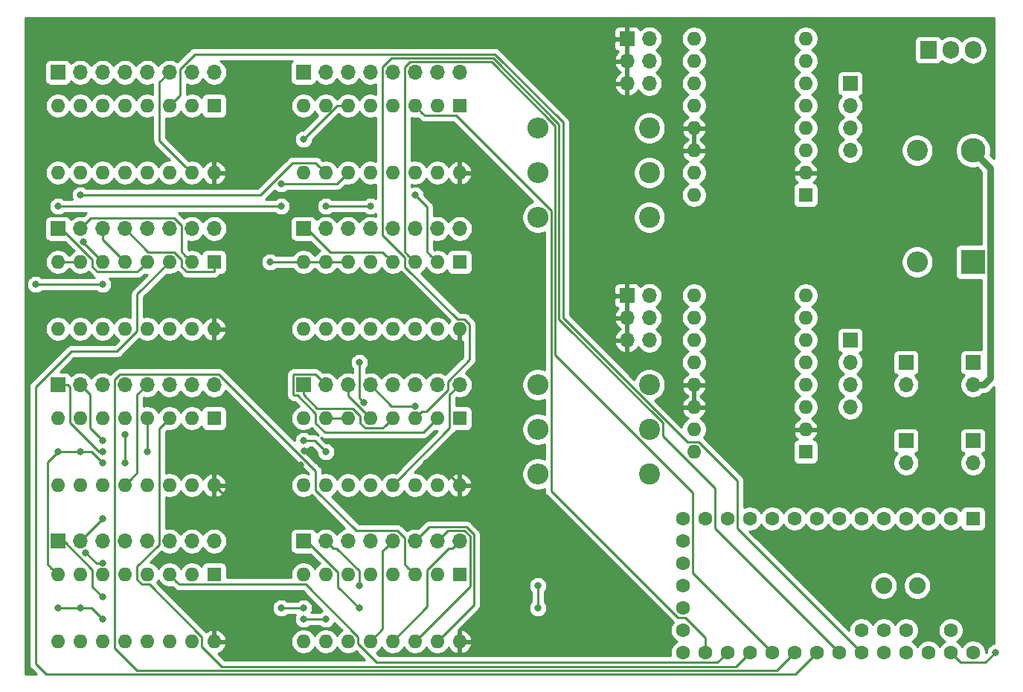
<source format=gbr>
G04 #@! TF.GenerationSoftware,KiCad,Pcbnew,5.1.5-52549c5~84~ubuntu18.04.1*
G04 #@! TF.CreationDate,2020-03-11T12:48:51+00:00*
G04 #@! TF.ProjectId,autopatzer,6175746f-7061-4747-9a65-722e6b696361,rev?*
G04 #@! TF.SameCoordinates,Original*
G04 #@! TF.FileFunction,Copper,L2,Bot*
G04 #@! TF.FilePolarity,Positive*
%FSLAX46Y46*%
G04 Gerber Fmt 4.6, Leading zero omitted, Abs format (unit mm)*
G04 Created by KiCad (PCBNEW 5.1.5-52549c5~84~ubuntu18.04.1) date 2020-03-11 12:48:51*
%MOMM*%
%LPD*%
G04 APERTURE LIST*
%ADD10R,1.600000X1.600000*%
%ADD11O,1.600000X1.600000*%
%ADD12R,1.905000X2.000000*%
%ADD13O,1.905000X2.000000*%
%ADD14C,2.400000*%
%ADD15O,2.400000X2.400000*%
%ADD16C,1.900000*%
%ADD17C,1.600000*%
%ADD18R,1.700000X1.700000*%
%ADD19O,1.700000X1.700000*%
%ADD20R,2.800000X2.800000*%
%ADD21O,2.800000X2.800000*%
%ADD22C,0.800000*%
%ADD23C,0.250000*%
%ADD24C,0.800000*%
%ADD25C,0.254000*%
G04 APERTURE END LIST*
D10*
X208280000Y-74930000D03*
D11*
X195580000Y-57150000D03*
X208280000Y-72390000D03*
X195580000Y-59690000D03*
X208280000Y-69850000D03*
X195580000Y-62230000D03*
X208280000Y-67310000D03*
X195580000Y-64770000D03*
X208280000Y-64770000D03*
X195580000Y-67310000D03*
X208280000Y-62230000D03*
X195580000Y-69850000D03*
X208280000Y-59690000D03*
X195580000Y-72390000D03*
X208280000Y-57150000D03*
X195580000Y-74930000D03*
X195580000Y-45720000D03*
X208280000Y-27940000D03*
X195580000Y-43180000D03*
X208280000Y-30480000D03*
X195580000Y-40640000D03*
X208280000Y-33020000D03*
X195580000Y-38100000D03*
X208280000Y-35560000D03*
X195580000Y-35560000D03*
X208280000Y-38100000D03*
X195580000Y-33020000D03*
X208280000Y-40640000D03*
X195580000Y-30480000D03*
X208280000Y-43180000D03*
X195580000Y-27940000D03*
D10*
X208280000Y-45720000D03*
D12*
X222250000Y-29210000D03*
D13*
X224790000Y-29210000D03*
X227330000Y-29210000D03*
D14*
X190500000Y-67310000D03*
D15*
X177800000Y-67310000D03*
D14*
X190500000Y-72390000D03*
D15*
X177800000Y-72390000D03*
X177800000Y-77470000D03*
D14*
X190500000Y-77470000D03*
D15*
X177800000Y-38100000D03*
D14*
X190500000Y-38100000D03*
D15*
X177800000Y-43180000D03*
D14*
X190500000Y-43180000D03*
X190500000Y-48260000D03*
D15*
X177800000Y-48260000D03*
D14*
X220980000Y-40640000D03*
D15*
X220980000Y-53340000D03*
D16*
X220980000Y-90170000D03*
X217170000Y-90170000D03*
D10*
X227330000Y-82550000D03*
D17*
X224790000Y-82550000D03*
X222250000Y-82550000D03*
X219710000Y-82550000D03*
X217170000Y-82550000D03*
X214630000Y-82550000D03*
X212090000Y-82550000D03*
X209550000Y-82550000D03*
X207010000Y-82550000D03*
X204470000Y-82550000D03*
X201930000Y-82550000D03*
X199390000Y-82550000D03*
X196850000Y-82550000D03*
X214630000Y-95250000D03*
X217170000Y-95250000D03*
X219710000Y-95250000D03*
X224790000Y-95250000D03*
X227330000Y-97790000D03*
X224790000Y-97790000D03*
X222250000Y-97790000D03*
X219710000Y-97790000D03*
X217170000Y-97790000D03*
X214630000Y-97790000D03*
X212090000Y-97790000D03*
X209550000Y-97790000D03*
X207010000Y-97790000D03*
X204470000Y-97790000D03*
X201930000Y-97790000D03*
X199390000Y-97790000D03*
X196850000Y-97790000D03*
X194310000Y-82550000D03*
X194310000Y-85090000D03*
X194310000Y-87630000D03*
X194310000Y-97790000D03*
X194310000Y-95250000D03*
X194310000Y-92710000D03*
X194310000Y-90170000D03*
D11*
X168910000Y-43180000D03*
X151130000Y-35560000D03*
X166370000Y-43180000D03*
X153670000Y-35560000D03*
X163830000Y-43180000D03*
X156210000Y-35560000D03*
X161290000Y-43180000D03*
X158750000Y-35560000D03*
X158750000Y-43180000D03*
X161290000Y-35560000D03*
X156210000Y-43180000D03*
X163830000Y-35560000D03*
X153670000Y-43180000D03*
X166370000Y-35560000D03*
X151130000Y-43180000D03*
D10*
X168910000Y-35560000D03*
X140970000Y-88900000D03*
D11*
X123190000Y-96520000D03*
X138430000Y-88900000D03*
X125730000Y-96520000D03*
X135890000Y-88900000D03*
X128270000Y-96520000D03*
X133350000Y-88900000D03*
X130810000Y-96520000D03*
X130810000Y-88900000D03*
X133350000Y-96520000D03*
X128270000Y-88900000D03*
X135890000Y-96520000D03*
X125730000Y-88900000D03*
X138430000Y-96520000D03*
X123190000Y-88900000D03*
X140970000Y-96520000D03*
X140970000Y-78740000D03*
X123190000Y-71120000D03*
X138430000Y-78740000D03*
X125730000Y-71120000D03*
X135890000Y-78740000D03*
X128270000Y-71120000D03*
X133350000Y-78740000D03*
X130810000Y-71120000D03*
X130810000Y-78740000D03*
X133350000Y-71120000D03*
X128270000Y-78740000D03*
X135890000Y-71120000D03*
X125730000Y-78740000D03*
X138430000Y-71120000D03*
X123190000Y-78740000D03*
D10*
X140970000Y-71120000D03*
D11*
X168910000Y-60960000D03*
X151130000Y-53340000D03*
X166370000Y-60960000D03*
X153670000Y-53340000D03*
X163830000Y-60960000D03*
X156210000Y-53340000D03*
X161290000Y-60960000D03*
X158750000Y-53340000D03*
X158750000Y-60960000D03*
X161290000Y-53340000D03*
X156210000Y-60960000D03*
X163830000Y-53340000D03*
X153670000Y-60960000D03*
X166370000Y-53340000D03*
X151130000Y-60960000D03*
D10*
X168910000Y-53340000D03*
D11*
X168910000Y-96520000D03*
X151130000Y-88900000D03*
X166370000Y-96520000D03*
X153670000Y-88900000D03*
X163830000Y-96520000D03*
X156210000Y-88900000D03*
X161290000Y-96520000D03*
X158750000Y-88900000D03*
X158750000Y-96520000D03*
X161290000Y-88900000D03*
X156210000Y-96520000D03*
X163830000Y-88900000D03*
X153670000Y-96520000D03*
X166370000Y-88900000D03*
X151130000Y-96520000D03*
D10*
X168910000Y-88900000D03*
X140970000Y-53340000D03*
D11*
X123190000Y-60960000D03*
X138430000Y-53340000D03*
X125730000Y-60960000D03*
X135890000Y-53340000D03*
X128270000Y-60960000D03*
X133350000Y-53340000D03*
X130810000Y-60960000D03*
X130810000Y-53340000D03*
X133350000Y-60960000D03*
X128270000Y-53340000D03*
X135890000Y-60960000D03*
X125730000Y-53340000D03*
X138430000Y-60960000D03*
X123190000Y-53340000D03*
X140970000Y-60960000D03*
D10*
X168910000Y-71120000D03*
D11*
X151130000Y-78740000D03*
X166370000Y-71120000D03*
X153670000Y-78740000D03*
X163830000Y-71120000D03*
X156210000Y-78740000D03*
X161290000Y-71120000D03*
X158750000Y-78740000D03*
X158750000Y-71120000D03*
X161290000Y-78740000D03*
X156210000Y-71120000D03*
X163830000Y-78740000D03*
X153670000Y-71120000D03*
X166370000Y-78740000D03*
X151130000Y-71120000D03*
X168910000Y-78740000D03*
D10*
X140970000Y-35560000D03*
D11*
X123190000Y-43180000D03*
X138430000Y-35560000D03*
X125730000Y-43180000D03*
X135890000Y-35560000D03*
X128270000Y-43180000D03*
X133350000Y-35560000D03*
X130810000Y-43180000D03*
X130810000Y-35560000D03*
X133350000Y-43180000D03*
X128270000Y-35560000D03*
X135890000Y-43180000D03*
X125730000Y-35560000D03*
X138430000Y-43180000D03*
X123190000Y-35560000D03*
X140970000Y-43180000D03*
D18*
X151130000Y-31750000D03*
D19*
X153670000Y-31750000D03*
X156210000Y-31750000D03*
X158750000Y-31750000D03*
X161290000Y-31750000D03*
X163830000Y-31750000D03*
X166370000Y-31750000D03*
X168910000Y-31750000D03*
D18*
X123190000Y-85090000D03*
D19*
X125730000Y-85090000D03*
X128270000Y-85090000D03*
X130810000Y-85090000D03*
X133350000Y-85090000D03*
X135890000Y-85090000D03*
X138430000Y-85090000D03*
X140970000Y-85090000D03*
X140970000Y-67310000D03*
X138430000Y-67310000D03*
X135890000Y-67310000D03*
X133350000Y-67310000D03*
X130810000Y-67310000D03*
X128270000Y-67310000D03*
X125730000Y-67310000D03*
D18*
X123190000Y-67310000D03*
X151130000Y-49530000D03*
D19*
X153670000Y-49530000D03*
X156210000Y-49530000D03*
X158750000Y-49530000D03*
X161290000Y-49530000D03*
X163830000Y-49530000D03*
X166370000Y-49530000D03*
X168910000Y-49530000D03*
D18*
X151130000Y-85090000D03*
D19*
X153670000Y-85090000D03*
X156210000Y-85090000D03*
X158750000Y-85090000D03*
X161290000Y-85090000D03*
X163830000Y-85090000D03*
X166370000Y-85090000D03*
X168910000Y-85090000D03*
X140970000Y-49530000D03*
X138430000Y-49530000D03*
X135890000Y-49530000D03*
X133350000Y-49530000D03*
X130810000Y-49530000D03*
X128270000Y-49530000D03*
X125730000Y-49530000D03*
D18*
X123190000Y-49530000D03*
D19*
X168910000Y-67310000D03*
X166370000Y-67310000D03*
X163830000Y-67310000D03*
X161290000Y-67310000D03*
X158750000Y-67310000D03*
X156210000Y-67310000D03*
X153670000Y-67310000D03*
D18*
X151130000Y-67310000D03*
D19*
X140970000Y-31750000D03*
X138430000Y-31750000D03*
X135890000Y-31750000D03*
X133350000Y-31750000D03*
X130810000Y-31750000D03*
X128270000Y-31750000D03*
X125730000Y-31750000D03*
D18*
X123190000Y-31750000D03*
D19*
X213360000Y-69850000D03*
X213360000Y-67310000D03*
X213360000Y-64770000D03*
D18*
X213360000Y-62230000D03*
X227330000Y-73660000D03*
D19*
X227330000Y-76200000D03*
D18*
X213360000Y-33020000D03*
D19*
X213360000Y-35560000D03*
X213360000Y-38100000D03*
X213360000Y-40640000D03*
D18*
X219710000Y-64770000D03*
D19*
X219710000Y-67310000D03*
X227330000Y-67310000D03*
D18*
X227330000Y-64770000D03*
D19*
X219710000Y-76200000D03*
D18*
X219710000Y-73660000D03*
D19*
X190500000Y-62230000D03*
X187960000Y-62230000D03*
X190500000Y-59690000D03*
X187960000Y-59690000D03*
X190500000Y-57150000D03*
D18*
X187960000Y-57150000D03*
X187960000Y-27940000D03*
D19*
X190500000Y-27940000D03*
X187960000Y-30480000D03*
X190500000Y-30480000D03*
X187960000Y-33020000D03*
X190500000Y-33020000D03*
D20*
X227330000Y-53340000D03*
D21*
X227330000Y-40640000D03*
D22*
X177800000Y-90170000D03*
X177800000Y-92710000D03*
X153670000Y-93980000D03*
X151130000Y-93980000D03*
X151130000Y-93980000D03*
X151130000Y-92710000D03*
X148590000Y-92710000D03*
X125730000Y-92710000D03*
X123190000Y-92710000D03*
X128270000Y-93980000D03*
X123190000Y-74930000D03*
X125730000Y-74930000D03*
X126087538Y-51007231D03*
X151130000Y-39370000D03*
X147320000Y-53340000D03*
X157992653Y-69337347D03*
X157480000Y-64770000D03*
X151130000Y-73660000D03*
X153670000Y-74930000D03*
X120650000Y-55880000D03*
X128270000Y-55880000D03*
X229870000Y-97790000D03*
X128270000Y-87630000D03*
X126369999Y-86391116D03*
X128270000Y-76200000D03*
X130810000Y-76200000D03*
X130810000Y-72935000D03*
X167640000Y-63500000D03*
X171450000Y-63500000D03*
X182880000Y-59690000D03*
X176530000Y-59690000D03*
X144780000Y-88900000D03*
X144780000Y-91440000D03*
X165100000Y-76200000D03*
X161290000Y-76200000D03*
X151242154Y-74817846D03*
X150851848Y-76478152D03*
X128270000Y-91440000D03*
X128270000Y-82550000D03*
X128270000Y-73660000D03*
X128270000Y-74930000D03*
X133350000Y-74930000D03*
X153670000Y-46990000D03*
X158750000Y-46990000D03*
X163830000Y-45720000D03*
X157480000Y-92710000D03*
X157480000Y-90170000D03*
X163830000Y-69719997D03*
X148590000Y-44450000D03*
X125730000Y-45720000D03*
X123190000Y-46990000D03*
X148590000Y-46990000D03*
D23*
X177800000Y-90170000D02*
X177800000Y-92710000D01*
X153670000Y-93980000D02*
X151130000Y-93980000D01*
X151130000Y-92710000D02*
X148590000Y-92710000D01*
X125730000Y-92710000D02*
X123190000Y-92710000D01*
X125730000Y-92710000D02*
X127000000Y-92710000D01*
X127000000Y-92710000D02*
X128270000Y-93980000D01*
X123190000Y-74930000D02*
X125730000Y-74930000D01*
X122390001Y-88100001D02*
X123190000Y-88900000D01*
X122014999Y-87724999D02*
X122390001Y-88100001D01*
X122014999Y-76105001D02*
X122014999Y-87724999D01*
X123190000Y-74930000D02*
X122014999Y-76105001D01*
X123190000Y-53340000D02*
X125730000Y-53340000D01*
X128270000Y-53340000D02*
X126087538Y-51157538D01*
X126087538Y-51157538D02*
X126087538Y-51007231D01*
X156210000Y-35560000D02*
X154940000Y-35560000D01*
X154940000Y-35560000D02*
X151130000Y-39370000D01*
X151130000Y-53340000D02*
X153670000Y-53340000D01*
X153670000Y-53340000D02*
X156210000Y-53340000D01*
X151130000Y-53340000D02*
X147320000Y-53340000D01*
X157992653Y-69337347D02*
X157480000Y-68824694D01*
X157480000Y-68824694D02*
X157480000Y-64770000D01*
X153670000Y-71120000D02*
X156210000Y-71120000D01*
X151130000Y-73660000D02*
X152400000Y-73660000D01*
X152400000Y-73660000D02*
X153670000Y-74930000D01*
X120650000Y-55880000D02*
X128270000Y-55880000D01*
X228744999Y-98915001D02*
X229870000Y-97790000D01*
X224790000Y-97790000D02*
X225915001Y-98915001D01*
X225915001Y-98915001D02*
X228744999Y-98915001D01*
X128270000Y-87630000D02*
X127608883Y-87630000D01*
X127608883Y-87630000D02*
X126369999Y-86391116D01*
X125730000Y-74930000D02*
X127000000Y-74930000D01*
X127000000Y-74930000D02*
X128270000Y-76200000D01*
X130810000Y-76200000D02*
X130810000Y-72935000D01*
X168910000Y-60960000D02*
X168910000Y-62230000D01*
X168910000Y-62230000D02*
X167640000Y-63500000D01*
X187960000Y-62230000D02*
X185420000Y-62230000D01*
X185420000Y-62230000D02*
X182880000Y-59690000D01*
X140970000Y-78740000D02*
X144780000Y-82550000D01*
X144780000Y-82550000D02*
X144780000Y-88900000D01*
X168910000Y-78740000D02*
X166370000Y-76200000D01*
X166370000Y-76200000D02*
X165100000Y-76200000D01*
X161290000Y-76200000D02*
X152624308Y-76200000D01*
X152624308Y-76200000D02*
X151242154Y-74817846D01*
D24*
X229330001Y-42640001D02*
X228729999Y-42039999D01*
X229330001Y-66512080D02*
X229330001Y-42640001D01*
X228532081Y-67310000D02*
X229330001Y-66512080D01*
X228729999Y-42039999D02*
X227330000Y-40640000D01*
X227330000Y-67310000D02*
X228532081Y-67310000D01*
D23*
X127144999Y-88359999D02*
X127144999Y-90314999D01*
X123190000Y-85090000D02*
X123875000Y-85090000D01*
X123875000Y-85090000D02*
X127144999Y-88359999D01*
X127144999Y-90314999D02*
X128270000Y-91440000D01*
X125730000Y-85090000D02*
X128270000Y-82550000D01*
X131609999Y-77940001D02*
X130810000Y-78740000D01*
X132224999Y-68435001D02*
X132224999Y-77325001D01*
X132224999Y-77325001D02*
X131609999Y-77940001D01*
X133350000Y-67310000D02*
X132224999Y-68435001D01*
X126855001Y-72245001D02*
X128270000Y-73660000D01*
X125730000Y-67310000D02*
X126855001Y-68435001D01*
X126855001Y-68435001D02*
X126855001Y-72245001D01*
X124554999Y-71610001D02*
X127874998Y-74930000D01*
X124554999Y-67574999D02*
X124554999Y-71610001D01*
X123190000Y-67310000D02*
X124290000Y-67310000D01*
X124290000Y-67310000D02*
X124554999Y-67574999D01*
X127874998Y-74930000D02*
X128270000Y-74930000D01*
X133350000Y-74930000D02*
X133350000Y-71120000D01*
X160490001Y-52540001D02*
X161290000Y-53340000D01*
X160164999Y-52214999D02*
X160490001Y-52540001D01*
X154210001Y-52214999D02*
X160164999Y-52214999D01*
X151525002Y-49530000D02*
X154210001Y-52214999D01*
X151130000Y-49530000D02*
X151525002Y-49530000D01*
X153670000Y-46990000D02*
X158750000Y-46990000D01*
X165570001Y-52540001D02*
X166370000Y-53340000D01*
X165194999Y-52164999D02*
X165570001Y-52540001D01*
X165194999Y-47084999D02*
X165194999Y-52164999D01*
X163830000Y-45720000D02*
X165194999Y-47084999D01*
X155084999Y-88649997D02*
X155084999Y-90314999D01*
X151130000Y-85090000D02*
X151525002Y-85090000D01*
X151525002Y-85090000D02*
X155084999Y-88649997D01*
X155084999Y-90314999D02*
X157480000Y-92710000D01*
X157480000Y-88504998D02*
X157480000Y-90170000D01*
X154915001Y-85939999D02*
X157480000Y-88504998D01*
X153670000Y-85090000D02*
X154519999Y-85939999D01*
X154519999Y-85939999D02*
X154915001Y-85939999D01*
X160440001Y-85939999D02*
X161290000Y-85090000D01*
X160164999Y-86215001D02*
X160440001Y-85939999D01*
X160164999Y-95105001D02*
X160164999Y-86215001D01*
X158750000Y-96520000D02*
X160164999Y-95105001D01*
X164679999Y-84240001D02*
X163830000Y-85090000D01*
X165455011Y-83464989D02*
X164679999Y-84240001D01*
X170535010Y-84339598D02*
X169660401Y-83464989D01*
X169660401Y-83464989D02*
X165455011Y-83464989D01*
X170535010Y-92354990D02*
X170535010Y-84339598D01*
X166370000Y-96520000D02*
X170535010Y-92354990D01*
X167219999Y-84240001D02*
X166370000Y-85090000D01*
X167545001Y-83914999D02*
X167219999Y-84240001D01*
X169474001Y-83914999D02*
X167545001Y-83914999D01*
X170085001Y-84525999D02*
X169474001Y-83914999D01*
X170085001Y-90264999D02*
X170085001Y-84525999D01*
X163830000Y-96520000D02*
X170085001Y-90264999D01*
X168060001Y-85939999D02*
X168910000Y-85090000D01*
X165244999Y-88359999D02*
X167664999Y-85939999D01*
X165244999Y-92565001D02*
X165244999Y-88359999D01*
X167664999Y-85939999D02*
X168060001Y-85939999D01*
X161290000Y-96520000D02*
X165244999Y-92565001D01*
X140894999Y-54465001D02*
X140970000Y-54390000D01*
X137889999Y-54465001D02*
X140894999Y-54465001D01*
X137304999Y-53880001D02*
X137889999Y-54465001D01*
X140970000Y-54390000D02*
X140970000Y-53340000D01*
X137304999Y-53089997D02*
X137304999Y-53880001D01*
X136430001Y-52214999D02*
X137304999Y-53089997D01*
X133494999Y-52214999D02*
X136430001Y-52214999D01*
X130810000Y-49530000D02*
X133494999Y-52214999D01*
X128270000Y-50800000D02*
X130810000Y-53340000D01*
X128270000Y-49530000D02*
X128270000Y-50800000D01*
X137630001Y-52540001D02*
X138430000Y-53340000D01*
X137254999Y-52164999D02*
X137630001Y-52540001D01*
X137254999Y-49155997D02*
X137254999Y-52164999D01*
X126905001Y-48354999D02*
X136454001Y-48354999D01*
X136454001Y-48354999D02*
X137254999Y-49155997D01*
X125730000Y-49530000D02*
X126905001Y-48354999D01*
X127729999Y-54465001D02*
X132224999Y-54465001D01*
X132550001Y-54139999D02*
X133350000Y-53340000D01*
X127144999Y-53880001D02*
X127729999Y-54465001D01*
X127144999Y-53089997D02*
X127144999Y-53880001D01*
X123585002Y-49530000D02*
X127144999Y-53089997D01*
X132224999Y-54465001D02*
X132550001Y-54139999D01*
X123190000Y-49530000D02*
X123585002Y-49530000D01*
X162089999Y-77940001D02*
X161290000Y-78740000D01*
X167784999Y-72245001D02*
X162089999Y-77940001D01*
X167784999Y-68435001D02*
X167784999Y-72245001D01*
X168910000Y-67310000D02*
X167784999Y-68435001D01*
X158750000Y-67310000D02*
X161159997Y-69719997D01*
X161159997Y-69719997D02*
X163830000Y-69719997D01*
X156210000Y-68580000D02*
X158750000Y-71120000D01*
X156210000Y-67310000D02*
X156210000Y-68580000D01*
X165570001Y-71919999D02*
X166370000Y-71120000D01*
X152544999Y-71660001D02*
X153580008Y-72695010D01*
X152544999Y-70579999D02*
X152544999Y-71660001D01*
X150450001Y-68485001D02*
X152544999Y-70579999D01*
X150019999Y-68485001D02*
X150450001Y-68485001D01*
X153580008Y-72695010D02*
X164794990Y-72695010D01*
X149954999Y-68420001D02*
X150019999Y-68485001D01*
X164794990Y-72695010D02*
X165570001Y-71919999D01*
X149954999Y-66199999D02*
X149954999Y-68420001D01*
X150019999Y-66134999D02*
X149954999Y-66199999D01*
X152494999Y-66134999D02*
X150019999Y-66134999D01*
X153670000Y-67310000D02*
X152494999Y-66134999D01*
X160490001Y-71919999D02*
X161290000Y-71120000D01*
X160164999Y-72245001D02*
X160490001Y-71919999D01*
X157624999Y-71660001D02*
X158209999Y-72245001D01*
X158209999Y-72245001D02*
X160164999Y-72245001D01*
X157624999Y-70869997D02*
X157624999Y-71660001D01*
X156750001Y-69994999D02*
X157624999Y-70869997D01*
X152714999Y-69994999D02*
X156750001Y-69994999D01*
X151130000Y-68410000D02*
X152714999Y-69994999D01*
X151130000Y-67310000D02*
X151130000Y-68410000D01*
X137630001Y-42380001D02*
X138430000Y-43180000D01*
X134764999Y-32875001D02*
X134764999Y-39514999D01*
X134764999Y-39514999D02*
X137630001Y-42380001D01*
X135890000Y-31750000D02*
X134764999Y-32875001D01*
X154940000Y-44450000D02*
X156210000Y-43180000D01*
X148590000Y-44450000D02*
X154940000Y-44450000D01*
X152544999Y-42054999D02*
X152870001Y-42380001D01*
X152870001Y-42380001D02*
X153670000Y-43180000D01*
X149911999Y-42054999D02*
X152544999Y-42054999D01*
X146246998Y-45720000D02*
X149911999Y-42054999D01*
X125730000Y-45720000D02*
X146246998Y-45720000D01*
X123190000Y-46990000D02*
X148590000Y-46990000D01*
X137065001Y-34384999D02*
X136689999Y-34760001D01*
X136689999Y-34760001D02*
X135890000Y-35560000D01*
X137065001Y-31375997D02*
X137065001Y-34384999D01*
X138766019Y-29674979D02*
X137065001Y-31375997D01*
X180675029Y-37445207D02*
X172904801Y-29674979D01*
X180675030Y-59671618D02*
X180675029Y-37445207D01*
X194808411Y-73804999D02*
X180675030Y-59671618D01*
X196120001Y-73804999D02*
X194808411Y-73804999D01*
X200515001Y-83675001D02*
X200515001Y-78199999D01*
X172904801Y-29674979D02*
X138766019Y-29674979D01*
X200515001Y-78199999D02*
X196120001Y-73804999D01*
X214630000Y-97790000D02*
X200515001Y-83675001D01*
X167545001Y-66935997D02*
X167545001Y-67874001D01*
X170035001Y-60419999D02*
X170035001Y-64445997D01*
X168659997Y-59834999D02*
X169450001Y-59834999D01*
X162704999Y-53880001D02*
X168659997Y-59834999D01*
X160114999Y-50261409D02*
X162704999Y-52851409D01*
X160114999Y-31185999D02*
X160114999Y-50261409D01*
X161176009Y-30124989D02*
X160114999Y-31185999D01*
X180225020Y-37631608D02*
X172718401Y-30124989D01*
X169450001Y-59834999D02*
X170035001Y-60419999D01*
X180225020Y-59858018D02*
X180225020Y-37631608D01*
X162704999Y-52851409D02*
X162704999Y-53880001D01*
X172718401Y-30124989D02*
X161176009Y-30124989D01*
X192025001Y-71657999D02*
X180225020Y-59858018D01*
X165099001Y-70320001D02*
X164629999Y-70320001D01*
X170035001Y-64445997D02*
X167545001Y-66935997D01*
X192025001Y-73122001D02*
X192025001Y-71657999D01*
X164629999Y-70320001D02*
X163830000Y-71120000D01*
X167545001Y-67874001D02*
X165099001Y-70320001D01*
X197975001Y-79072001D02*
X192025001Y-73122001D01*
X197975001Y-83675001D02*
X197975001Y-79072001D01*
X212090000Y-97790000D02*
X197975001Y-83675001D01*
X209550000Y-97790000D02*
X207074972Y-100265028D01*
X121855028Y-100265028D02*
X132015028Y-100265028D01*
X120650000Y-99060000D02*
X121855028Y-100265028D01*
X124714998Y-63500000D02*
X120650000Y-67564998D01*
X207074972Y-100265028D02*
X132015028Y-100265028D01*
X129935002Y-63500000D02*
X124714998Y-63500000D01*
X132224999Y-57005001D02*
X132224999Y-61210003D01*
X120650000Y-67564998D02*
X120650000Y-99060000D01*
X132015028Y-100265028D02*
X130350026Y-100265028D01*
X135890000Y-53340000D02*
X132224999Y-57005001D01*
X132224999Y-61210003D02*
X129935002Y-63500000D01*
X157179997Y-83914999D02*
X161854001Y-83914999D01*
X152544999Y-77145997D02*
X152544999Y-79280001D01*
X161854001Y-83914999D02*
X162654999Y-84715997D01*
X141534001Y-66134999D02*
X152544999Y-77145997D01*
X163030001Y-88100001D02*
X163830000Y-88900000D01*
X130245999Y-66134999D02*
X141534001Y-66134999D01*
X129634999Y-66745999D02*
X130245999Y-66134999D01*
X162654999Y-87724999D02*
X163030001Y-88100001D01*
X129634999Y-97299999D02*
X129634999Y-66745999D01*
X162654999Y-84715997D02*
X162654999Y-87724999D01*
X132150019Y-99815019D02*
X129634999Y-97299999D01*
X152544999Y-79280001D02*
X157179997Y-83914999D01*
X204984981Y-99815019D02*
X132150019Y-99815019D01*
X207010000Y-97790000D02*
X204984981Y-99815019D01*
X163030001Y-52540001D02*
X163830000Y-53340000D01*
X162654999Y-31185999D02*
X162654999Y-52164999D01*
X172532001Y-30574999D02*
X163265999Y-30574999D01*
X163265999Y-30574999D02*
X162654999Y-31185999D01*
X179775011Y-63922013D02*
X179775011Y-37818009D01*
X195435001Y-79582003D02*
X179775011Y-63922013D01*
X195435001Y-88755001D02*
X195435001Y-79582003D01*
X162654999Y-52164999D02*
X163030001Y-52540001D01*
X179775011Y-37818009D02*
X172532001Y-30574999D01*
X204470000Y-97790000D02*
X195435001Y-88755001D01*
X132224999Y-87954003D02*
X134714999Y-85464003D01*
X134714999Y-85464003D02*
X134714999Y-72295001D01*
X132809999Y-90025001D02*
X132224999Y-89440001D01*
X133600003Y-90025001D02*
X132809999Y-90025001D01*
X139555001Y-95979999D02*
X133600003Y-90025001D01*
X135090001Y-71919999D02*
X135890000Y-71120000D01*
X139555001Y-97060001D02*
X139555001Y-95979999D01*
X141860010Y-99365010D02*
X139555001Y-97060001D01*
X134714999Y-72295001D02*
X135090001Y-71919999D01*
X132224999Y-89440001D02*
X132224999Y-87954003D01*
X200354990Y-99365010D02*
X141860010Y-99365010D01*
X201930000Y-97790000D02*
X200354990Y-99365010D01*
X136689999Y-89699999D02*
X135890000Y-88900000D01*
X137015001Y-90025001D02*
X136689999Y-89699999D01*
X151380003Y-90025001D02*
X137015001Y-90025001D01*
X198264999Y-98915001D02*
X159479999Y-98915001D01*
X157335001Y-95979999D02*
X151380003Y-90025001D01*
X157335001Y-96770003D02*
X157335001Y-95979999D01*
X159479999Y-98915001D02*
X157335001Y-96770003D01*
X199390000Y-97790000D02*
X198264999Y-98915001D01*
X164629999Y-36359999D02*
X163830000Y-35560000D01*
X164955001Y-36685001D02*
X164629999Y-36359999D01*
X168482003Y-36685001D02*
X164955001Y-36685001D01*
X179325001Y-47527999D02*
X168482003Y-36685001D01*
X179325001Y-79390003D02*
X179325001Y-47527999D01*
X193769999Y-93835001D02*
X179325001Y-79390003D01*
X194560003Y-93835001D02*
X193769999Y-93835001D01*
X196850000Y-96124998D02*
X194560003Y-93835001D01*
X196850000Y-97790000D02*
X196850000Y-96124998D01*
D25*
G36*
X229743000Y-41589290D02*
G01*
X229497807Y-41344097D01*
X229497802Y-41344091D01*
X229303470Y-41149760D01*
X229365000Y-40840430D01*
X229365000Y-40439570D01*
X229286796Y-40046413D01*
X229133393Y-39676066D01*
X228910687Y-39342763D01*
X228627237Y-39059313D01*
X228293934Y-38836607D01*
X227923587Y-38683204D01*
X227530430Y-38605000D01*
X227129570Y-38605000D01*
X226736413Y-38683204D01*
X226366066Y-38836607D01*
X226032763Y-39059313D01*
X225749313Y-39342763D01*
X225526607Y-39676066D01*
X225373204Y-40046413D01*
X225295000Y-40439570D01*
X225295000Y-40840430D01*
X225373204Y-41233587D01*
X225526607Y-41603934D01*
X225749313Y-41937237D01*
X226032763Y-42220687D01*
X226366066Y-42443393D01*
X226736413Y-42596796D01*
X227129570Y-42675000D01*
X227530430Y-42675000D01*
X227839760Y-42613470D01*
X228034091Y-42807802D01*
X228034097Y-42807807D01*
X228295002Y-43068712D01*
X228295002Y-51301928D01*
X225930000Y-51301928D01*
X225805518Y-51314188D01*
X225685820Y-51350498D01*
X225575506Y-51409463D01*
X225478815Y-51488815D01*
X225399463Y-51585506D01*
X225340498Y-51695820D01*
X225304188Y-51815518D01*
X225291928Y-51940000D01*
X225291928Y-54740000D01*
X225304188Y-54864482D01*
X225340498Y-54984180D01*
X225399463Y-55094494D01*
X225478815Y-55191185D01*
X225575506Y-55270537D01*
X225685820Y-55329502D01*
X225805518Y-55365812D01*
X225930000Y-55378072D01*
X228295001Y-55378072D01*
X228295001Y-63293254D01*
X228180000Y-63281928D01*
X226480000Y-63281928D01*
X226355518Y-63294188D01*
X226235820Y-63330498D01*
X226125506Y-63389463D01*
X226028815Y-63468815D01*
X225949463Y-63565506D01*
X225890498Y-63675820D01*
X225854188Y-63795518D01*
X225841928Y-63920000D01*
X225841928Y-65620000D01*
X225854188Y-65744482D01*
X225890498Y-65864180D01*
X225949463Y-65974494D01*
X226028815Y-66071185D01*
X226125506Y-66150537D01*
X226235820Y-66209502D01*
X226308380Y-66231513D01*
X226176525Y-66363368D01*
X226014010Y-66606589D01*
X225902068Y-66876842D01*
X225845000Y-67163740D01*
X225845000Y-67456260D01*
X225902068Y-67743158D01*
X226014010Y-68013411D01*
X226176525Y-68256632D01*
X226383368Y-68463475D01*
X226626589Y-68625990D01*
X226896842Y-68737932D01*
X227183740Y-68795000D01*
X227476260Y-68795000D01*
X227763158Y-68737932D01*
X228033411Y-68625990D01*
X228276632Y-68463475D01*
X228395107Y-68345000D01*
X228481253Y-68345000D01*
X228532081Y-68350006D01*
X228582909Y-68345000D01*
X228582919Y-68345000D01*
X228734976Y-68330024D01*
X228930074Y-68270841D01*
X229109878Y-68174734D01*
X229267477Y-68045396D01*
X229299888Y-68005903D01*
X229743000Y-67562792D01*
X229743000Y-96759985D01*
X229568102Y-96794774D01*
X229379744Y-96872795D01*
X229210226Y-96986063D01*
X229066063Y-97130226D01*
X228952795Y-97299744D01*
X228874774Y-97488102D01*
X228835000Y-97688061D01*
X228835000Y-97750198D01*
X228765000Y-97820199D01*
X228765000Y-97648665D01*
X228709853Y-97371426D01*
X228601680Y-97110273D01*
X228444637Y-96875241D01*
X228244759Y-96675363D01*
X228009727Y-96518320D01*
X227748574Y-96410147D01*
X227471335Y-96355000D01*
X227188665Y-96355000D01*
X226911426Y-96410147D01*
X226650273Y-96518320D01*
X226415241Y-96675363D01*
X226215363Y-96875241D01*
X226060000Y-97107759D01*
X225904637Y-96875241D01*
X225704759Y-96675363D01*
X225472241Y-96520000D01*
X225704759Y-96364637D01*
X225904637Y-96164759D01*
X226061680Y-95929727D01*
X226169853Y-95668574D01*
X226225000Y-95391335D01*
X226225000Y-95108665D01*
X226169853Y-94831426D01*
X226061680Y-94570273D01*
X225904637Y-94335241D01*
X225704759Y-94135363D01*
X225469727Y-93978320D01*
X225208574Y-93870147D01*
X224931335Y-93815000D01*
X224648665Y-93815000D01*
X224371426Y-93870147D01*
X224110273Y-93978320D01*
X223875241Y-94135363D01*
X223675363Y-94335241D01*
X223518320Y-94570273D01*
X223410147Y-94831426D01*
X223355000Y-95108665D01*
X223355000Y-95391335D01*
X223410147Y-95668574D01*
X223518320Y-95929727D01*
X223675363Y-96164759D01*
X223875241Y-96364637D01*
X224107759Y-96520000D01*
X223875241Y-96675363D01*
X223675363Y-96875241D01*
X223520000Y-97107759D01*
X223364637Y-96875241D01*
X223164759Y-96675363D01*
X222929727Y-96518320D01*
X222668574Y-96410147D01*
X222391335Y-96355000D01*
X222108665Y-96355000D01*
X221831426Y-96410147D01*
X221570273Y-96518320D01*
X221335241Y-96675363D01*
X221135363Y-96875241D01*
X220980000Y-97107759D01*
X220824637Y-96875241D01*
X220624759Y-96675363D01*
X220392241Y-96520000D01*
X220624759Y-96364637D01*
X220824637Y-96164759D01*
X220981680Y-95929727D01*
X221089853Y-95668574D01*
X221145000Y-95391335D01*
X221145000Y-95108665D01*
X221089853Y-94831426D01*
X220981680Y-94570273D01*
X220824637Y-94335241D01*
X220624759Y-94135363D01*
X220389727Y-93978320D01*
X220128574Y-93870147D01*
X219851335Y-93815000D01*
X219568665Y-93815000D01*
X219291426Y-93870147D01*
X219030273Y-93978320D01*
X218795241Y-94135363D01*
X218595363Y-94335241D01*
X218440000Y-94567759D01*
X218284637Y-94335241D01*
X218084759Y-94135363D01*
X217849727Y-93978320D01*
X217588574Y-93870147D01*
X217311335Y-93815000D01*
X217028665Y-93815000D01*
X216751426Y-93870147D01*
X216490273Y-93978320D01*
X216255241Y-94135363D01*
X216055363Y-94335241D01*
X215900000Y-94567759D01*
X215744637Y-94335241D01*
X215544759Y-94135363D01*
X215309727Y-93978320D01*
X215048574Y-93870147D01*
X214771335Y-93815000D01*
X214488665Y-93815000D01*
X214211426Y-93870147D01*
X213950273Y-93978320D01*
X213715241Y-94135363D01*
X213515363Y-94335241D01*
X213358320Y-94570273D01*
X213250147Y-94831426D01*
X213195000Y-95108665D01*
X213195000Y-95280198D01*
X207928693Y-90013891D01*
X215585000Y-90013891D01*
X215585000Y-90326109D01*
X215645911Y-90632327D01*
X215765391Y-90920779D01*
X215938850Y-91180379D01*
X216159621Y-91401150D01*
X216419221Y-91574609D01*
X216707673Y-91694089D01*
X217013891Y-91755000D01*
X217326109Y-91755000D01*
X217632327Y-91694089D01*
X217920779Y-91574609D01*
X218180379Y-91401150D01*
X218401150Y-91180379D01*
X218574609Y-90920779D01*
X218694089Y-90632327D01*
X218755000Y-90326109D01*
X218755000Y-90013891D01*
X219395000Y-90013891D01*
X219395000Y-90326109D01*
X219455911Y-90632327D01*
X219575391Y-90920779D01*
X219748850Y-91180379D01*
X219969621Y-91401150D01*
X220229221Y-91574609D01*
X220517673Y-91694089D01*
X220823891Y-91755000D01*
X221136109Y-91755000D01*
X221442327Y-91694089D01*
X221730779Y-91574609D01*
X221990379Y-91401150D01*
X222211150Y-91180379D01*
X222384609Y-90920779D01*
X222504089Y-90632327D01*
X222565000Y-90326109D01*
X222565000Y-90013891D01*
X222504089Y-89707673D01*
X222384609Y-89419221D01*
X222211150Y-89159621D01*
X221990379Y-88938850D01*
X221730779Y-88765391D01*
X221442327Y-88645911D01*
X221136109Y-88585000D01*
X220823891Y-88585000D01*
X220517673Y-88645911D01*
X220229221Y-88765391D01*
X219969621Y-88938850D01*
X219748850Y-89159621D01*
X219575391Y-89419221D01*
X219455911Y-89707673D01*
X219395000Y-90013891D01*
X218755000Y-90013891D01*
X218694089Y-89707673D01*
X218574609Y-89419221D01*
X218401150Y-89159621D01*
X218180379Y-88938850D01*
X217920779Y-88765391D01*
X217632327Y-88645911D01*
X217326109Y-88585000D01*
X217013891Y-88585000D01*
X216707673Y-88645911D01*
X216419221Y-88765391D01*
X216159621Y-88938850D01*
X215938850Y-89159621D01*
X215765391Y-89419221D01*
X215645911Y-89707673D01*
X215585000Y-90013891D01*
X207928693Y-90013891D01*
X201899801Y-83985000D01*
X202071335Y-83985000D01*
X202348574Y-83929853D01*
X202609727Y-83821680D01*
X202844759Y-83664637D01*
X203044637Y-83464759D01*
X203200000Y-83232241D01*
X203355363Y-83464759D01*
X203555241Y-83664637D01*
X203790273Y-83821680D01*
X204051426Y-83929853D01*
X204328665Y-83985000D01*
X204611335Y-83985000D01*
X204888574Y-83929853D01*
X205149727Y-83821680D01*
X205384759Y-83664637D01*
X205584637Y-83464759D01*
X205740000Y-83232241D01*
X205895363Y-83464759D01*
X206095241Y-83664637D01*
X206330273Y-83821680D01*
X206591426Y-83929853D01*
X206868665Y-83985000D01*
X207151335Y-83985000D01*
X207428574Y-83929853D01*
X207689727Y-83821680D01*
X207924759Y-83664637D01*
X208124637Y-83464759D01*
X208280000Y-83232241D01*
X208435363Y-83464759D01*
X208635241Y-83664637D01*
X208870273Y-83821680D01*
X209131426Y-83929853D01*
X209408665Y-83985000D01*
X209691335Y-83985000D01*
X209968574Y-83929853D01*
X210229727Y-83821680D01*
X210464759Y-83664637D01*
X210664637Y-83464759D01*
X210820000Y-83232241D01*
X210975363Y-83464759D01*
X211175241Y-83664637D01*
X211410273Y-83821680D01*
X211671426Y-83929853D01*
X211948665Y-83985000D01*
X212231335Y-83985000D01*
X212508574Y-83929853D01*
X212769727Y-83821680D01*
X213004759Y-83664637D01*
X213204637Y-83464759D01*
X213360000Y-83232241D01*
X213515363Y-83464759D01*
X213715241Y-83664637D01*
X213950273Y-83821680D01*
X214211426Y-83929853D01*
X214488665Y-83985000D01*
X214771335Y-83985000D01*
X215048574Y-83929853D01*
X215309727Y-83821680D01*
X215544759Y-83664637D01*
X215744637Y-83464759D01*
X215900000Y-83232241D01*
X216055363Y-83464759D01*
X216255241Y-83664637D01*
X216490273Y-83821680D01*
X216751426Y-83929853D01*
X217028665Y-83985000D01*
X217311335Y-83985000D01*
X217588574Y-83929853D01*
X217849727Y-83821680D01*
X218084759Y-83664637D01*
X218284637Y-83464759D01*
X218440000Y-83232241D01*
X218595363Y-83464759D01*
X218795241Y-83664637D01*
X219030273Y-83821680D01*
X219291426Y-83929853D01*
X219568665Y-83985000D01*
X219851335Y-83985000D01*
X220128574Y-83929853D01*
X220389727Y-83821680D01*
X220624759Y-83664637D01*
X220824637Y-83464759D01*
X220980000Y-83232241D01*
X221135363Y-83464759D01*
X221335241Y-83664637D01*
X221570273Y-83821680D01*
X221831426Y-83929853D01*
X222108665Y-83985000D01*
X222391335Y-83985000D01*
X222668574Y-83929853D01*
X222929727Y-83821680D01*
X223164759Y-83664637D01*
X223364637Y-83464759D01*
X223520000Y-83232241D01*
X223675363Y-83464759D01*
X223875241Y-83664637D01*
X224110273Y-83821680D01*
X224371426Y-83929853D01*
X224648665Y-83985000D01*
X224931335Y-83985000D01*
X225208574Y-83929853D01*
X225469727Y-83821680D01*
X225704759Y-83664637D01*
X225903357Y-83466039D01*
X225904188Y-83474482D01*
X225940498Y-83594180D01*
X225999463Y-83704494D01*
X226078815Y-83801185D01*
X226175506Y-83880537D01*
X226285820Y-83939502D01*
X226405518Y-83975812D01*
X226530000Y-83988072D01*
X228130000Y-83988072D01*
X228254482Y-83975812D01*
X228374180Y-83939502D01*
X228484494Y-83880537D01*
X228581185Y-83801185D01*
X228660537Y-83704494D01*
X228719502Y-83594180D01*
X228755812Y-83474482D01*
X228768072Y-83350000D01*
X228768072Y-81750000D01*
X228755812Y-81625518D01*
X228719502Y-81505820D01*
X228660537Y-81395506D01*
X228581185Y-81298815D01*
X228484494Y-81219463D01*
X228374180Y-81160498D01*
X228254482Y-81124188D01*
X228130000Y-81111928D01*
X226530000Y-81111928D01*
X226405518Y-81124188D01*
X226285820Y-81160498D01*
X226175506Y-81219463D01*
X226078815Y-81298815D01*
X225999463Y-81395506D01*
X225940498Y-81505820D01*
X225904188Y-81625518D01*
X225903357Y-81633961D01*
X225704759Y-81435363D01*
X225469727Y-81278320D01*
X225208574Y-81170147D01*
X224931335Y-81115000D01*
X224648665Y-81115000D01*
X224371426Y-81170147D01*
X224110273Y-81278320D01*
X223875241Y-81435363D01*
X223675363Y-81635241D01*
X223520000Y-81867759D01*
X223364637Y-81635241D01*
X223164759Y-81435363D01*
X222929727Y-81278320D01*
X222668574Y-81170147D01*
X222391335Y-81115000D01*
X222108665Y-81115000D01*
X221831426Y-81170147D01*
X221570273Y-81278320D01*
X221335241Y-81435363D01*
X221135363Y-81635241D01*
X220980000Y-81867759D01*
X220824637Y-81635241D01*
X220624759Y-81435363D01*
X220389727Y-81278320D01*
X220128574Y-81170147D01*
X219851335Y-81115000D01*
X219568665Y-81115000D01*
X219291426Y-81170147D01*
X219030273Y-81278320D01*
X218795241Y-81435363D01*
X218595363Y-81635241D01*
X218440000Y-81867759D01*
X218284637Y-81635241D01*
X218084759Y-81435363D01*
X217849727Y-81278320D01*
X217588574Y-81170147D01*
X217311335Y-81115000D01*
X217028665Y-81115000D01*
X216751426Y-81170147D01*
X216490273Y-81278320D01*
X216255241Y-81435363D01*
X216055363Y-81635241D01*
X215900000Y-81867759D01*
X215744637Y-81635241D01*
X215544759Y-81435363D01*
X215309727Y-81278320D01*
X215048574Y-81170147D01*
X214771335Y-81115000D01*
X214488665Y-81115000D01*
X214211426Y-81170147D01*
X213950273Y-81278320D01*
X213715241Y-81435363D01*
X213515363Y-81635241D01*
X213360000Y-81867759D01*
X213204637Y-81635241D01*
X213004759Y-81435363D01*
X212769727Y-81278320D01*
X212508574Y-81170147D01*
X212231335Y-81115000D01*
X211948665Y-81115000D01*
X211671426Y-81170147D01*
X211410273Y-81278320D01*
X211175241Y-81435363D01*
X210975363Y-81635241D01*
X210820000Y-81867759D01*
X210664637Y-81635241D01*
X210464759Y-81435363D01*
X210229727Y-81278320D01*
X209968574Y-81170147D01*
X209691335Y-81115000D01*
X209408665Y-81115000D01*
X209131426Y-81170147D01*
X208870273Y-81278320D01*
X208635241Y-81435363D01*
X208435363Y-81635241D01*
X208280000Y-81867759D01*
X208124637Y-81635241D01*
X207924759Y-81435363D01*
X207689727Y-81278320D01*
X207428574Y-81170147D01*
X207151335Y-81115000D01*
X206868665Y-81115000D01*
X206591426Y-81170147D01*
X206330273Y-81278320D01*
X206095241Y-81435363D01*
X205895363Y-81635241D01*
X205740000Y-81867759D01*
X205584637Y-81635241D01*
X205384759Y-81435363D01*
X205149727Y-81278320D01*
X204888574Y-81170147D01*
X204611335Y-81115000D01*
X204328665Y-81115000D01*
X204051426Y-81170147D01*
X203790273Y-81278320D01*
X203555241Y-81435363D01*
X203355363Y-81635241D01*
X203200000Y-81867759D01*
X203044637Y-81635241D01*
X202844759Y-81435363D01*
X202609727Y-81278320D01*
X202348574Y-81170147D01*
X202071335Y-81115000D01*
X201788665Y-81115000D01*
X201511426Y-81170147D01*
X201275001Y-81268077D01*
X201275001Y-78237332D01*
X201278678Y-78199999D01*
X201264004Y-78051013D01*
X201220547Y-77907752D01*
X201149975Y-77775723D01*
X201078800Y-77688996D01*
X201055002Y-77659998D01*
X201026004Y-77636200D01*
X197519804Y-74130000D01*
X206841928Y-74130000D01*
X206841928Y-75730000D01*
X206854188Y-75854482D01*
X206890498Y-75974180D01*
X206949463Y-76084494D01*
X207028815Y-76181185D01*
X207125506Y-76260537D01*
X207235820Y-76319502D01*
X207355518Y-76355812D01*
X207480000Y-76368072D01*
X209080000Y-76368072D01*
X209204482Y-76355812D01*
X209324180Y-76319502D01*
X209434494Y-76260537D01*
X209531185Y-76181185D01*
X209610537Y-76084494D01*
X209669502Y-75974180D01*
X209705812Y-75854482D01*
X209718072Y-75730000D01*
X209718072Y-74130000D01*
X209705812Y-74005518D01*
X209669502Y-73885820D01*
X209610537Y-73775506D01*
X209531185Y-73678815D01*
X209434494Y-73599463D01*
X209324180Y-73540498D01*
X209204482Y-73504188D01*
X209179920Y-73501769D01*
X209343519Y-73353414D01*
X209511037Y-73127420D01*
X209631246Y-72873087D01*
X209650380Y-72810000D01*
X218221928Y-72810000D01*
X218221928Y-74510000D01*
X218234188Y-74634482D01*
X218270498Y-74754180D01*
X218329463Y-74864494D01*
X218408815Y-74961185D01*
X218505506Y-75040537D01*
X218615820Y-75099502D01*
X218688380Y-75121513D01*
X218556525Y-75253368D01*
X218394010Y-75496589D01*
X218282068Y-75766842D01*
X218225000Y-76053740D01*
X218225000Y-76346260D01*
X218282068Y-76633158D01*
X218394010Y-76903411D01*
X218556525Y-77146632D01*
X218763368Y-77353475D01*
X219006589Y-77515990D01*
X219276842Y-77627932D01*
X219563740Y-77685000D01*
X219856260Y-77685000D01*
X220143158Y-77627932D01*
X220413411Y-77515990D01*
X220656632Y-77353475D01*
X220863475Y-77146632D01*
X221025990Y-76903411D01*
X221137932Y-76633158D01*
X221195000Y-76346260D01*
X221195000Y-76053740D01*
X221137932Y-75766842D01*
X221025990Y-75496589D01*
X220863475Y-75253368D01*
X220731620Y-75121513D01*
X220804180Y-75099502D01*
X220914494Y-75040537D01*
X221011185Y-74961185D01*
X221090537Y-74864494D01*
X221149502Y-74754180D01*
X221185812Y-74634482D01*
X221198072Y-74510000D01*
X221198072Y-72810000D01*
X225841928Y-72810000D01*
X225841928Y-74510000D01*
X225854188Y-74634482D01*
X225890498Y-74754180D01*
X225949463Y-74864494D01*
X226028815Y-74961185D01*
X226125506Y-75040537D01*
X226235820Y-75099502D01*
X226308380Y-75121513D01*
X226176525Y-75253368D01*
X226014010Y-75496589D01*
X225902068Y-75766842D01*
X225845000Y-76053740D01*
X225845000Y-76346260D01*
X225902068Y-76633158D01*
X226014010Y-76903411D01*
X226176525Y-77146632D01*
X226383368Y-77353475D01*
X226626589Y-77515990D01*
X226896842Y-77627932D01*
X227183740Y-77685000D01*
X227476260Y-77685000D01*
X227763158Y-77627932D01*
X228033411Y-77515990D01*
X228276632Y-77353475D01*
X228483475Y-77146632D01*
X228645990Y-76903411D01*
X228757932Y-76633158D01*
X228815000Y-76346260D01*
X228815000Y-76053740D01*
X228757932Y-75766842D01*
X228645990Y-75496589D01*
X228483475Y-75253368D01*
X228351620Y-75121513D01*
X228424180Y-75099502D01*
X228534494Y-75040537D01*
X228631185Y-74961185D01*
X228710537Y-74864494D01*
X228769502Y-74754180D01*
X228805812Y-74634482D01*
X228818072Y-74510000D01*
X228818072Y-72810000D01*
X228805812Y-72685518D01*
X228769502Y-72565820D01*
X228710537Y-72455506D01*
X228631185Y-72358815D01*
X228534494Y-72279463D01*
X228424180Y-72220498D01*
X228304482Y-72184188D01*
X228180000Y-72171928D01*
X226480000Y-72171928D01*
X226355518Y-72184188D01*
X226235820Y-72220498D01*
X226125506Y-72279463D01*
X226028815Y-72358815D01*
X225949463Y-72455506D01*
X225890498Y-72565820D01*
X225854188Y-72685518D01*
X225841928Y-72810000D01*
X221198072Y-72810000D01*
X221185812Y-72685518D01*
X221149502Y-72565820D01*
X221090537Y-72455506D01*
X221011185Y-72358815D01*
X220914494Y-72279463D01*
X220804180Y-72220498D01*
X220684482Y-72184188D01*
X220560000Y-72171928D01*
X218860000Y-72171928D01*
X218735518Y-72184188D01*
X218615820Y-72220498D01*
X218505506Y-72279463D01*
X218408815Y-72358815D01*
X218329463Y-72455506D01*
X218270498Y-72565820D01*
X218234188Y-72685518D01*
X218221928Y-72810000D01*
X209650380Y-72810000D01*
X209671904Y-72739039D01*
X209549915Y-72517000D01*
X208407000Y-72517000D01*
X208407000Y-72537000D01*
X208153000Y-72537000D01*
X208153000Y-72517000D01*
X207010085Y-72517000D01*
X206888096Y-72739039D01*
X206928754Y-72873087D01*
X207048963Y-73127420D01*
X207216481Y-73353414D01*
X207380080Y-73501769D01*
X207355518Y-73504188D01*
X207235820Y-73540498D01*
X207125506Y-73599463D01*
X207028815Y-73678815D01*
X206949463Y-73775506D01*
X206890498Y-73885820D01*
X206854188Y-74005518D01*
X206841928Y-74130000D01*
X197519804Y-74130000D01*
X196694600Y-73304796D01*
X196694637Y-73304759D01*
X196851680Y-73069727D01*
X196959853Y-72808574D01*
X197015000Y-72531335D01*
X197015000Y-72248665D01*
X196959853Y-71971426D01*
X196851680Y-71710273D01*
X196694637Y-71475241D01*
X196494759Y-71275363D01*
X196259727Y-71118320D01*
X196249135Y-71113933D01*
X196435131Y-71002385D01*
X196643519Y-70813414D01*
X196811037Y-70587420D01*
X196931246Y-70333087D01*
X196971904Y-70199039D01*
X196849915Y-69977000D01*
X195707000Y-69977000D01*
X195707000Y-69997000D01*
X195453000Y-69997000D01*
X195453000Y-69977000D01*
X194310085Y-69977000D01*
X194188096Y-70199039D01*
X194228754Y-70333087D01*
X194348963Y-70587420D01*
X194516481Y-70813414D01*
X194724869Y-71002385D01*
X194910865Y-71113933D01*
X194900273Y-71118320D01*
X194665241Y-71275363D01*
X194465363Y-71475241D01*
X194308320Y-71710273D01*
X194200147Y-71971426D01*
X194175176Y-72096962D01*
X191118297Y-69040083D01*
X191369199Y-68936156D01*
X191669744Y-68735338D01*
X191925338Y-68479744D01*
X192126156Y-68179199D01*
X192264482Y-67845250D01*
X192301521Y-67659039D01*
X194188096Y-67659039D01*
X194228754Y-67793087D01*
X194348963Y-68047420D01*
X194516481Y-68273414D01*
X194724869Y-68462385D01*
X194920982Y-68580000D01*
X194724869Y-68697615D01*
X194516481Y-68886586D01*
X194348963Y-69112580D01*
X194228754Y-69366913D01*
X194188096Y-69500961D01*
X194310085Y-69723000D01*
X195453000Y-69723000D01*
X195453000Y-67437000D01*
X195707000Y-67437000D01*
X195707000Y-69723000D01*
X196849915Y-69723000D01*
X196971904Y-69500961D01*
X196931246Y-69366913D01*
X196811037Y-69112580D01*
X196643519Y-68886586D01*
X196435131Y-68697615D01*
X196239018Y-68580000D01*
X196435131Y-68462385D01*
X196643519Y-68273414D01*
X196811037Y-68047420D01*
X196931246Y-67793087D01*
X196971904Y-67659039D01*
X196849915Y-67437000D01*
X195707000Y-67437000D01*
X195453000Y-67437000D01*
X194310085Y-67437000D01*
X194188096Y-67659039D01*
X192301521Y-67659039D01*
X192335000Y-67490732D01*
X192335000Y-67129268D01*
X192264482Y-66774750D01*
X192126156Y-66440801D01*
X191925338Y-66140256D01*
X191669744Y-65884662D01*
X191369199Y-65683844D01*
X191035250Y-65545518D01*
X190680732Y-65475000D01*
X190319268Y-65475000D01*
X189964750Y-65545518D01*
X189630801Y-65683844D01*
X189330256Y-65884662D01*
X189074662Y-66140256D01*
X188873844Y-66440801D01*
X188769917Y-66691703D01*
X184665104Y-62586890D01*
X186518524Y-62586890D01*
X186563175Y-62734099D01*
X186688359Y-62996920D01*
X186862412Y-63230269D01*
X187078645Y-63425178D01*
X187328748Y-63574157D01*
X187603109Y-63671481D01*
X187833000Y-63550814D01*
X187833000Y-62357000D01*
X186639845Y-62357000D01*
X186518524Y-62586890D01*
X184665104Y-62586890D01*
X182125104Y-60046890D01*
X186518524Y-60046890D01*
X186563175Y-60194099D01*
X186688359Y-60456920D01*
X186862412Y-60690269D01*
X187078645Y-60885178D01*
X187204255Y-60960000D01*
X187078645Y-61034822D01*
X186862412Y-61229731D01*
X186688359Y-61463080D01*
X186563175Y-61725901D01*
X186518524Y-61873110D01*
X186639845Y-62103000D01*
X187833000Y-62103000D01*
X187833000Y-59817000D01*
X186639845Y-59817000D01*
X186518524Y-60046890D01*
X182125104Y-60046890D01*
X181435030Y-59356817D01*
X181435030Y-58000000D01*
X186471928Y-58000000D01*
X186484188Y-58124482D01*
X186520498Y-58244180D01*
X186579463Y-58354494D01*
X186658815Y-58451185D01*
X186755506Y-58530537D01*
X186865820Y-58589502D01*
X186946466Y-58613966D01*
X186862412Y-58689731D01*
X186688359Y-58923080D01*
X186563175Y-59185901D01*
X186518524Y-59333110D01*
X186639845Y-59563000D01*
X187833000Y-59563000D01*
X187833000Y-57277000D01*
X186633750Y-57277000D01*
X186475000Y-57435750D01*
X186471928Y-58000000D01*
X181435030Y-58000000D01*
X181435030Y-56300000D01*
X186471928Y-56300000D01*
X186475000Y-56864250D01*
X186633750Y-57023000D01*
X187833000Y-57023000D01*
X187833000Y-55823750D01*
X188087000Y-55823750D01*
X188087000Y-57023000D01*
X188107000Y-57023000D01*
X188107000Y-57277000D01*
X188087000Y-57277000D01*
X188087000Y-59563000D01*
X188107000Y-59563000D01*
X188107000Y-59817000D01*
X188087000Y-59817000D01*
X188087000Y-62103000D01*
X188107000Y-62103000D01*
X188107000Y-62357000D01*
X188087000Y-62357000D01*
X188087000Y-63550814D01*
X188316891Y-63671481D01*
X188591252Y-63574157D01*
X188841355Y-63425178D01*
X189057588Y-63230269D01*
X189228900Y-63000594D01*
X189346525Y-63176632D01*
X189553368Y-63383475D01*
X189796589Y-63545990D01*
X190066842Y-63657932D01*
X190353740Y-63715000D01*
X190646260Y-63715000D01*
X190933158Y-63657932D01*
X191203411Y-63545990D01*
X191446632Y-63383475D01*
X191653475Y-63176632D01*
X191815990Y-62933411D01*
X191927932Y-62663158D01*
X191985000Y-62376260D01*
X191985000Y-62083740D01*
X191927932Y-61796842D01*
X191815990Y-61526589D01*
X191653475Y-61283368D01*
X191446632Y-61076525D01*
X191272240Y-60960000D01*
X191446632Y-60843475D01*
X191653475Y-60636632D01*
X191815990Y-60393411D01*
X191927932Y-60123158D01*
X191985000Y-59836260D01*
X191985000Y-59543740D01*
X191927932Y-59256842D01*
X191815990Y-58986589D01*
X191653475Y-58743368D01*
X191446632Y-58536525D01*
X191272240Y-58420000D01*
X191446632Y-58303475D01*
X191653475Y-58096632D01*
X191815990Y-57853411D01*
X191927932Y-57583158D01*
X191985000Y-57296260D01*
X191985000Y-57008665D01*
X194145000Y-57008665D01*
X194145000Y-57291335D01*
X194200147Y-57568574D01*
X194308320Y-57829727D01*
X194465363Y-58064759D01*
X194665241Y-58264637D01*
X194897759Y-58420000D01*
X194665241Y-58575363D01*
X194465363Y-58775241D01*
X194308320Y-59010273D01*
X194200147Y-59271426D01*
X194145000Y-59548665D01*
X194145000Y-59831335D01*
X194200147Y-60108574D01*
X194308320Y-60369727D01*
X194465363Y-60604759D01*
X194665241Y-60804637D01*
X194897759Y-60960000D01*
X194665241Y-61115363D01*
X194465363Y-61315241D01*
X194308320Y-61550273D01*
X194200147Y-61811426D01*
X194145000Y-62088665D01*
X194145000Y-62371335D01*
X194200147Y-62648574D01*
X194308320Y-62909727D01*
X194465363Y-63144759D01*
X194665241Y-63344637D01*
X194897759Y-63500000D01*
X194665241Y-63655363D01*
X194465363Y-63855241D01*
X194308320Y-64090273D01*
X194200147Y-64351426D01*
X194145000Y-64628665D01*
X194145000Y-64911335D01*
X194200147Y-65188574D01*
X194308320Y-65449727D01*
X194465363Y-65684759D01*
X194665241Y-65884637D01*
X194900273Y-66041680D01*
X194910865Y-66046067D01*
X194724869Y-66157615D01*
X194516481Y-66346586D01*
X194348963Y-66572580D01*
X194228754Y-66826913D01*
X194188096Y-66960961D01*
X194310085Y-67183000D01*
X195453000Y-67183000D01*
X195453000Y-67163000D01*
X195707000Y-67163000D01*
X195707000Y-67183000D01*
X196849915Y-67183000D01*
X196971904Y-66960961D01*
X196931246Y-66826913D01*
X196811037Y-66572580D01*
X196643519Y-66346586D01*
X196435131Y-66157615D01*
X196249135Y-66046067D01*
X196259727Y-66041680D01*
X196494759Y-65884637D01*
X196694637Y-65684759D01*
X196851680Y-65449727D01*
X196959853Y-65188574D01*
X197015000Y-64911335D01*
X197015000Y-64628665D01*
X196959853Y-64351426D01*
X196851680Y-64090273D01*
X196694637Y-63855241D01*
X196494759Y-63655363D01*
X196262241Y-63500000D01*
X196494759Y-63344637D01*
X196694637Y-63144759D01*
X196851680Y-62909727D01*
X196959853Y-62648574D01*
X197015000Y-62371335D01*
X197015000Y-62088665D01*
X196959853Y-61811426D01*
X196851680Y-61550273D01*
X196694637Y-61315241D01*
X196494759Y-61115363D01*
X196262241Y-60960000D01*
X196494759Y-60804637D01*
X196694637Y-60604759D01*
X196851680Y-60369727D01*
X196959853Y-60108574D01*
X197015000Y-59831335D01*
X197015000Y-59548665D01*
X196959853Y-59271426D01*
X196851680Y-59010273D01*
X196694637Y-58775241D01*
X196494759Y-58575363D01*
X196262241Y-58420000D01*
X196494759Y-58264637D01*
X196694637Y-58064759D01*
X196851680Y-57829727D01*
X196959853Y-57568574D01*
X197015000Y-57291335D01*
X197015000Y-57008665D01*
X206845000Y-57008665D01*
X206845000Y-57291335D01*
X206900147Y-57568574D01*
X207008320Y-57829727D01*
X207165363Y-58064759D01*
X207365241Y-58264637D01*
X207597759Y-58420000D01*
X207365241Y-58575363D01*
X207165363Y-58775241D01*
X207008320Y-59010273D01*
X206900147Y-59271426D01*
X206845000Y-59548665D01*
X206845000Y-59831335D01*
X206900147Y-60108574D01*
X207008320Y-60369727D01*
X207165363Y-60604759D01*
X207365241Y-60804637D01*
X207597759Y-60960000D01*
X207365241Y-61115363D01*
X207165363Y-61315241D01*
X207008320Y-61550273D01*
X206900147Y-61811426D01*
X206845000Y-62088665D01*
X206845000Y-62371335D01*
X206900147Y-62648574D01*
X207008320Y-62909727D01*
X207165363Y-63144759D01*
X207365241Y-63344637D01*
X207597759Y-63500000D01*
X207365241Y-63655363D01*
X207165363Y-63855241D01*
X207008320Y-64090273D01*
X206900147Y-64351426D01*
X206845000Y-64628665D01*
X206845000Y-64911335D01*
X206900147Y-65188574D01*
X207008320Y-65449727D01*
X207165363Y-65684759D01*
X207365241Y-65884637D01*
X207597759Y-66040000D01*
X207365241Y-66195363D01*
X207165363Y-66395241D01*
X207008320Y-66630273D01*
X206900147Y-66891426D01*
X206845000Y-67168665D01*
X206845000Y-67451335D01*
X206900147Y-67728574D01*
X207008320Y-67989727D01*
X207165363Y-68224759D01*
X207365241Y-68424637D01*
X207597759Y-68580000D01*
X207365241Y-68735363D01*
X207165363Y-68935241D01*
X207008320Y-69170273D01*
X206900147Y-69431426D01*
X206845000Y-69708665D01*
X206845000Y-69991335D01*
X206900147Y-70268574D01*
X207008320Y-70529727D01*
X207165363Y-70764759D01*
X207365241Y-70964637D01*
X207600273Y-71121680D01*
X207610865Y-71126067D01*
X207424869Y-71237615D01*
X207216481Y-71426586D01*
X207048963Y-71652580D01*
X206928754Y-71906913D01*
X206888096Y-72040961D01*
X207010085Y-72263000D01*
X208153000Y-72263000D01*
X208153000Y-72243000D01*
X208407000Y-72243000D01*
X208407000Y-72263000D01*
X209549915Y-72263000D01*
X209671904Y-72040961D01*
X209631246Y-71906913D01*
X209511037Y-71652580D01*
X209343519Y-71426586D01*
X209135131Y-71237615D01*
X208949135Y-71126067D01*
X208959727Y-71121680D01*
X209194759Y-70964637D01*
X209394637Y-70764759D01*
X209551680Y-70529727D01*
X209659853Y-70268574D01*
X209715000Y-69991335D01*
X209715000Y-69708665D01*
X209659853Y-69431426D01*
X209551680Y-69170273D01*
X209394637Y-68935241D01*
X209194759Y-68735363D01*
X208962241Y-68580000D01*
X209194759Y-68424637D01*
X209394637Y-68224759D01*
X209551680Y-67989727D01*
X209659853Y-67728574D01*
X209715000Y-67451335D01*
X209715000Y-67168665D01*
X209659853Y-66891426D01*
X209551680Y-66630273D01*
X209394637Y-66395241D01*
X209194759Y-66195363D01*
X208962241Y-66040000D01*
X209194759Y-65884637D01*
X209394637Y-65684759D01*
X209551680Y-65449727D01*
X209659853Y-65188574D01*
X209715000Y-64911335D01*
X209715000Y-64628665D01*
X209659853Y-64351426D01*
X209551680Y-64090273D01*
X209394637Y-63855241D01*
X209194759Y-63655363D01*
X208962241Y-63500000D01*
X209194759Y-63344637D01*
X209394637Y-63144759D01*
X209551680Y-62909727D01*
X209659853Y-62648574D01*
X209715000Y-62371335D01*
X209715000Y-62088665D01*
X209659853Y-61811426D01*
X209551680Y-61550273D01*
X209437908Y-61380000D01*
X211871928Y-61380000D01*
X211871928Y-63080000D01*
X211884188Y-63204482D01*
X211920498Y-63324180D01*
X211979463Y-63434494D01*
X212058815Y-63531185D01*
X212155506Y-63610537D01*
X212265820Y-63669502D01*
X212338380Y-63691513D01*
X212206525Y-63823368D01*
X212044010Y-64066589D01*
X211932068Y-64336842D01*
X211875000Y-64623740D01*
X211875000Y-64916260D01*
X211932068Y-65203158D01*
X212044010Y-65473411D01*
X212206525Y-65716632D01*
X212413368Y-65923475D01*
X212587760Y-66040000D01*
X212413368Y-66156525D01*
X212206525Y-66363368D01*
X212044010Y-66606589D01*
X211932068Y-66876842D01*
X211875000Y-67163740D01*
X211875000Y-67456260D01*
X211932068Y-67743158D01*
X212044010Y-68013411D01*
X212206525Y-68256632D01*
X212413368Y-68463475D01*
X212587760Y-68580000D01*
X212413368Y-68696525D01*
X212206525Y-68903368D01*
X212044010Y-69146589D01*
X211932068Y-69416842D01*
X211875000Y-69703740D01*
X211875000Y-69996260D01*
X211932068Y-70283158D01*
X212044010Y-70553411D01*
X212206525Y-70796632D01*
X212413368Y-71003475D01*
X212656589Y-71165990D01*
X212926842Y-71277932D01*
X213213740Y-71335000D01*
X213506260Y-71335000D01*
X213793158Y-71277932D01*
X214063411Y-71165990D01*
X214306632Y-71003475D01*
X214513475Y-70796632D01*
X214675990Y-70553411D01*
X214787932Y-70283158D01*
X214845000Y-69996260D01*
X214845000Y-69703740D01*
X214787932Y-69416842D01*
X214675990Y-69146589D01*
X214513475Y-68903368D01*
X214306632Y-68696525D01*
X214132240Y-68580000D01*
X214306632Y-68463475D01*
X214513475Y-68256632D01*
X214675990Y-68013411D01*
X214787932Y-67743158D01*
X214845000Y-67456260D01*
X214845000Y-67163740D01*
X214787932Y-66876842D01*
X214675990Y-66606589D01*
X214513475Y-66363368D01*
X214306632Y-66156525D01*
X214132240Y-66040000D01*
X214306632Y-65923475D01*
X214513475Y-65716632D01*
X214675990Y-65473411D01*
X214787932Y-65203158D01*
X214845000Y-64916260D01*
X214845000Y-64623740D01*
X214787932Y-64336842D01*
X214675990Y-64066589D01*
X214578043Y-63920000D01*
X218221928Y-63920000D01*
X218221928Y-65620000D01*
X218234188Y-65744482D01*
X218270498Y-65864180D01*
X218329463Y-65974494D01*
X218408815Y-66071185D01*
X218505506Y-66150537D01*
X218615820Y-66209502D01*
X218688380Y-66231513D01*
X218556525Y-66363368D01*
X218394010Y-66606589D01*
X218282068Y-66876842D01*
X218225000Y-67163740D01*
X218225000Y-67456260D01*
X218282068Y-67743158D01*
X218394010Y-68013411D01*
X218556525Y-68256632D01*
X218763368Y-68463475D01*
X219006589Y-68625990D01*
X219276842Y-68737932D01*
X219563740Y-68795000D01*
X219856260Y-68795000D01*
X220143158Y-68737932D01*
X220413411Y-68625990D01*
X220656632Y-68463475D01*
X220863475Y-68256632D01*
X221025990Y-68013411D01*
X221137932Y-67743158D01*
X221195000Y-67456260D01*
X221195000Y-67163740D01*
X221137932Y-66876842D01*
X221025990Y-66606589D01*
X220863475Y-66363368D01*
X220731620Y-66231513D01*
X220804180Y-66209502D01*
X220914494Y-66150537D01*
X221011185Y-66071185D01*
X221090537Y-65974494D01*
X221149502Y-65864180D01*
X221185812Y-65744482D01*
X221198072Y-65620000D01*
X221198072Y-63920000D01*
X221185812Y-63795518D01*
X221149502Y-63675820D01*
X221090537Y-63565506D01*
X221011185Y-63468815D01*
X220914494Y-63389463D01*
X220804180Y-63330498D01*
X220684482Y-63294188D01*
X220560000Y-63281928D01*
X218860000Y-63281928D01*
X218735518Y-63294188D01*
X218615820Y-63330498D01*
X218505506Y-63389463D01*
X218408815Y-63468815D01*
X218329463Y-63565506D01*
X218270498Y-63675820D01*
X218234188Y-63795518D01*
X218221928Y-63920000D01*
X214578043Y-63920000D01*
X214513475Y-63823368D01*
X214381620Y-63691513D01*
X214454180Y-63669502D01*
X214564494Y-63610537D01*
X214661185Y-63531185D01*
X214740537Y-63434494D01*
X214799502Y-63324180D01*
X214835812Y-63204482D01*
X214848072Y-63080000D01*
X214848072Y-61380000D01*
X214835812Y-61255518D01*
X214799502Y-61135820D01*
X214740537Y-61025506D01*
X214661185Y-60928815D01*
X214564494Y-60849463D01*
X214454180Y-60790498D01*
X214334482Y-60754188D01*
X214210000Y-60741928D01*
X212510000Y-60741928D01*
X212385518Y-60754188D01*
X212265820Y-60790498D01*
X212155506Y-60849463D01*
X212058815Y-60928815D01*
X211979463Y-61025506D01*
X211920498Y-61135820D01*
X211884188Y-61255518D01*
X211871928Y-61380000D01*
X209437908Y-61380000D01*
X209394637Y-61315241D01*
X209194759Y-61115363D01*
X208962241Y-60960000D01*
X209194759Y-60804637D01*
X209394637Y-60604759D01*
X209551680Y-60369727D01*
X209659853Y-60108574D01*
X209715000Y-59831335D01*
X209715000Y-59548665D01*
X209659853Y-59271426D01*
X209551680Y-59010273D01*
X209394637Y-58775241D01*
X209194759Y-58575363D01*
X208962241Y-58420000D01*
X209194759Y-58264637D01*
X209394637Y-58064759D01*
X209551680Y-57829727D01*
X209659853Y-57568574D01*
X209715000Y-57291335D01*
X209715000Y-57008665D01*
X209659853Y-56731426D01*
X209551680Y-56470273D01*
X209394637Y-56235241D01*
X209194759Y-56035363D01*
X208959727Y-55878320D01*
X208698574Y-55770147D01*
X208421335Y-55715000D01*
X208138665Y-55715000D01*
X207861426Y-55770147D01*
X207600273Y-55878320D01*
X207365241Y-56035363D01*
X207165363Y-56235241D01*
X207008320Y-56470273D01*
X206900147Y-56731426D01*
X206845000Y-57008665D01*
X197015000Y-57008665D01*
X196959853Y-56731426D01*
X196851680Y-56470273D01*
X196694637Y-56235241D01*
X196494759Y-56035363D01*
X196259727Y-55878320D01*
X195998574Y-55770147D01*
X195721335Y-55715000D01*
X195438665Y-55715000D01*
X195161426Y-55770147D01*
X194900273Y-55878320D01*
X194665241Y-56035363D01*
X194465363Y-56235241D01*
X194308320Y-56470273D01*
X194200147Y-56731426D01*
X194145000Y-57008665D01*
X191985000Y-57008665D01*
X191985000Y-57003740D01*
X191927932Y-56716842D01*
X191815990Y-56446589D01*
X191653475Y-56203368D01*
X191446632Y-55996525D01*
X191203411Y-55834010D01*
X190933158Y-55722068D01*
X190646260Y-55665000D01*
X190353740Y-55665000D01*
X190066842Y-55722068D01*
X189796589Y-55834010D01*
X189553368Y-55996525D01*
X189421513Y-56128380D01*
X189399502Y-56055820D01*
X189340537Y-55945506D01*
X189261185Y-55848815D01*
X189164494Y-55769463D01*
X189054180Y-55710498D01*
X188934482Y-55674188D01*
X188810000Y-55661928D01*
X188245750Y-55665000D01*
X188087000Y-55823750D01*
X187833000Y-55823750D01*
X187674250Y-55665000D01*
X187110000Y-55661928D01*
X186985518Y-55674188D01*
X186865820Y-55710498D01*
X186755506Y-55769463D01*
X186658815Y-55848815D01*
X186579463Y-55945506D01*
X186520498Y-56055820D01*
X186484188Y-56175518D01*
X186471928Y-56300000D01*
X181435030Y-56300000D01*
X181435030Y-53159268D01*
X219145000Y-53159268D01*
X219145000Y-53520732D01*
X219215518Y-53875250D01*
X219353844Y-54209199D01*
X219554662Y-54509744D01*
X219810256Y-54765338D01*
X220110801Y-54966156D01*
X220444750Y-55104482D01*
X220799268Y-55175000D01*
X221160732Y-55175000D01*
X221515250Y-55104482D01*
X221849199Y-54966156D01*
X222149744Y-54765338D01*
X222405338Y-54509744D01*
X222606156Y-54209199D01*
X222744482Y-53875250D01*
X222815000Y-53520732D01*
X222815000Y-53159268D01*
X222744482Y-52804750D01*
X222606156Y-52470801D01*
X222405338Y-52170256D01*
X222149744Y-51914662D01*
X221849199Y-51713844D01*
X221515250Y-51575518D01*
X221160732Y-51505000D01*
X220799268Y-51505000D01*
X220444750Y-51575518D01*
X220110801Y-51713844D01*
X219810256Y-51914662D01*
X219554662Y-52170256D01*
X219353844Y-52470801D01*
X219215518Y-52804750D01*
X219145000Y-53159268D01*
X181435030Y-53159268D01*
X181435030Y-48079268D01*
X188665000Y-48079268D01*
X188665000Y-48440732D01*
X188735518Y-48795250D01*
X188873844Y-49129199D01*
X189074662Y-49429744D01*
X189330256Y-49685338D01*
X189630801Y-49886156D01*
X189964750Y-50024482D01*
X190319268Y-50095000D01*
X190680732Y-50095000D01*
X191035250Y-50024482D01*
X191369199Y-49886156D01*
X191669744Y-49685338D01*
X191925338Y-49429744D01*
X192126156Y-49129199D01*
X192264482Y-48795250D01*
X192335000Y-48440732D01*
X192335000Y-48079268D01*
X192264482Y-47724750D01*
X192126156Y-47390801D01*
X191925338Y-47090256D01*
X191669744Y-46834662D01*
X191369199Y-46633844D01*
X191035250Y-46495518D01*
X190680732Y-46425000D01*
X190319268Y-46425000D01*
X189964750Y-46495518D01*
X189630801Y-46633844D01*
X189330256Y-46834662D01*
X189074662Y-47090256D01*
X188873844Y-47390801D01*
X188735518Y-47724750D01*
X188665000Y-48079268D01*
X181435030Y-48079268D01*
X181435030Y-42999268D01*
X188665000Y-42999268D01*
X188665000Y-43360732D01*
X188735518Y-43715250D01*
X188873844Y-44049199D01*
X189074662Y-44349744D01*
X189330256Y-44605338D01*
X189630801Y-44806156D01*
X189964750Y-44944482D01*
X190319268Y-45015000D01*
X190680732Y-45015000D01*
X191035250Y-44944482D01*
X191369199Y-44806156D01*
X191669744Y-44605338D01*
X191925338Y-44349744D01*
X192126156Y-44049199D01*
X192264482Y-43715250D01*
X192335000Y-43360732D01*
X192335000Y-43038665D01*
X194145000Y-43038665D01*
X194145000Y-43321335D01*
X194200147Y-43598574D01*
X194308320Y-43859727D01*
X194465363Y-44094759D01*
X194665241Y-44294637D01*
X194897759Y-44450000D01*
X194665241Y-44605363D01*
X194465363Y-44805241D01*
X194308320Y-45040273D01*
X194200147Y-45301426D01*
X194145000Y-45578665D01*
X194145000Y-45861335D01*
X194200147Y-46138574D01*
X194308320Y-46399727D01*
X194465363Y-46634759D01*
X194665241Y-46834637D01*
X194900273Y-46991680D01*
X195161426Y-47099853D01*
X195438665Y-47155000D01*
X195721335Y-47155000D01*
X195998574Y-47099853D01*
X196259727Y-46991680D01*
X196494759Y-46834637D01*
X196694637Y-46634759D01*
X196851680Y-46399727D01*
X196959853Y-46138574D01*
X197015000Y-45861335D01*
X197015000Y-45578665D01*
X196959853Y-45301426D01*
X196851680Y-45040273D01*
X196771317Y-44920000D01*
X206841928Y-44920000D01*
X206841928Y-46520000D01*
X206854188Y-46644482D01*
X206890498Y-46764180D01*
X206949463Y-46874494D01*
X207028815Y-46971185D01*
X207125506Y-47050537D01*
X207235820Y-47109502D01*
X207355518Y-47145812D01*
X207480000Y-47158072D01*
X209080000Y-47158072D01*
X209204482Y-47145812D01*
X209324180Y-47109502D01*
X209434494Y-47050537D01*
X209531185Y-46971185D01*
X209610537Y-46874494D01*
X209669502Y-46764180D01*
X209705812Y-46644482D01*
X209718072Y-46520000D01*
X209718072Y-44920000D01*
X209705812Y-44795518D01*
X209669502Y-44675820D01*
X209610537Y-44565506D01*
X209531185Y-44468815D01*
X209434494Y-44389463D01*
X209324180Y-44330498D01*
X209204482Y-44294188D01*
X209179920Y-44291769D01*
X209343519Y-44143414D01*
X209511037Y-43917420D01*
X209631246Y-43663087D01*
X209671904Y-43529039D01*
X209549915Y-43307000D01*
X208407000Y-43307000D01*
X208407000Y-43327000D01*
X208153000Y-43327000D01*
X208153000Y-43307000D01*
X207010085Y-43307000D01*
X206888096Y-43529039D01*
X206928754Y-43663087D01*
X207048963Y-43917420D01*
X207216481Y-44143414D01*
X207380080Y-44291769D01*
X207355518Y-44294188D01*
X207235820Y-44330498D01*
X207125506Y-44389463D01*
X207028815Y-44468815D01*
X206949463Y-44565506D01*
X206890498Y-44675820D01*
X206854188Y-44795518D01*
X206841928Y-44920000D01*
X196771317Y-44920000D01*
X196694637Y-44805241D01*
X196494759Y-44605363D01*
X196262241Y-44450000D01*
X196494759Y-44294637D01*
X196694637Y-44094759D01*
X196851680Y-43859727D01*
X196959853Y-43598574D01*
X197015000Y-43321335D01*
X197015000Y-43038665D01*
X196959853Y-42761426D01*
X196851680Y-42500273D01*
X196694637Y-42265241D01*
X196494759Y-42065363D01*
X196259727Y-41908320D01*
X196249135Y-41903933D01*
X196435131Y-41792385D01*
X196643519Y-41603414D01*
X196811037Y-41377420D01*
X196931246Y-41123087D01*
X196971904Y-40989039D01*
X196849915Y-40767000D01*
X195707000Y-40767000D01*
X195707000Y-40787000D01*
X195453000Y-40787000D01*
X195453000Y-40767000D01*
X194310085Y-40767000D01*
X194188096Y-40989039D01*
X194228754Y-41123087D01*
X194348963Y-41377420D01*
X194516481Y-41603414D01*
X194724869Y-41792385D01*
X194910865Y-41903933D01*
X194900273Y-41908320D01*
X194665241Y-42065363D01*
X194465363Y-42265241D01*
X194308320Y-42500273D01*
X194200147Y-42761426D01*
X194145000Y-43038665D01*
X192335000Y-43038665D01*
X192335000Y-42999268D01*
X192264482Y-42644750D01*
X192126156Y-42310801D01*
X191925338Y-42010256D01*
X191669744Y-41754662D01*
X191369199Y-41553844D01*
X191035250Y-41415518D01*
X190680732Y-41345000D01*
X190319268Y-41345000D01*
X189964750Y-41415518D01*
X189630801Y-41553844D01*
X189330256Y-41754662D01*
X189074662Y-42010256D01*
X188873844Y-42310801D01*
X188735518Y-42644750D01*
X188665000Y-42999268D01*
X181435030Y-42999268D01*
X181435029Y-37919268D01*
X188665000Y-37919268D01*
X188665000Y-38280732D01*
X188735518Y-38635250D01*
X188873844Y-38969199D01*
X189074662Y-39269744D01*
X189330256Y-39525338D01*
X189630801Y-39726156D01*
X189964750Y-39864482D01*
X190319268Y-39935000D01*
X190680732Y-39935000D01*
X191035250Y-39864482D01*
X191369199Y-39726156D01*
X191669744Y-39525338D01*
X191925338Y-39269744D01*
X192126156Y-38969199D01*
X192264482Y-38635250D01*
X192301521Y-38449039D01*
X194188096Y-38449039D01*
X194228754Y-38583087D01*
X194348963Y-38837420D01*
X194516481Y-39063414D01*
X194724869Y-39252385D01*
X194920982Y-39370000D01*
X194724869Y-39487615D01*
X194516481Y-39676586D01*
X194348963Y-39902580D01*
X194228754Y-40156913D01*
X194188096Y-40290961D01*
X194310085Y-40513000D01*
X195453000Y-40513000D01*
X195453000Y-38227000D01*
X195707000Y-38227000D01*
X195707000Y-40513000D01*
X196849915Y-40513000D01*
X196971904Y-40290961D01*
X196931246Y-40156913D01*
X196811037Y-39902580D01*
X196643519Y-39676586D01*
X196435131Y-39487615D01*
X196239018Y-39370000D01*
X196435131Y-39252385D01*
X196643519Y-39063414D01*
X196811037Y-38837420D01*
X196931246Y-38583087D01*
X196971904Y-38449039D01*
X196849915Y-38227000D01*
X195707000Y-38227000D01*
X195453000Y-38227000D01*
X194310085Y-38227000D01*
X194188096Y-38449039D01*
X192301521Y-38449039D01*
X192335000Y-38280732D01*
X192335000Y-37919268D01*
X192264482Y-37564750D01*
X192126156Y-37230801D01*
X191925338Y-36930256D01*
X191669744Y-36674662D01*
X191369199Y-36473844D01*
X191035250Y-36335518D01*
X190680732Y-36265000D01*
X190319268Y-36265000D01*
X189964750Y-36335518D01*
X189630801Y-36473844D01*
X189330256Y-36674662D01*
X189074662Y-36930256D01*
X188873844Y-37230801D01*
X188735518Y-37564750D01*
X188665000Y-37919268D01*
X181435029Y-37919268D01*
X181435028Y-37482540D01*
X181438705Y-37445207D01*
X181433917Y-37396589D01*
X181424031Y-37296221D01*
X181418506Y-37278008D01*
X181380575Y-37152960D01*
X181310003Y-37020931D01*
X181238828Y-36934204D01*
X181238823Y-36934199D01*
X181215029Y-36905206D01*
X181186036Y-36881412D01*
X177681514Y-33376890D01*
X186518524Y-33376890D01*
X186563175Y-33524099D01*
X186688359Y-33786920D01*
X186862412Y-34020269D01*
X187078645Y-34215178D01*
X187328748Y-34364157D01*
X187603109Y-34461481D01*
X187833000Y-34340814D01*
X187833000Y-33147000D01*
X186639845Y-33147000D01*
X186518524Y-33376890D01*
X177681514Y-33376890D01*
X175141514Y-30836890D01*
X186518524Y-30836890D01*
X186563175Y-30984099D01*
X186688359Y-31246920D01*
X186862412Y-31480269D01*
X187078645Y-31675178D01*
X187204255Y-31750000D01*
X187078645Y-31824822D01*
X186862412Y-32019731D01*
X186688359Y-32253080D01*
X186563175Y-32515901D01*
X186518524Y-32663110D01*
X186639845Y-32893000D01*
X187833000Y-32893000D01*
X187833000Y-30607000D01*
X186639845Y-30607000D01*
X186518524Y-30836890D01*
X175141514Y-30836890D01*
X173468605Y-29163982D01*
X173444802Y-29134978D01*
X173329077Y-29040005D01*
X173197048Y-28969433D01*
X173053787Y-28925976D01*
X172942134Y-28914979D01*
X172942123Y-28914979D01*
X172904801Y-28911303D01*
X172867479Y-28914979D01*
X138803344Y-28914979D01*
X138766019Y-28911303D01*
X138728694Y-28914979D01*
X138728686Y-28914979D01*
X138617033Y-28925976D01*
X138473772Y-28969433D01*
X138341743Y-29040005D01*
X138226018Y-29134978D01*
X138202220Y-29163976D01*
X136796492Y-30569705D01*
X136593411Y-30434010D01*
X136323158Y-30322068D01*
X136036260Y-30265000D01*
X135743740Y-30265000D01*
X135456842Y-30322068D01*
X135186589Y-30434010D01*
X134943368Y-30596525D01*
X134736525Y-30803368D01*
X134620000Y-30977760D01*
X134503475Y-30803368D01*
X134296632Y-30596525D01*
X134053411Y-30434010D01*
X133783158Y-30322068D01*
X133496260Y-30265000D01*
X133203740Y-30265000D01*
X132916842Y-30322068D01*
X132646589Y-30434010D01*
X132403368Y-30596525D01*
X132196525Y-30803368D01*
X132080000Y-30977760D01*
X131963475Y-30803368D01*
X131756632Y-30596525D01*
X131513411Y-30434010D01*
X131243158Y-30322068D01*
X130956260Y-30265000D01*
X130663740Y-30265000D01*
X130376842Y-30322068D01*
X130106589Y-30434010D01*
X129863368Y-30596525D01*
X129656525Y-30803368D01*
X129540000Y-30977760D01*
X129423475Y-30803368D01*
X129216632Y-30596525D01*
X128973411Y-30434010D01*
X128703158Y-30322068D01*
X128416260Y-30265000D01*
X128123740Y-30265000D01*
X127836842Y-30322068D01*
X127566589Y-30434010D01*
X127323368Y-30596525D01*
X127116525Y-30803368D01*
X127000000Y-30977760D01*
X126883475Y-30803368D01*
X126676632Y-30596525D01*
X126433411Y-30434010D01*
X126163158Y-30322068D01*
X125876260Y-30265000D01*
X125583740Y-30265000D01*
X125296842Y-30322068D01*
X125026589Y-30434010D01*
X124783368Y-30596525D01*
X124651513Y-30728380D01*
X124629502Y-30655820D01*
X124570537Y-30545506D01*
X124491185Y-30448815D01*
X124394494Y-30369463D01*
X124284180Y-30310498D01*
X124164482Y-30274188D01*
X124040000Y-30261928D01*
X122340000Y-30261928D01*
X122215518Y-30274188D01*
X122095820Y-30310498D01*
X121985506Y-30369463D01*
X121888815Y-30448815D01*
X121809463Y-30545506D01*
X121750498Y-30655820D01*
X121714188Y-30775518D01*
X121701928Y-30900000D01*
X121701928Y-32600000D01*
X121714188Y-32724482D01*
X121750498Y-32844180D01*
X121809463Y-32954494D01*
X121888815Y-33051185D01*
X121985506Y-33130537D01*
X122095820Y-33189502D01*
X122215518Y-33225812D01*
X122340000Y-33238072D01*
X124040000Y-33238072D01*
X124164482Y-33225812D01*
X124284180Y-33189502D01*
X124394494Y-33130537D01*
X124491185Y-33051185D01*
X124570537Y-32954494D01*
X124629502Y-32844180D01*
X124651513Y-32771620D01*
X124783368Y-32903475D01*
X125026589Y-33065990D01*
X125296842Y-33177932D01*
X125583740Y-33235000D01*
X125876260Y-33235000D01*
X126163158Y-33177932D01*
X126433411Y-33065990D01*
X126676632Y-32903475D01*
X126883475Y-32696632D01*
X127000000Y-32522240D01*
X127116525Y-32696632D01*
X127323368Y-32903475D01*
X127566589Y-33065990D01*
X127836842Y-33177932D01*
X128123740Y-33235000D01*
X128416260Y-33235000D01*
X128703158Y-33177932D01*
X128973411Y-33065990D01*
X129216632Y-32903475D01*
X129423475Y-32696632D01*
X129540000Y-32522240D01*
X129656525Y-32696632D01*
X129863368Y-32903475D01*
X130106589Y-33065990D01*
X130376842Y-33177932D01*
X130663740Y-33235000D01*
X130956260Y-33235000D01*
X131243158Y-33177932D01*
X131513411Y-33065990D01*
X131756632Y-32903475D01*
X131963475Y-32696632D01*
X132080000Y-32522240D01*
X132196525Y-32696632D01*
X132403368Y-32903475D01*
X132646589Y-33065990D01*
X132916842Y-33177932D01*
X133203740Y-33235000D01*
X133496260Y-33235000D01*
X133783158Y-33177932D01*
X134004999Y-33086043D01*
X134004999Y-34278077D01*
X133768574Y-34180147D01*
X133491335Y-34125000D01*
X133208665Y-34125000D01*
X132931426Y-34180147D01*
X132670273Y-34288320D01*
X132435241Y-34445363D01*
X132235363Y-34645241D01*
X132080000Y-34877759D01*
X131924637Y-34645241D01*
X131724759Y-34445363D01*
X131489727Y-34288320D01*
X131228574Y-34180147D01*
X130951335Y-34125000D01*
X130668665Y-34125000D01*
X130391426Y-34180147D01*
X130130273Y-34288320D01*
X129895241Y-34445363D01*
X129695363Y-34645241D01*
X129540000Y-34877759D01*
X129384637Y-34645241D01*
X129184759Y-34445363D01*
X128949727Y-34288320D01*
X128688574Y-34180147D01*
X128411335Y-34125000D01*
X128128665Y-34125000D01*
X127851426Y-34180147D01*
X127590273Y-34288320D01*
X127355241Y-34445363D01*
X127155363Y-34645241D01*
X127000000Y-34877759D01*
X126844637Y-34645241D01*
X126644759Y-34445363D01*
X126409727Y-34288320D01*
X126148574Y-34180147D01*
X125871335Y-34125000D01*
X125588665Y-34125000D01*
X125311426Y-34180147D01*
X125050273Y-34288320D01*
X124815241Y-34445363D01*
X124615363Y-34645241D01*
X124460000Y-34877759D01*
X124304637Y-34645241D01*
X124104759Y-34445363D01*
X123869727Y-34288320D01*
X123608574Y-34180147D01*
X123331335Y-34125000D01*
X123048665Y-34125000D01*
X122771426Y-34180147D01*
X122510273Y-34288320D01*
X122275241Y-34445363D01*
X122075363Y-34645241D01*
X121918320Y-34880273D01*
X121810147Y-35141426D01*
X121755000Y-35418665D01*
X121755000Y-35701335D01*
X121810147Y-35978574D01*
X121918320Y-36239727D01*
X122075363Y-36474759D01*
X122275241Y-36674637D01*
X122510273Y-36831680D01*
X122771426Y-36939853D01*
X123048665Y-36995000D01*
X123331335Y-36995000D01*
X123608574Y-36939853D01*
X123869727Y-36831680D01*
X124104759Y-36674637D01*
X124304637Y-36474759D01*
X124460000Y-36242241D01*
X124615363Y-36474759D01*
X124815241Y-36674637D01*
X125050273Y-36831680D01*
X125311426Y-36939853D01*
X125588665Y-36995000D01*
X125871335Y-36995000D01*
X126148574Y-36939853D01*
X126409727Y-36831680D01*
X126644759Y-36674637D01*
X126844637Y-36474759D01*
X127000000Y-36242241D01*
X127155363Y-36474759D01*
X127355241Y-36674637D01*
X127590273Y-36831680D01*
X127851426Y-36939853D01*
X128128665Y-36995000D01*
X128411335Y-36995000D01*
X128688574Y-36939853D01*
X128949727Y-36831680D01*
X129184759Y-36674637D01*
X129384637Y-36474759D01*
X129540000Y-36242241D01*
X129695363Y-36474759D01*
X129895241Y-36674637D01*
X130130273Y-36831680D01*
X130391426Y-36939853D01*
X130668665Y-36995000D01*
X130951335Y-36995000D01*
X131228574Y-36939853D01*
X131489727Y-36831680D01*
X131724759Y-36674637D01*
X131924637Y-36474759D01*
X132080000Y-36242241D01*
X132235363Y-36474759D01*
X132435241Y-36674637D01*
X132670273Y-36831680D01*
X132931426Y-36939853D01*
X133208665Y-36995000D01*
X133491335Y-36995000D01*
X133768574Y-36939853D01*
X134005000Y-36841922D01*
X134005000Y-39477667D01*
X134001323Y-39514999D01*
X134005000Y-39552332D01*
X134015997Y-39663985D01*
X134020600Y-39679160D01*
X134059453Y-39807245D01*
X134130025Y-39939275D01*
X134201200Y-40026001D01*
X134224999Y-40055000D01*
X134253997Y-40078798D01*
X135920198Y-41745000D01*
X135748665Y-41745000D01*
X135471426Y-41800147D01*
X135210273Y-41908320D01*
X134975241Y-42065363D01*
X134775363Y-42265241D01*
X134620000Y-42497759D01*
X134464637Y-42265241D01*
X134264759Y-42065363D01*
X134029727Y-41908320D01*
X133768574Y-41800147D01*
X133491335Y-41745000D01*
X133208665Y-41745000D01*
X132931426Y-41800147D01*
X132670273Y-41908320D01*
X132435241Y-42065363D01*
X132235363Y-42265241D01*
X132080000Y-42497759D01*
X131924637Y-42265241D01*
X131724759Y-42065363D01*
X131489727Y-41908320D01*
X131228574Y-41800147D01*
X130951335Y-41745000D01*
X130668665Y-41745000D01*
X130391426Y-41800147D01*
X130130273Y-41908320D01*
X129895241Y-42065363D01*
X129695363Y-42265241D01*
X129540000Y-42497759D01*
X129384637Y-42265241D01*
X129184759Y-42065363D01*
X128949727Y-41908320D01*
X128688574Y-41800147D01*
X128411335Y-41745000D01*
X128128665Y-41745000D01*
X127851426Y-41800147D01*
X127590273Y-41908320D01*
X127355241Y-42065363D01*
X127155363Y-42265241D01*
X127000000Y-42497759D01*
X126844637Y-42265241D01*
X126644759Y-42065363D01*
X126409727Y-41908320D01*
X126148574Y-41800147D01*
X125871335Y-41745000D01*
X125588665Y-41745000D01*
X125311426Y-41800147D01*
X125050273Y-41908320D01*
X124815241Y-42065363D01*
X124615363Y-42265241D01*
X124460000Y-42497759D01*
X124304637Y-42265241D01*
X124104759Y-42065363D01*
X123869727Y-41908320D01*
X123608574Y-41800147D01*
X123331335Y-41745000D01*
X123048665Y-41745000D01*
X122771426Y-41800147D01*
X122510273Y-41908320D01*
X122275241Y-42065363D01*
X122075363Y-42265241D01*
X121918320Y-42500273D01*
X121810147Y-42761426D01*
X121755000Y-43038665D01*
X121755000Y-43321335D01*
X121810147Y-43598574D01*
X121918320Y-43859727D01*
X122075363Y-44094759D01*
X122275241Y-44294637D01*
X122510273Y-44451680D01*
X122771426Y-44559853D01*
X123048665Y-44615000D01*
X123331335Y-44615000D01*
X123608574Y-44559853D01*
X123869727Y-44451680D01*
X124104759Y-44294637D01*
X124304637Y-44094759D01*
X124460000Y-43862241D01*
X124615363Y-44094759D01*
X124815241Y-44294637D01*
X125050273Y-44451680D01*
X125311426Y-44559853D01*
X125588665Y-44615000D01*
X125871335Y-44615000D01*
X126148574Y-44559853D01*
X126409727Y-44451680D01*
X126644759Y-44294637D01*
X126844637Y-44094759D01*
X127000000Y-43862241D01*
X127155363Y-44094759D01*
X127355241Y-44294637D01*
X127590273Y-44451680D01*
X127851426Y-44559853D01*
X128128665Y-44615000D01*
X128411335Y-44615000D01*
X128688574Y-44559853D01*
X128949727Y-44451680D01*
X129184759Y-44294637D01*
X129384637Y-44094759D01*
X129540000Y-43862241D01*
X129695363Y-44094759D01*
X129895241Y-44294637D01*
X130130273Y-44451680D01*
X130391426Y-44559853D01*
X130668665Y-44615000D01*
X130951335Y-44615000D01*
X131228574Y-44559853D01*
X131489727Y-44451680D01*
X131724759Y-44294637D01*
X131924637Y-44094759D01*
X132080000Y-43862241D01*
X132235363Y-44094759D01*
X132435241Y-44294637D01*
X132670273Y-44451680D01*
X132931426Y-44559853D01*
X133208665Y-44615000D01*
X133491335Y-44615000D01*
X133768574Y-44559853D01*
X134029727Y-44451680D01*
X134264759Y-44294637D01*
X134464637Y-44094759D01*
X134620000Y-43862241D01*
X134775363Y-44094759D01*
X134975241Y-44294637D01*
X135210273Y-44451680D01*
X135471426Y-44559853D01*
X135748665Y-44615000D01*
X136031335Y-44615000D01*
X136308574Y-44559853D01*
X136569727Y-44451680D01*
X136804759Y-44294637D01*
X137004637Y-44094759D01*
X137160000Y-43862241D01*
X137315363Y-44094759D01*
X137515241Y-44294637D01*
X137750273Y-44451680D01*
X138011426Y-44559853D01*
X138288665Y-44615000D01*
X138571335Y-44615000D01*
X138848574Y-44559853D01*
X139109727Y-44451680D01*
X139344759Y-44294637D01*
X139544637Y-44094759D01*
X139701680Y-43859727D01*
X139706067Y-43849135D01*
X139817615Y-44035131D01*
X140006586Y-44243519D01*
X140232580Y-44411037D01*
X140486913Y-44531246D01*
X140620961Y-44571904D01*
X140843000Y-44449915D01*
X140843000Y-43307000D01*
X141097000Y-43307000D01*
X141097000Y-44449915D01*
X141319039Y-44571904D01*
X141453087Y-44531246D01*
X141707420Y-44411037D01*
X141933414Y-44243519D01*
X142122385Y-44035131D01*
X142267070Y-43793881D01*
X142361909Y-43529040D01*
X142240624Y-43307000D01*
X141097000Y-43307000D01*
X140843000Y-43307000D01*
X140823000Y-43307000D01*
X140823000Y-43053000D01*
X140843000Y-43053000D01*
X140843000Y-41910085D01*
X141097000Y-41910085D01*
X141097000Y-43053000D01*
X142240624Y-43053000D01*
X142361909Y-42830960D01*
X142267070Y-42566119D01*
X142122385Y-42324869D01*
X141933414Y-42116481D01*
X141707420Y-41948963D01*
X141453087Y-41828754D01*
X141319039Y-41788096D01*
X141097000Y-41910085D01*
X140843000Y-41910085D01*
X140620961Y-41788096D01*
X140486913Y-41828754D01*
X140232580Y-41948963D01*
X140006586Y-42116481D01*
X139817615Y-42324869D01*
X139706067Y-42510865D01*
X139701680Y-42500273D01*
X139544637Y-42265241D01*
X139344759Y-42065363D01*
X139109727Y-41908320D01*
X138848574Y-41800147D01*
X138571335Y-41745000D01*
X138288665Y-41745000D01*
X138106114Y-41781312D01*
X135524999Y-39200198D01*
X135524999Y-36950509D01*
X135748665Y-36995000D01*
X136031335Y-36995000D01*
X136308574Y-36939853D01*
X136569727Y-36831680D01*
X136804759Y-36674637D01*
X137004637Y-36474759D01*
X137160000Y-36242241D01*
X137315363Y-36474759D01*
X137515241Y-36674637D01*
X137750273Y-36831680D01*
X138011426Y-36939853D01*
X138288665Y-36995000D01*
X138571335Y-36995000D01*
X138848574Y-36939853D01*
X139109727Y-36831680D01*
X139344759Y-36674637D01*
X139543357Y-36476039D01*
X139544188Y-36484482D01*
X139580498Y-36604180D01*
X139639463Y-36714494D01*
X139718815Y-36811185D01*
X139815506Y-36890537D01*
X139925820Y-36949502D01*
X140045518Y-36985812D01*
X140170000Y-36998072D01*
X141770000Y-36998072D01*
X141894482Y-36985812D01*
X142014180Y-36949502D01*
X142124494Y-36890537D01*
X142221185Y-36811185D01*
X142300537Y-36714494D01*
X142359502Y-36604180D01*
X142395812Y-36484482D01*
X142408072Y-36360000D01*
X142408072Y-34760000D01*
X142395812Y-34635518D01*
X142359502Y-34515820D01*
X142300537Y-34405506D01*
X142221185Y-34308815D01*
X142124494Y-34229463D01*
X142014180Y-34170498D01*
X141894482Y-34134188D01*
X141770000Y-34121928D01*
X140170000Y-34121928D01*
X140045518Y-34134188D01*
X139925820Y-34170498D01*
X139815506Y-34229463D01*
X139718815Y-34308815D01*
X139639463Y-34405506D01*
X139580498Y-34515820D01*
X139544188Y-34635518D01*
X139543357Y-34643961D01*
X139344759Y-34445363D01*
X139109727Y-34288320D01*
X138848574Y-34180147D01*
X138571335Y-34125000D01*
X138288665Y-34125000D01*
X138011426Y-34180147D01*
X137825001Y-34257367D01*
X137825001Y-33106753D01*
X137996842Y-33177932D01*
X138283740Y-33235000D01*
X138576260Y-33235000D01*
X138863158Y-33177932D01*
X139133411Y-33065990D01*
X139376632Y-32903475D01*
X139583475Y-32696632D01*
X139700000Y-32522240D01*
X139816525Y-32696632D01*
X140023368Y-32903475D01*
X140266589Y-33065990D01*
X140536842Y-33177932D01*
X140823740Y-33235000D01*
X141116260Y-33235000D01*
X141403158Y-33177932D01*
X141673411Y-33065990D01*
X141916632Y-32903475D01*
X142123475Y-32696632D01*
X142285990Y-32453411D01*
X142397932Y-32183158D01*
X142455000Y-31896260D01*
X142455000Y-31603740D01*
X142397932Y-31316842D01*
X142285990Y-31046589D01*
X142123475Y-30803368D01*
X141916632Y-30596525D01*
X141674861Y-30434979D01*
X149845674Y-30434979D01*
X149828815Y-30448815D01*
X149749463Y-30545506D01*
X149690498Y-30655820D01*
X149654188Y-30775518D01*
X149641928Y-30900000D01*
X149641928Y-32600000D01*
X149654188Y-32724482D01*
X149690498Y-32844180D01*
X149749463Y-32954494D01*
X149828815Y-33051185D01*
X149925506Y-33130537D01*
X150035820Y-33189502D01*
X150155518Y-33225812D01*
X150280000Y-33238072D01*
X151980000Y-33238072D01*
X152104482Y-33225812D01*
X152224180Y-33189502D01*
X152334494Y-33130537D01*
X152431185Y-33051185D01*
X152510537Y-32954494D01*
X152569502Y-32844180D01*
X152591513Y-32771620D01*
X152723368Y-32903475D01*
X152966589Y-33065990D01*
X153236842Y-33177932D01*
X153523740Y-33235000D01*
X153816260Y-33235000D01*
X154103158Y-33177932D01*
X154373411Y-33065990D01*
X154616632Y-32903475D01*
X154823475Y-32696632D01*
X154940000Y-32522240D01*
X155056525Y-32696632D01*
X155263368Y-32903475D01*
X155506589Y-33065990D01*
X155776842Y-33177932D01*
X156063740Y-33235000D01*
X156356260Y-33235000D01*
X156643158Y-33177932D01*
X156913411Y-33065990D01*
X157156632Y-32903475D01*
X157363475Y-32696632D01*
X157480000Y-32522240D01*
X157596525Y-32696632D01*
X157803368Y-32903475D01*
X158046589Y-33065990D01*
X158316842Y-33177932D01*
X158603740Y-33235000D01*
X158896260Y-33235000D01*
X159183158Y-33177932D01*
X159354999Y-33106753D01*
X159354999Y-34257367D01*
X159168574Y-34180147D01*
X158891335Y-34125000D01*
X158608665Y-34125000D01*
X158331426Y-34180147D01*
X158070273Y-34288320D01*
X157835241Y-34445363D01*
X157635363Y-34645241D01*
X157480000Y-34877759D01*
X157324637Y-34645241D01*
X157124759Y-34445363D01*
X156889727Y-34288320D01*
X156628574Y-34180147D01*
X156351335Y-34125000D01*
X156068665Y-34125000D01*
X155791426Y-34180147D01*
X155530273Y-34288320D01*
X155295241Y-34445363D01*
X155095363Y-34645241D01*
X154991957Y-34800000D01*
X154977325Y-34800000D01*
X154940000Y-34796324D01*
X154902675Y-34800000D01*
X154902667Y-34800000D01*
X154888946Y-34801351D01*
X154784637Y-34645241D01*
X154584759Y-34445363D01*
X154349727Y-34288320D01*
X154088574Y-34180147D01*
X153811335Y-34125000D01*
X153528665Y-34125000D01*
X153251426Y-34180147D01*
X152990273Y-34288320D01*
X152755241Y-34445363D01*
X152555363Y-34645241D01*
X152400000Y-34877759D01*
X152244637Y-34645241D01*
X152044759Y-34445363D01*
X151809727Y-34288320D01*
X151548574Y-34180147D01*
X151271335Y-34125000D01*
X150988665Y-34125000D01*
X150711426Y-34180147D01*
X150450273Y-34288320D01*
X150215241Y-34445363D01*
X150015363Y-34645241D01*
X149858320Y-34880273D01*
X149750147Y-35141426D01*
X149695000Y-35418665D01*
X149695000Y-35701335D01*
X149750147Y-35978574D01*
X149858320Y-36239727D01*
X150015363Y-36474759D01*
X150215241Y-36674637D01*
X150450273Y-36831680D01*
X150711426Y-36939853D01*
X150988665Y-36995000D01*
X151271335Y-36995000D01*
X151548574Y-36939853D01*
X151809727Y-36831680D01*
X152044759Y-36674637D01*
X152244637Y-36474759D01*
X152400000Y-36242241D01*
X152555363Y-36474759D01*
X152752901Y-36672297D01*
X151090199Y-38335000D01*
X151028061Y-38335000D01*
X150828102Y-38374774D01*
X150639744Y-38452795D01*
X150470226Y-38566063D01*
X150326063Y-38710226D01*
X150212795Y-38879744D01*
X150134774Y-39068102D01*
X150095000Y-39268061D01*
X150095000Y-39471939D01*
X150134774Y-39671898D01*
X150212795Y-39860256D01*
X150326063Y-40029774D01*
X150470226Y-40173937D01*
X150639744Y-40287205D01*
X150828102Y-40365226D01*
X151028061Y-40405000D01*
X151231939Y-40405000D01*
X151431898Y-40365226D01*
X151620256Y-40287205D01*
X151789774Y-40173937D01*
X151933937Y-40029774D01*
X152047205Y-39860256D01*
X152125226Y-39671898D01*
X152165000Y-39471939D01*
X152165000Y-39409801D01*
X155097703Y-36477099D01*
X155295241Y-36674637D01*
X155530273Y-36831680D01*
X155791426Y-36939853D01*
X156068665Y-36995000D01*
X156351335Y-36995000D01*
X156628574Y-36939853D01*
X156889727Y-36831680D01*
X157124759Y-36674637D01*
X157324637Y-36474759D01*
X157480000Y-36242241D01*
X157635363Y-36474759D01*
X157835241Y-36674637D01*
X158070273Y-36831680D01*
X158331426Y-36939853D01*
X158608665Y-36995000D01*
X158891335Y-36995000D01*
X159168574Y-36939853D01*
X159354999Y-36862633D01*
X159355000Y-41877367D01*
X159168574Y-41800147D01*
X158891335Y-41745000D01*
X158608665Y-41745000D01*
X158331426Y-41800147D01*
X158070273Y-41908320D01*
X157835241Y-42065363D01*
X157635363Y-42265241D01*
X157480000Y-42497759D01*
X157324637Y-42265241D01*
X157124759Y-42065363D01*
X156889727Y-41908320D01*
X156628574Y-41800147D01*
X156351335Y-41745000D01*
X156068665Y-41745000D01*
X155791426Y-41800147D01*
X155530273Y-41908320D01*
X155295241Y-42065363D01*
X155095363Y-42265241D01*
X154940000Y-42497759D01*
X154784637Y-42265241D01*
X154584759Y-42065363D01*
X154349727Y-41908320D01*
X154088574Y-41800147D01*
X153811335Y-41745000D01*
X153528665Y-41745000D01*
X153346113Y-41781312D01*
X153108803Y-41544002D01*
X153085000Y-41514998D01*
X152969275Y-41420025D01*
X152837246Y-41349453D01*
X152693985Y-41305996D01*
X152582332Y-41294999D01*
X152582321Y-41294999D01*
X152544999Y-41291323D01*
X152507677Y-41294999D01*
X149949321Y-41294999D01*
X149911998Y-41291323D01*
X149874675Y-41294999D01*
X149874666Y-41294999D01*
X149763013Y-41305996D01*
X149634432Y-41345000D01*
X149619752Y-41349453D01*
X149487722Y-41420025D01*
X149436331Y-41462201D01*
X149371998Y-41514998D01*
X149348200Y-41543996D01*
X145932197Y-44960000D01*
X126433711Y-44960000D01*
X126389774Y-44916063D01*
X126220256Y-44802795D01*
X126031898Y-44724774D01*
X125831939Y-44685000D01*
X125628061Y-44685000D01*
X125428102Y-44724774D01*
X125239744Y-44802795D01*
X125070226Y-44916063D01*
X124926063Y-45060226D01*
X124812795Y-45229744D01*
X124734774Y-45418102D01*
X124695000Y-45618061D01*
X124695000Y-45821939D01*
X124734774Y-46021898D01*
X124812795Y-46210256D01*
X124825987Y-46230000D01*
X123893711Y-46230000D01*
X123849774Y-46186063D01*
X123680256Y-46072795D01*
X123491898Y-45994774D01*
X123291939Y-45955000D01*
X123088061Y-45955000D01*
X122888102Y-45994774D01*
X122699744Y-46072795D01*
X122530226Y-46186063D01*
X122386063Y-46330226D01*
X122272795Y-46499744D01*
X122194774Y-46688102D01*
X122155000Y-46888061D01*
X122155000Y-47091939D01*
X122194774Y-47291898D01*
X122272795Y-47480256D01*
X122386063Y-47649774D01*
X122530226Y-47793937D01*
X122699744Y-47907205D01*
X122888102Y-47985226D01*
X123088061Y-48025000D01*
X123291939Y-48025000D01*
X123491898Y-47985226D01*
X123680256Y-47907205D01*
X123849774Y-47793937D01*
X123893711Y-47750000D01*
X126444200Y-47750000D01*
X126365000Y-47814998D01*
X126341202Y-47843996D01*
X126096408Y-48088790D01*
X125876260Y-48045000D01*
X125583740Y-48045000D01*
X125296842Y-48102068D01*
X125026589Y-48214010D01*
X124783368Y-48376525D01*
X124651513Y-48508380D01*
X124629502Y-48435820D01*
X124570537Y-48325506D01*
X124491185Y-48228815D01*
X124394494Y-48149463D01*
X124284180Y-48090498D01*
X124164482Y-48054188D01*
X124040000Y-48041928D01*
X122340000Y-48041928D01*
X122215518Y-48054188D01*
X122095820Y-48090498D01*
X121985506Y-48149463D01*
X121888815Y-48228815D01*
X121809463Y-48325506D01*
X121750498Y-48435820D01*
X121714188Y-48555518D01*
X121701928Y-48680000D01*
X121701928Y-50380000D01*
X121714188Y-50504482D01*
X121750498Y-50624180D01*
X121809463Y-50734494D01*
X121888815Y-50831185D01*
X121985506Y-50910537D01*
X122095820Y-50969502D01*
X122215518Y-51005812D01*
X122340000Y-51018072D01*
X123998273Y-51018072D01*
X125049222Y-52069022D01*
X124815241Y-52225363D01*
X124615363Y-52425241D01*
X124511957Y-52580000D01*
X124408043Y-52580000D01*
X124304637Y-52425241D01*
X124104759Y-52225363D01*
X123869727Y-52068320D01*
X123608574Y-51960147D01*
X123331335Y-51905000D01*
X123048665Y-51905000D01*
X122771426Y-51960147D01*
X122510273Y-52068320D01*
X122275241Y-52225363D01*
X122075363Y-52425241D01*
X121918320Y-52660273D01*
X121810147Y-52921426D01*
X121755000Y-53198665D01*
X121755000Y-53481335D01*
X121810147Y-53758574D01*
X121918320Y-54019727D01*
X122075363Y-54254759D01*
X122275241Y-54454637D01*
X122510273Y-54611680D01*
X122771426Y-54719853D01*
X123048665Y-54775000D01*
X123331335Y-54775000D01*
X123608574Y-54719853D01*
X123869727Y-54611680D01*
X124104759Y-54454637D01*
X124304637Y-54254759D01*
X124408043Y-54100000D01*
X124511957Y-54100000D01*
X124615363Y-54254759D01*
X124815241Y-54454637D01*
X125050273Y-54611680D01*
X125311426Y-54719853D01*
X125588665Y-54775000D01*
X125871335Y-54775000D01*
X126148574Y-54719853D01*
X126409727Y-54611680D01*
X126644759Y-54454637D01*
X126644796Y-54454600D01*
X127166199Y-54976003D01*
X127189998Y-55005002D01*
X127218996Y-55028800D01*
X127305722Y-55099975D01*
X127343186Y-55120000D01*
X121353711Y-55120000D01*
X121309774Y-55076063D01*
X121140256Y-54962795D01*
X120951898Y-54884774D01*
X120751939Y-54845000D01*
X120548061Y-54845000D01*
X120348102Y-54884774D01*
X120159744Y-54962795D01*
X119990226Y-55076063D01*
X119846063Y-55220226D01*
X119732795Y-55389744D01*
X119654774Y-55578102D01*
X119615000Y-55778061D01*
X119615000Y-55981939D01*
X119654774Y-56181898D01*
X119732795Y-56370256D01*
X119846063Y-56539774D01*
X119990226Y-56683937D01*
X120159744Y-56797205D01*
X120348102Y-56875226D01*
X120548061Y-56915000D01*
X120751939Y-56915000D01*
X120951898Y-56875226D01*
X121140256Y-56797205D01*
X121309774Y-56683937D01*
X121353711Y-56640000D01*
X127566289Y-56640000D01*
X127610226Y-56683937D01*
X127779744Y-56797205D01*
X127968102Y-56875226D01*
X128168061Y-56915000D01*
X128371939Y-56915000D01*
X128571898Y-56875226D01*
X128760256Y-56797205D01*
X128929774Y-56683937D01*
X129073937Y-56539774D01*
X129187205Y-56370256D01*
X129265226Y-56181898D01*
X129305000Y-55981939D01*
X129305000Y-55778061D01*
X129265226Y-55578102D01*
X129187205Y-55389744D01*
X129077128Y-55225001D01*
X132187677Y-55225001D01*
X132224999Y-55228677D01*
X132262321Y-55225001D01*
X132262332Y-55225001D01*
X132373985Y-55214004D01*
X132517246Y-55170547D01*
X132649275Y-55099975D01*
X132765000Y-55005002D01*
X132788803Y-54975998D01*
X133026113Y-54738688D01*
X133208665Y-54775000D01*
X133380199Y-54775000D01*
X131714002Y-56441197D01*
X131684998Y-56465000D01*
X131643986Y-56514974D01*
X131590025Y-56580725D01*
X131564220Y-56629003D01*
X131519453Y-56712755D01*
X131475996Y-56856016D01*
X131464999Y-56967669D01*
X131464999Y-56967679D01*
X131461323Y-57005001D01*
X131464999Y-57042324D01*
X131465000Y-59678078D01*
X131228574Y-59580147D01*
X130951335Y-59525000D01*
X130668665Y-59525000D01*
X130391426Y-59580147D01*
X130130273Y-59688320D01*
X129895241Y-59845363D01*
X129695363Y-60045241D01*
X129540000Y-60277759D01*
X129384637Y-60045241D01*
X129184759Y-59845363D01*
X128949727Y-59688320D01*
X128688574Y-59580147D01*
X128411335Y-59525000D01*
X128128665Y-59525000D01*
X127851426Y-59580147D01*
X127590273Y-59688320D01*
X127355241Y-59845363D01*
X127155363Y-60045241D01*
X127000000Y-60277759D01*
X126844637Y-60045241D01*
X126644759Y-59845363D01*
X126409727Y-59688320D01*
X126148574Y-59580147D01*
X125871335Y-59525000D01*
X125588665Y-59525000D01*
X125311426Y-59580147D01*
X125050273Y-59688320D01*
X124815241Y-59845363D01*
X124615363Y-60045241D01*
X124460000Y-60277759D01*
X124304637Y-60045241D01*
X124104759Y-59845363D01*
X123869727Y-59688320D01*
X123608574Y-59580147D01*
X123331335Y-59525000D01*
X123048665Y-59525000D01*
X122771426Y-59580147D01*
X122510273Y-59688320D01*
X122275241Y-59845363D01*
X122075363Y-60045241D01*
X121918320Y-60280273D01*
X121810147Y-60541426D01*
X121755000Y-60818665D01*
X121755000Y-61101335D01*
X121810147Y-61378574D01*
X121918320Y-61639727D01*
X122075363Y-61874759D01*
X122275241Y-62074637D01*
X122510273Y-62231680D01*
X122771426Y-62339853D01*
X123048665Y-62395000D01*
X123331335Y-62395000D01*
X123608574Y-62339853D01*
X123869727Y-62231680D01*
X124104759Y-62074637D01*
X124304637Y-61874759D01*
X124460000Y-61642241D01*
X124615363Y-61874759D01*
X124815241Y-62074637D01*
X125050273Y-62231680D01*
X125311426Y-62339853D01*
X125588665Y-62395000D01*
X125871335Y-62395000D01*
X126148574Y-62339853D01*
X126409727Y-62231680D01*
X126644759Y-62074637D01*
X126844637Y-61874759D01*
X127000000Y-61642241D01*
X127155363Y-61874759D01*
X127355241Y-62074637D01*
X127590273Y-62231680D01*
X127851426Y-62339853D01*
X128128665Y-62395000D01*
X128411335Y-62395000D01*
X128688574Y-62339853D01*
X128949727Y-62231680D01*
X129184759Y-62074637D01*
X129384637Y-61874759D01*
X129540000Y-61642241D01*
X129695363Y-61874759D01*
X129895241Y-62074637D01*
X130129223Y-62230978D01*
X129620201Y-62740000D01*
X124752320Y-62740000D01*
X124714997Y-62736324D01*
X124677674Y-62740000D01*
X124677665Y-62740000D01*
X124566012Y-62750997D01*
X124422751Y-62794454D01*
X124290722Y-62865026D01*
X124174997Y-62959999D01*
X124151199Y-62988997D01*
X120139003Y-67001194D01*
X120109999Y-67024997D01*
X120077993Y-67063997D01*
X120015026Y-67140722D01*
X119944499Y-67272667D01*
X119944454Y-67272752D01*
X119900997Y-67416013D01*
X119890000Y-67527666D01*
X119890000Y-67527676D01*
X119886324Y-67564998D01*
X119890000Y-67602320D01*
X119890001Y-99022667D01*
X119886324Y-99060000D01*
X119900998Y-99208985D01*
X119944454Y-99352246D01*
X120015026Y-99484276D01*
X120076747Y-99559482D01*
X120110000Y-99600001D01*
X120138998Y-99623799D01*
X120718198Y-100203000D01*
X119507000Y-100203000D01*
X119507000Y-28790000D01*
X186471928Y-28790000D01*
X186484188Y-28914482D01*
X186520498Y-29034180D01*
X186579463Y-29144494D01*
X186658815Y-29241185D01*
X186755506Y-29320537D01*
X186865820Y-29379502D01*
X186946466Y-29403966D01*
X186862412Y-29479731D01*
X186688359Y-29713080D01*
X186563175Y-29975901D01*
X186518524Y-30123110D01*
X186639845Y-30353000D01*
X187833000Y-30353000D01*
X187833000Y-28067000D01*
X186633750Y-28067000D01*
X186475000Y-28225750D01*
X186471928Y-28790000D01*
X119507000Y-28790000D01*
X119507000Y-27090000D01*
X186471928Y-27090000D01*
X186475000Y-27654250D01*
X186633750Y-27813000D01*
X187833000Y-27813000D01*
X187833000Y-26613750D01*
X188087000Y-26613750D01*
X188087000Y-27813000D01*
X188107000Y-27813000D01*
X188107000Y-28067000D01*
X188087000Y-28067000D01*
X188087000Y-30353000D01*
X188107000Y-30353000D01*
X188107000Y-30607000D01*
X188087000Y-30607000D01*
X188087000Y-32893000D01*
X188107000Y-32893000D01*
X188107000Y-33147000D01*
X188087000Y-33147000D01*
X188087000Y-34340814D01*
X188316891Y-34461481D01*
X188591252Y-34364157D01*
X188841355Y-34215178D01*
X189057588Y-34020269D01*
X189228900Y-33790594D01*
X189346525Y-33966632D01*
X189553368Y-34173475D01*
X189796589Y-34335990D01*
X190066842Y-34447932D01*
X190353740Y-34505000D01*
X190646260Y-34505000D01*
X190933158Y-34447932D01*
X191203411Y-34335990D01*
X191446632Y-34173475D01*
X191653475Y-33966632D01*
X191815990Y-33723411D01*
X191927932Y-33453158D01*
X191985000Y-33166260D01*
X191985000Y-32873740D01*
X191927932Y-32586842D01*
X191815990Y-32316589D01*
X191653475Y-32073368D01*
X191446632Y-31866525D01*
X191272240Y-31750000D01*
X191446632Y-31633475D01*
X191653475Y-31426632D01*
X191815990Y-31183411D01*
X191927932Y-30913158D01*
X191985000Y-30626260D01*
X191985000Y-30333740D01*
X191927932Y-30046842D01*
X191815990Y-29776589D01*
X191653475Y-29533368D01*
X191446632Y-29326525D01*
X191272240Y-29210000D01*
X191446632Y-29093475D01*
X191653475Y-28886632D01*
X191815990Y-28643411D01*
X191927932Y-28373158D01*
X191985000Y-28086260D01*
X191985000Y-27798665D01*
X194145000Y-27798665D01*
X194145000Y-28081335D01*
X194200147Y-28358574D01*
X194308320Y-28619727D01*
X194465363Y-28854759D01*
X194665241Y-29054637D01*
X194897759Y-29210000D01*
X194665241Y-29365363D01*
X194465363Y-29565241D01*
X194308320Y-29800273D01*
X194200147Y-30061426D01*
X194145000Y-30338665D01*
X194145000Y-30621335D01*
X194200147Y-30898574D01*
X194308320Y-31159727D01*
X194465363Y-31394759D01*
X194665241Y-31594637D01*
X194897759Y-31750000D01*
X194665241Y-31905363D01*
X194465363Y-32105241D01*
X194308320Y-32340273D01*
X194200147Y-32601426D01*
X194145000Y-32878665D01*
X194145000Y-33161335D01*
X194200147Y-33438574D01*
X194308320Y-33699727D01*
X194465363Y-33934759D01*
X194665241Y-34134637D01*
X194897759Y-34290000D01*
X194665241Y-34445363D01*
X194465363Y-34645241D01*
X194308320Y-34880273D01*
X194200147Y-35141426D01*
X194145000Y-35418665D01*
X194145000Y-35701335D01*
X194200147Y-35978574D01*
X194308320Y-36239727D01*
X194465363Y-36474759D01*
X194665241Y-36674637D01*
X194900273Y-36831680D01*
X194910865Y-36836067D01*
X194724869Y-36947615D01*
X194516481Y-37136586D01*
X194348963Y-37362580D01*
X194228754Y-37616913D01*
X194188096Y-37750961D01*
X194310085Y-37973000D01*
X195453000Y-37973000D01*
X195453000Y-37953000D01*
X195707000Y-37953000D01*
X195707000Y-37973000D01*
X196849915Y-37973000D01*
X196971904Y-37750961D01*
X196931246Y-37616913D01*
X196811037Y-37362580D01*
X196643519Y-37136586D01*
X196435131Y-36947615D01*
X196249135Y-36836067D01*
X196259727Y-36831680D01*
X196494759Y-36674637D01*
X196694637Y-36474759D01*
X196851680Y-36239727D01*
X196959853Y-35978574D01*
X197015000Y-35701335D01*
X197015000Y-35418665D01*
X196959853Y-35141426D01*
X196851680Y-34880273D01*
X196694637Y-34645241D01*
X196494759Y-34445363D01*
X196262241Y-34290000D01*
X196494759Y-34134637D01*
X196694637Y-33934759D01*
X196851680Y-33699727D01*
X196959853Y-33438574D01*
X197015000Y-33161335D01*
X197015000Y-32878665D01*
X196959853Y-32601426D01*
X196851680Y-32340273D01*
X196694637Y-32105241D01*
X196494759Y-31905363D01*
X196262241Y-31750000D01*
X196494759Y-31594637D01*
X196694637Y-31394759D01*
X196851680Y-31159727D01*
X196959853Y-30898574D01*
X197015000Y-30621335D01*
X197015000Y-30338665D01*
X196959853Y-30061426D01*
X196851680Y-29800273D01*
X196694637Y-29565241D01*
X196494759Y-29365363D01*
X196262241Y-29210000D01*
X196494759Y-29054637D01*
X196694637Y-28854759D01*
X196851680Y-28619727D01*
X196959853Y-28358574D01*
X197015000Y-28081335D01*
X197015000Y-27798665D01*
X206845000Y-27798665D01*
X206845000Y-28081335D01*
X206900147Y-28358574D01*
X207008320Y-28619727D01*
X207165363Y-28854759D01*
X207365241Y-29054637D01*
X207597759Y-29210000D01*
X207365241Y-29365363D01*
X207165363Y-29565241D01*
X207008320Y-29800273D01*
X206900147Y-30061426D01*
X206845000Y-30338665D01*
X206845000Y-30621335D01*
X206900147Y-30898574D01*
X207008320Y-31159727D01*
X207165363Y-31394759D01*
X207365241Y-31594637D01*
X207597759Y-31750000D01*
X207365241Y-31905363D01*
X207165363Y-32105241D01*
X207008320Y-32340273D01*
X206900147Y-32601426D01*
X206845000Y-32878665D01*
X206845000Y-33161335D01*
X206900147Y-33438574D01*
X207008320Y-33699727D01*
X207165363Y-33934759D01*
X207365241Y-34134637D01*
X207597759Y-34290000D01*
X207365241Y-34445363D01*
X207165363Y-34645241D01*
X207008320Y-34880273D01*
X206900147Y-35141426D01*
X206845000Y-35418665D01*
X206845000Y-35701335D01*
X206900147Y-35978574D01*
X207008320Y-36239727D01*
X207165363Y-36474759D01*
X207365241Y-36674637D01*
X207597759Y-36830000D01*
X207365241Y-36985363D01*
X207165363Y-37185241D01*
X207008320Y-37420273D01*
X206900147Y-37681426D01*
X206845000Y-37958665D01*
X206845000Y-38241335D01*
X206900147Y-38518574D01*
X207008320Y-38779727D01*
X207165363Y-39014759D01*
X207365241Y-39214637D01*
X207597759Y-39370000D01*
X207365241Y-39525363D01*
X207165363Y-39725241D01*
X207008320Y-39960273D01*
X206900147Y-40221426D01*
X206845000Y-40498665D01*
X206845000Y-40781335D01*
X206900147Y-41058574D01*
X207008320Y-41319727D01*
X207165363Y-41554759D01*
X207365241Y-41754637D01*
X207600273Y-41911680D01*
X207610865Y-41916067D01*
X207424869Y-42027615D01*
X207216481Y-42216586D01*
X207048963Y-42442580D01*
X206928754Y-42696913D01*
X206888096Y-42830961D01*
X207010085Y-43053000D01*
X208153000Y-43053000D01*
X208153000Y-43033000D01*
X208407000Y-43033000D01*
X208407000Y-43053000D01*
X209549915Y-43053000D01*
X209671904Y-42830961D01*
X209631246Y-42696913D01*
X209511037Y-42442580D01*
X209343519Y-42216586D01*
X209135131Y-42027615D01*
X208949135Y-41916067D01*
X208959727Y-41911680D01*
X209194759Y-41754637D01*
X209394637Y-41554759D01*
X209551680Y-41319727D01*
X209659853Y-41058574D01*
X209715000Y-40781335D01*
X209715000Y-40498665D01*
X209659853Y-40221426D01*
X209551680Y-39960273D01*
X209394637Y-39725241D01*
X209194759Y-39525363D01*
X208962241Y-39370000D01*
X209194759Y-39214637D01*
X209394637Y-39014759D01*
X209551680Y-38779727D01*
X209659853Y-38518574D01*
X209715000Y-38241335D01*
X209715000Y-37958665D01*
X209659853Y-37681426D01*
X209551680Y-37420273D01*
X209394637Y-37185241D01*
X209194759Y-36985363D01*
X208962241Y-36830000D01*
X209194759Y-36674637D01*
X209394637Y-36474759D01*
X209551680Y-36239727D01*
X209659853Y-35978574D01*
X209715000Y-35701335D01*
X209715000Y-35418665D01*
X209659853Y-35141426D01*
X209551680Y-34880273D01*
X209394637Y-34645241D01*
X209194759Y-34445363D01*
X208962241Y-34290000D01*
X209194759Y-34134637D01*
X209394637Y-33934759D01*
X209551680Y-33699727D01*
X209659853Y-33438574D01*
X209715000Y-33161335D01*
X209715000Y-32878665D01*
X209659853Y-32601426D01*
X209551680Y-32340273D01*
X209437908Y-32170000D01*
X211871928Y-32170000D01*
X211871928Y-33870000D01*
X211884188Y-33994482D01*
X211920498Y-34114180D01*
X211979463Y-34224494D01*
X212058815Y-34321185D01*
X212155506Y-34400537D01*
X212265820Y-34459502D01*
X212338380Y-34481513D01*
X212206525Y-34613368D01*
X212044010Y-34856589D01*
X211932068Y-35126842D01*
X211875000Y-35413740D01*
X211875000Y-35706260D01*
X211932068Y-35993158D01*
X212044010Y-36263411D01*
X212206525Y-36506632D01*
X212413368Y-36713475D01*
X212587760Y-36830000D01*
X212413368Y-36946525D01*
X212206525Y-37153368D01*
X212044010Y-37396589D01*
X211932068Y-37666842D01*
X211875000Y-37953740D01*
X211875000Y-38246260D01*
X211932068Y-38533158D01*
X212044010Y-38803411D01*
X212206525Y-39046632D01*
X212413368Y-39253475D01*
X212587760Y-39370000D01*
X212413368Y-39486525D01*
X212206525Y-39693368D01*
X212044010Y-39936589D01*
X211932068Y-40206842D01*
X211875000Y-40493740D01*
X211875000Y-40786260D01*
X211932068Y-41073158D01*
X212044010Y-41343411D01*
X212206525Y-41586632D01*
X212413368Y-41793475D01*
X212656589Y-41955990D01*
X212926842Y-42067932D01*
X213213740Y-42125000D01*
X213506260Y-42125000D01*
X213793158Y-42067932D01*
X214063411Y-41955990D01*
X214306632Y-41793475D01*
X214513475Y-41586632D01*
X214675990Y-41343411D01*
X214787932Y-41073158D01*
X214845000Y-40786260D01*
X214845000Y-40493740D01*
X214838144Y-40459268D01*
X219145000Y-40459268D01*
X219145000Y-40820732D01*
X219215518Y-41175250D01*
X219353844Y-41509199D01*
X219554662Y-41809744D01*
X219810256Y-42065338D01*
X220110801Y-42266156D01*
X220444750Y-42404482D01*
X220799268Y-42475000D01*
X221160732Y-42475000D01*
X221515250Y-42404482D01*
X221849199Y-42266156D01*
X222149744Y-42065338D01*
X222405338Y-41809744D01*
X222606156Y-41509199D01*
X222744482Y-41175250D01*
X222815000Y-40820732D01*
X222815000Y-40459268D01*
X222744482Y-40104750D01*
X222606156Y-39770801D01*
X222405338Y-39470256D01*
X222149744Y-39214662D01*
X221849199Y-39013844D01*
X221515250Y-38875518D01*
X221160732Y-38805000D01*
X220799268Y-38805000D01*
X220444750Y-38875518D01*
X220110801Y-39013844D01*
X219810256Y-39214662D01*
X219554662Y-39470256D01*
X219353844Y-39770801D01*
X219215518Y-40104750D01*
X219145000Y-40459268D01*
X214838144Y-40459268D01*
X214787932Y-40206842D01*
X214675990Y-39936589D01*
X214513475Y-39693368D01*
X214306632Y-39486525D01*
X214132240Y-39370000D01*
X214306632Y-39253475D01*
X214513475Y-39046632D01*
X214675990Y-38803411D01*
X214787932Y-38533158D01*
X214845000Y-38246260D01*
X214845000Y-37953740D01*
X214787932Y-37666842D01*
X214675990Y-37396589D01*
X214513475Y-37153368D01*
X214306632Y-36946525D01*
X214132240Y-36830000D01*
X214306632Y-36713475D01*
X214513475Y-36506632D01*
X214675990Y-36263411D01*
X214787932Y-35993158D01*
X214845000Y-35706260D01*
X214845000Y-35413740D01*
X214787932Y-35126842D01*
X214675990Y-34856589D01*
X214513475Y-34613368D01*
X214381620Y-34481513D01*
X214454180Y-34459502D01*
X214564494Y-34400537D01*
X214661185Y-34321185D01*
X214740537Y-34224494D01*
X214799502Y-34114180D01*
X214835812Y-33994482D01*
X214848072Y-33870000D01*
X214848072Y-32170000D01*
X214835812Y-32045518D01*
X214799502Y-31925820D01*
X214740537Y-31815506D01*
X214661185Y-31718815D01*
X214564494Y-31639463D01*
X214454180Y-31580498D01*
X214334482Y-31544188D01*
X214210000Y-31531928D01*
X212510000Y-31531928D01*
X212385518Y-31544188D01*
X212265820Y-31580498D01*
X212155506Y-31639463D01*
X212058815Y-31718815D01*
X211979463Y-31815506D01*
X211920498Y-31925820D01*
X211884188Y-32045518D01*
X211871928Y-32170000D01*
X209437908Y-32170000D01*
X209394637Y-32105241D01*
X209194759Y-31905363D01*
X208962241Y-31750000D01*
X209194759Y-31594637D01*
X209394637Y-31394759D01*
X209551680Y-31159727D01*
X209659853Y-30898574D01*
X209715000Y-30621335D01*
X209715000Y-30338665D01*
X209659853Y-30061426D01*
X209551680Y-29800273D01*
X209394637Y-29565241D01*
X209194759Y-29365363D01*
X208962241Y-29210000D01*
X209194759Y-29054637D01*
X209394637Y-28854759D01*
X209551680Y-28619727D01*
X209659853Y-28358574D01*
X209689406Y-28210000D01*
X220659428Y-28210000D01*
X220659428Y-30210000D01*
X220671688Y-30334482D01*
X220707998Y-30454180D01*
X220766963Y-30564494D01*
X220846315Y-30661185D01*
X220943006Y-30740537D01*
X221053320Y-30799502D01*
X221173018Y-30835812D01*
X221297500Y-30848072D01*
X223202500Y-30848072D01*
X223326982Y-30835812D01*
X223446680Y-30799502D01*
X223556994Y-30740537D01*
X223653685Y-30661185D01*
X223733037Y-30564494D01*
X223777905Y-30480553D01*
X223903766Y-30583845D01*
X224179552Y-30731255D01*
X224478797Y-30822030D01*
X224790000Y-30852681D01*
X225101204Y-30822030D01*
X225400449Y-30731255D01*
X225676235Y-30583845D01*
X225917963Y-30385463D01*
X226060000Y-30212391D01*
X226202037Y-30385463D01*
X226443766Y-30583845D01*
X226719552Y-30731255D01*
X227018797Y-30822030D01*
X227330000Y-30852681D01*
X227641204Y-30822030D01*
X227940449Y-30731255D01*
X228216235Y-30583845D01*
X228457963Y-30385463D01*
X228656345Y-30143734D01*
X228803755Y-29867948D01*
X228894530Y-29568703D01*
X228917500Y-29335485D01*
X228917500Y-29084514D01*
X228894530Y-28851296D01*
X228803755Y-28552051D01*
X228656345Y-28276265D01*
X228457963Y-28034537D01*
X228216234Y-27836155D01*
X227940448Y-27688745D01*
X227641203Y-27597970D01*
X227330000Y-27567319D01*
X227018796Y-27597970D01*
X226719551Y-27688745D01*
X226443765Y-27836155D01*
X226202037Y-28034537D01*
X226060000Y-28207609D01*
X225917963Y-28034537D01*
X225676234Y-27836155D01*
X225400448Y-27688745D01*
X225101203Y-27597970D01*
X224790000Y-27567319D01*
X224478796Y-27597970D01*
X224179551Y-27688745D01*
X223903765Y-27836155D01*
X223777905Y-27939446D01*
X223733037Y-27855506D01*
X223653685Y-27758815D01*
X223556994Y-27679463D01*
X223446680Y-27620498D01*
X223326982Y-27584188D01*
X223202500Y-27571928D01*
X221297500Y-27571928D01*
X221173018Y-27584188D01*
X221053320Y-27620498D01*
X220943006Y-27679463D01*
X220846315Y-27758815D01*
X220766963Y-27855506D01*
X220707998Y-27965820D01*
X220671688Y-28085518D01*
X220659428Y-28210000D01*
X209689406Y-28210000D01*
X209715000Y-28081335D01*
X209715000Y-27798665D01*
X209659853Y-27521426D01*
X209551680Y-27260273D01*
X209394637Y-27025241D01*
X209194759Y-26825363D01*
X208959727Y-26668320D01*
X208698574Y-26560147D01*
X208421335Y-26505000D01*
X208138665Y-26505000D01*
X207861426Y-26560147D01*
X207600273Y-26668320D01*
X207365241Y-26825363D01*
X207165363Y-27025241D01*
X207008320Y-27260273D01*
X206900147Y-27521426D01*
X206845000Y-27798665D01*
X197015000Y-27798665D01*
X196959853Y-27521426D01*
X196851680Y-27260273D01*
X196694637Y-27025241D01*
X196494759Y-26825363D01*
X196259727Y-26668320D01*
X195998574Y-26560147D01*
X195721335Y-26505000D01*
X195438665Y-26505000D01*
X195161426Y-26560147D01*
X194900273Y-26668320D01*
X194665241Y-26825363D01*
X194465363Y-27025241D01*
X194308320Y-27260273D01*
X194200147Y-27521426D01*
X194145000Y-27798665D01*
X191985000Y-27798665D01*
X191985000Y-27793740D01*
X191927932Y-27506842D01*
X191815990Y-27236589D01*
X191653475Y-26993368D01*
X191446632Y-26786525D01*
X191203411Y-26624010D01*
X190933158Y-26512068D01*
X190646260Y-26455000D01*
X190353740Y-26455000D01*
X190066842Y-26512068D01*
X189796589Y-26624010D01*
X189553368Y-26786525D01*
X189421513Y-26918380D01*
X189399502Y-26845820D01*
X189340537Y-26735506D01*
X189261185Y-26638815D01*
X189164494Y-26559463D01*
X189054180Y-26500498D01*
X188934482Y-26464188D01*
X188810000Y-26451928D01*
X188245750Y-26455000D01*
X188087000Y-26613750D01*
X187833000Y-26613750D01*
X187674250Y-26455000D01*
X187110000Y-26451928D01*
X186985518Y-26464188D01*
X186865820Y-26500498D01*
X186755506Y-26559463D01*
X186658815Y-26638815D01*
X186579463Y-26735506D01*
X186520498Y-26845820D01*
X186484188Y-26965518D01*
X186471928Y-27090000D01*
X119507000Y-27090000D01*
X119507000Y-25527000D01*
X229743000Y-25527000D01*
X229743000Y-41589290D01*
G37*
X229743000Y-41589290D02*
X229497807Y-41344097D01*
X229497802Y-41344091D01*
X229303470Y-41149760D01*
X229365000Y-40840430D01*
X229365000Y-40439570D01*
X229286796Y-40046413D01*
X229133393Y-39676066D01*
X228910687Y-39342763D01*
X228627237Y-39059313D01*
X228293934Y-38836607D01*
X227923587Y-38683204D01*
X227530430Y-38605000D01*
X227129570Y-38605000D01*
X226736413Y-38683204D01*
X226366066Y-38836607D01*
X226032763Y-39059313D01*
X225749313Y-39342763D01*
X225526607Y-39676066D01*
X225373204Y-40046413D01*
X225295000Y-40439570D01*
X225295000Y-40840430D01*
X225373204Y-41233587D01*
X225526607Y-41603934D01*
X225749313Y-41937237D01*
X226032763Y-42220687D01*
X226366066Y-42443393D01*
X226736413Y-42596796D01*
X227129570Y-42675000D01*
X227530430Y-42675000D01*
X227839760Y-42613470D01*
X228034091Y-42807802D01*
X228034097Y-42807807D01*
X228295002Y-43068712D01*
X228295002Y-51301928D01*
X225930000Y-51301928D01*
X225805518Y-51314188D01*
X225685820Y-51350498D01*
X225575506Y-51409463D01*
X225478815Y-51488815D01*
X225399463Y-51585506D01*
X225340498Y-51695820D01*
X225304188Y-51815518D01*
X225291928Y-51940000D01*
X225291928Y-54740000D01*
X225304188Y-54864482D01*
X225340498Y-54984180D01*
X225399463Y-55094494D01*
X225478815Y-55191185D01*
X225575506Y-55270537D01*
X225685820Y-55329502D01*
X225805518Y-55365812D01*
X225930000Y-55378072D01*
X228295001Y-55378072D01*
X228295001Y-63293254D01*
X228180000Y-63281928D01*
X226480000Y-63281928D01*
X226355518Y-63294188D01*
X226235820Y-63330498D01*
X226125506Y-63389463D01*
X226028815Y-63468815D01*
X225949463Y-63565506D01*
X225890498Y-63675820D01*
X225854188Y-63795518D01*
X225841928Y-63920000D01*
X225841928Y-65620000D01*
X225854188Y-65744482D01*
X225890498Y-65864180D01*
X225949463Y-65974494D01*
X226028815Y-66071185D01*
X226125506Y-66150537D01*
X226235820Y-66209502D01*
X226308380Y-66231513D01*
X226176525Y-66363368D01*
X226014010Y-66606589D01*
X225902068Y-66876842D01*
X225845000Y-67163740D01*
X225845000Y-67456260D01*
X225902068Y-67743158D01*
X226014010Y-68013411D01*
X226176525Y-68256632D01*
X226383368Y-68463475D01*
X226626589Y-68625990D01*
X226896842Y-68737932D01*
X227183740Y-68795000D01*
X227476260Y-68795000D01*
X227763158Y-68737932D01*
X228033411Y-68625990D01*
X228276632Y-68463475D01*
X228395107Y-68345000D01*
X228481253Y-68345000D01*
X228532081Y-68350006D01*
X228582909Y-68345000D01*
X228582919Y-68345000D01*
X228734976Y-68330024D01*
X228930074Y-68270841D01*
X229109878Y-68174734D01*
X229267477Y-68045396D01*
X229299888Y-68005903D01*
X229743000Y-67562792D01*
X229743000Y-96759985D01*
X229568102Y-96794774D01*
X229379744Y-96872795D01*
X229210226Y-96986063D01*
X229066063Y-97130226D01*
X228952795Y-97299744D01*
X228874774Y-97488102D01*
X228835000Y-97688061D01*
X228835000Y-97750198D01*
X228765000Y-97820199D01*
X228765000Y-97648665D01*
X228709853Y-97371426D01*
X228601680Y-97110273D01*
X228444637Y-96875241D01*
X228244759Y-96675363D01*
X228009727Y-96518320D01*
X227748574Y-96410147D01*
X227471335Y-96355000D01*
X227188665Y-96355000D01*
X226911426Y-96410147D01*
X226650273Y-96518320D01*
X226415241Y-96675363D01*
X226215363Y-96875241D01*
X226060000Y-97107759D01*
X225904637Y-96875241D01*
X225704759Y-96675363D01*
X225472241Y-96520000D01*
X225704759Y-96364637D01*
X225904637Y-96164759D01*
X226061680Y-95929727D01*
X226169853Y-95668574D01*
X226225000Y-95391335D01*
X226225000Y-95108665D01*
X226169853Y-94831426D01*
X226061680Y-94570273D01*
X225904637Y-94335241D01*
X225704759Y-94135363D01*
X225469727Y-93978320D01*
X225208574Y-93870147D01*
X224931335Y-93815000D01*
X224648665Y-93815000D01*
X224371426Y-93870147D01*
X224110273Y-93978320D01*
X223875241Y-94135363D01*
X223675363Y-94335241D01*
X223518320Y-94570273D01*
X223410147Y-94831426D01*
X223355000Y-95108665D01*
X223355000Y-95391335D01*
X223410147Y-95668574D01*
X223518320Y-95929727D01*
X223675363Y-96164759D01*
X223875241Y-96364637D01*
X224107759Y-96520000D01*
X223875241Y-96675363D01*
X223675363Y-96875241D01*
X223520000Y-97107759D01*
X223364637Y-96875241D01*
X223164759Y-96675363D01*
X222929727Y-96518320D01*
X222668574Y-96410147D01*
X222391335Y-96355000D01*
X222108665Y-96355000D01*
X221831426Y-96410147D01*
X221570273Y-96518320D01*
X221335241Y-96675363D01*
X221135363Y-96875241D01*
X220980000Y-97107759D01*
X220824637Y-96875241D01*
X220624759Y-96675363D01*
X220392241Y-96520000D01*
X220624759Y-96364637D01*
X220824637Y-96164759D01*
X220981680Y-95929727D01*
X221089853Y-95668574D01*
X221145000Y-95391335D01*
X221145000Y-95108665D01*
X221089853Y-94831426D01*
X220981680Y-94570273D01*
X220824637Y-94335241D01*
X220624759Y-94135363D01*
X220389727Y-93978320D01*
X220128574Y-93870147D01*
X219851335Y-93815000D01*
X219568665Y-93815000D01*
X219291426Y-93870147D01*
X219030273Y-93978320D01*
X218795241Y-94135363D01*
X218595363Y-94335241D01*
X218440000Y-94567759D01*
X218284637Y-94335241D01*
X218084759Y-94135363D01*
X217849727Y-93978320D01*
X217588574Y-93870147D01*
X217311335Y-93815000D01*
X217028665Y-93815000D01*
X216751426Y-93870147D01*
X216490273Y-93978320D01*
X216255241Y-94135363D01*
X216055363Y-94335241D01*
X215900000Y-94567759D01*
X215744637Y-94335241D01*
X215544759Y-94135363D01*
X215309727Y-93978320D01*
X215048574Y-93870147D01*
X214771335Y-93815000D01*
X214488665Y-93815000D01*
X214211426Y-93870147D01*
X213950273Y-93978320D01*
X213715241Y-94135363D01*
X213515363Y-94335241D01*
X213358320Y-94570273D01*
X213250147Y-94831426D01*
X213195000Y-95108665D01*
X213195000Y-95280198D01*
X207928693Y-90013891D01*
X215585000Y-90013891D01*
X215585000Y-90326109D01*
X215645911Y-90632327D01*
X215765391Y-90920779D01*
X215938850Y-91180379D01*
X216159621Y-91401150D01*
X216419221Y-91574609D01*
X216707673Y-91694089D01*
X217013891Y-91755000D01*
X217326109Y-91755000D01*
X217632327Y-91694089D01*
X217920779Y-91574609D01*
X218180379Y-91401150D01*
X218401150Y-91180379D01*
X218574609Y-90920779D01*
X218694089Y-90632327D01*
X218755000Y-90326109D01*
X218755000Y-90013891D01*
X219395000Y-90013891D01*
X219395000Y-90326109D01*
X219455911Y-90632327D01*
X219575391Y-90920779D01*
X219748850Y-91180379D01*
X219969621Y-91401150D01*
X220229221Y-91574609D01*
X220517673Y-91694089D01*
X220823891Y-91755000D01*
X221136109Y-91755000D01*
X221442327Y-91694089D01*
X221730779Y-91574609D01*
X221990379Y-91401150D01*
X222211150Y-91180379D01*
X222384609Y-90920779D01*
X222504089Y-90632327D01*
X222565000Y-90326109D01*
X222565000Y-90013891D01*
X222504089Y-89707673D01*
X222384609Y-89419221D01*
X222211150Y-89159621D01*
X221990379Y-88938850D01*
X221730779Y-88765391D01*
X221442327Y-88645911D01*
X221136109Y-88585000D01*
X220823891Y-88585000D01*
X220517673Y-88645911D01*
X220229221Y-88765391D01*
X219969621Y-88938850D01*
X219748850Y-89159621D01*
X219575391Y-89419221D01*
X219455911Y-89707673D01*
X219395000Y-90013891D01*
X218755000Y-90013891D01*
X218694089Y-89707673D01*
X218574609Y-89419221D01*
X218401150Y-89159621D01*
X218180379Y-88938850D01*
X217920779Y-88765391D01*
X217632327Y-88645911D01*
X217326109Y-88585000D01*
X217013891Y-88585000D01*
X216707673Y-88645911D01*
X216419221Y-88765391D01*
X216159621Y-88938850D01*
X215938850Y-89159621D01*
X215765391Y-89419221D01*
X215645911Y-89707673D01*
X215585000Y-90013891D01*
X207928693Y-90013891D01*
X201899801Y-83985000D01*
X202071335Y-83985000D01*
X202348574Y-83929853D01*
X202609727Y-83821680D01*
X202844759Y-83664637D01*
X203044637Y-83464759D01*
X203200000Y-83232241D01*
X203355363Y-83464759D01*
X203555241Y-83664637D01*
X203790273Y-83821680D01*
X204051426Y-83929853D01*
X204328665Y-83985000D01*
X204611335Y-83985000D01*
X204888574Y-83929853D01*
X205149727Y-83821680D01*
X205384759Y-83664637D01*
X205584637Y-83464759D01*
X205740000Y-83232241D01*
X205895363Y-83464759D01*
X206095241Y-83664637D01*
X206330273Y-83821680D01*
X206591426Y-83929853D01*
X206868665Y-83985000D01*
X207151335Y-83985000D01*
X207428574Y-83929853D01*
X207689727Y-83821680D01*
X207924759Y-83664637D01*
X208124637Y-83464759D01*
X208280000Y-83232241D01*
X208435363Y-83464759D01*
X208635241Y-83664637D01*
X208870273Y-83821680D01*
X209131426Y-83929853D01*
X209408665Y-83985000D01*
X209691335Y-83985000D01*
X209968574Y-83929853D01*
X210229727Y-83821680D01*
X210464759Y-83664637D01*
X210664637Y-83464759D01*
X210820000Y-83232241D01*
X210975363Y-83464759D01*
X211175241Y-83664637D01*
X211410273Y-83821680D01*
X211671426Y-83929853D01*
X211948665Y-83985000D01*
X212231335Y-83985000D01*
X212508574Y-83929853D01*
X212769727Y-83821680D01*
X213004759Y-83664637D01*
X213204637Y-83464759D01*
X213360000Y-83232241D01*
X213515363Y-83464759D01*
X213715241Y-83664637D01*
X213950273Y-83821680D01*
X214211426Y-83929853D01*
X214488665Y-83985000D01*
X214771335Y-83985000D01*
X215048574Y-83929853D01*
X215309727Y-83821680D01*
X215544759Y-83664637D01*
X215744637Y-83464759D01*
X215900000Y-83232241D01*
X216055363Y-83464759D01*
X216255241Y-83664637D01*
X216490273Y-83821680D01*
X216751426Y-83929853D01*
X217028665Y-83985000D01*
X217311335Y-83985000D01*
X217588574Y-83929853D01*
X217849727Y-83821680D01*
X218084759Y-83664637D01*
X218284637Y-83464759D01*
X218440000Y-83232241D01*
X218595363Y-83464759D01*
X218795241Y-83664637D01*
X219030273Y-83821680D01*
X219291426Y-83929853D01*
X219568665Y-83985000D01*
X219851335Y-83985000D01*
X220128574Y-83929853D01*
X220389727Y-83821680D01*
X220624759Y-83664637D01*
X220824637Y-83464759D01*
X220980000Y-83232241D01*
X221135363Y-83464759D01*
X221335241Y-83664637D01*
X221570273Y-83821680D01*
X221831426Y-83929853D01*
X222108665Y-83985000D01*
X222391335Y-83985000D01*
X222668574Y-83929853D01*
X222929727Y-83821680D01*
X223164759Y-83664637D01*
X223364637Y-83464759D01*
X223520000Y-83232241D01*
X223675363Y-83464759D01*
X223875241Y-83664637D01*
X224110273Y-83821680D01*
X224371426Y-83929853D01*
X224648665Y-83985000D01*
X224931335Y-83985000D01*
X225208574Y-83929853D01*
X225469727Y-83821680D01*
X225704759Y-83664637D01*
X225903357Y-83466039D01*
X225904188Y-83474482D01*
X225940498Y-83594180D01*
X225999463Y-83704494D01*
X226078815Y-83801185D01*
X226175506Y-83880537D01*
X226285820Y-83939502D01*
X226405518Y-83975812D01*
X226530000Y-83988072D01*
X228130000Y-83988072D01*
X228254482Y-83975812D01*
X228374180Y-83939502D01*
X228484494Y-83880537D01*
X228581185Y-83801185D01*
X228660537Y-83704494D01*
X228719502Y-83594180D01*
X228755812Y-83474482D01*
X228768072Y-83350000D01*
X228768072Y-81750000D01*
X228755812Y-81625518D01*
X228719502Y-81505820D01*
X228660537Y-81395506D01*
X228581185Y-81298815D01*
X228484494Y-81219463D01*
X228374180Y-81160498D01*
X228254482Y-81124188D01*
X228130000Y-81111928D01*
X226530000Y-81111928D01*
X226405518Y-81124188D01*
X226285820Y-81160498D01*
X226175506Y-81219463D01*
X226078815Y-81298815D01*
X225999463Y-81395506D01*
X225940498Y-81505820D01*
X225904188Y-81625518D01*
X225903357Y-81633961D01*
X225704759Y-81435363D01*
X225469727Y-81278320D01*
X225208574Y-81170147D01*
X224931335Y-81115000D01*
X224648665Y-81115000D01*
X224371426Y-81170147D01*
X224110273Y-81278320D01*
X223875241Y-81435363D01*
X223675363Y-81635241D01*
X223520000Y-81867759D01*
X223364637Y-81635241D01*
X223164759Y-81435363D01*
X222929727Y-81278320D01*
X222668574Y-81170147D01*
X222391335Y-81115000D01*
X222108665Y-81115000D01*
X221831426Y-81170147D01*
X221570273Y-81278320D01*
X221335241Y-81435363D01*
X221135363Y-81635241D01*
X220980000Y-81867759D01*
X220824637Y-81635241D01*
X220624759Y-81435363D01*
X220389727Y-81278320D01*
X220128574Y-81170147D01*
X219851335Y-81115000D01*
X219568665Y-81115000D01*
X219291426Y-81170147D01*
X219030273Y-81278320D01*
X218795241Y-81435363D01*
X218595363Y-81635241D01*
X218440000Y-81867759D01*
X218284637Y-81635241D01*
X218084759Y-81435363D01*
X217849727Y-81278320D01*
X217588574Y-81170147D01*
X217311335Y-81115000D01*
X217028665Y-81115000D01*
X216751426Y-81170147D01*
X216490273Y-81278320D01*
X216255241Y-81435363D01*
X216055363Y-81635241D01*
X215900000Y-81867759D01*
X215744637Y-81635241D01*
X215544759Y-81435363D01*
X215309727Y-81278320D01*
X215048574Y-81170147D01*
X214771335Y-81115000D01*
X214488665Y-81115000D01*
X214211426Y-81170147D01*
X213950273Y-81278320D01*
X213715241Y-81435363D01*
X213515363Y-81635241D01*
X213360000Y-81867759D01*
X213204637Y-81635241D01*
X213004759Y-81435363D01*
X212769727Y-81278320D01*
X212508574Y-81170147D01*
X212231335Y-81115000D01*
X211948665Y-81115000D01*
X211671426Y-81170147D01*
X211410273Y-81278320D01*
X211175241Y-81435363D01*
X210975363Y-81635241D01*
X210820000Y-81867759D01*
X210664637Y-81635241D01*
X210464759Y-81435363D01*
X210229727Y-81278320D01*
X209968574Y-81170147D01*
X209691335Y-81115000D01*
X209408665Y-81115000D01*
X209131426Y-81170147D01*
X208870273Y-81278320D01*
X208635241Y-81435363D01*
X208435363Y-81635241D01*
X208280000Y-81867759D01*
X208124637Y-81635241D01*
X207924759Y-81435363D01*
X207689727Y-81278320D01*
X207428574Y-81170147D01*
X207151335Y-81115000D01*
X206868665Y-81115000D01*
X206591426Y-81170147D01*
X206330273Y-81278320D01*
X206095241Y-81435363D01*
X205895363Y-81635241D01*
X205740000Y-81867759D01*
X205584637Y-81635241D01*
X205384759Y-81435363D01*
X205149727Y-81278320D01*
X204888574Y-81170147D01*
X204611335Y-81115000D01*
X204328665Y-81115000D01*
X204051426Y-81170147D01*
X203790273Y-81278320D01*
X203555241Y-81435363D01*
X203355363Y-81635241D01*
X203200000Y-81867759D01*
X203044637Y-81635241D01*
X202844759Y-81435363D01*
X202609727Y-81278320D01*
X202348574Y-81170147D01*
X202071335Y-81115000D01*
X201788665Y-81115000D01*
X201511426Y-81170147D01*
X201275001Y-81268077D01*
X201275001Y-78237332D01*
X201278678Y-78199999D01*
X201264004Y-78051013D01*
X201220547Y-77907752D01*
X201149975Y-77775723D01*
X201078800Y-77688996D01*
X201055002Y-77659998D01*
X201026004Y-77636200D01*
X197519804Y-74130000D01*
X206841928Y-74130000D01*
X206841928Y-75730000D01*
X206854188Y-75854482D01*
X206890498Y-75974180D01*
X206949463Y-76084494D01*
X207028815Y-76181185D01*
X207125506Y-76260537D01*
X207235820Y-76319502D01*
X207355518Y-76355812D01*
X207480000Y-76368072D01*
X209080000Y-76368072D01*
X209204482Y-76355812D01*
X209324180Y-76319502D01*
X209434494Y-76260537D01*
X209531185Y-76181185D01*
X209610537Y-76084494D01*
X209669502Y-75974180D01*
X209705812Y-75854482D01*
X209718072Y-75730000D01*
X209718072Y-74130000D01*
X209705812Y-74005518D01*
X209669502Y-73885820D01*
X209610537Y-73775506D01*
X209531185Y-73678815D01*
X209434494Y-73599463D01*
X209324180Y-73540498D01*
X209204482Y-73504188D01*
X209179920Y-73501769D01*
X209343519Y-73353414D01*
X209511037Y-73127420D01*
X209631246Y-72873087D01*
X209650380Y-72810000D01*
X218221928Y-72810000D01*
X218221928Y-74510000D01*
X218234188Y-74634482D01*
X218270498Y-74754180D01*
X218329463Y-74864494D01*
X218408815Y-74961185D01*
X218505506Y-75040537D01*
X218615820Y-75099502D01*
X218688380Y-75121513D01*
X218556525Y-75253368D01*
X218394010Y-75496589D01*
X218282068Y-75766842D01*
X218225000Y-76053740D01*
X218225000Y-76346260D01*
X218282068Y-76633158D01*
X218394010Y-76903411D01*
X218556525Y-77146632D01*
X218763368Y-77353475D01*
X219006589Y-77515990D01*
X219276842Y-77627932D01*
X219563740Y-77685000D01*
X219856260Y-77685000D01*
X220143158Y-77627932D01*
X220413411Y-77515990D01*
X220656632Y-77353475D01*
X220863475Y-77146632D01*
X221025990Y-76903411D01*
X221137932Y-76633158D01*
X221195000Y-76346260D01*
X221195000Y-76053740D01*
X221137932Y-75766842D01*
X221025990Y-75496589D01*
X220863475Y-75253368D01*
X220731620Y-75121513D01*
X220804180Y-75099502D01*
X220914494Y-75040537D01*
X221011185Y-74961185D01*
X221090537Y-74864494D01*
X221149502Y-74754180D01*
X221185812Y-74634482D01*
X221198072Y-74510000D01*
X221198072Y-72810000D01*
X225841928Y-72810000D01*
X225841928Y-74510000D01*
X225854188Y-74634482D01*
X225890498Y-74754180D01*
X225949463Y-74864494D01*
X226028815Y-74961185D01*
X226125506Y-75040537D01*
X226235820Y-75099502D01*
X226308380Y-75121513D01*
X226176525Y-75253368D01*
X226014010Y-75496589D01*
X225902068Y-75766842D01*
X225845000Y-76053740D01*
X225845000Y-76346260D01*
X225902068Y-76633158D01*
X226014010Y-76903411D01*
X226176525Y-77146632D01*
X226383368Y-77353475D01*
X226626589Y-77515990D01*
X226896842Y-77627932D01*
X227183740Y-77685000D01*
X227476260Y-77685000D01*
X227763158Y-77627932D01*
X228033411Y-77515990D01*
X228276632Y-77353475D01*
X228483475Y-77146632D01*
X228645990Y-76903411D01*
X228757932Y-76633158D01*
X228815000Y-76346260D01*
X228815000Y-76053740D01*
X228757932Y-75766842D01*
X228645990Y-75496589D01*
X228483475Y-75253368D01*
X228351620Y-75121513D01*
X228424180Y-75099502D01*
X228534494Y-75040537D01*
X228631185Y-74961185D01*
X228710537Y-74864494D01*
X228769502Y-74754180D01*
X228805812Y-74634482D01*
X228818072Y-74510000D01*
X228818072Y-72810000D01*
X228805812Y-72685518D01*
X228769502Y-72565820D01*
X228710537Y-72455506D01*
X228631185Y-72358815D01*
X228534494Y-72279463D01*
X228424180Y-72220498D01*
X228304482Y-72184188D01*
X228180000Y-72171928D01*
X226480000Y-72171928D01*
X226355518Y-72184188D01*
X226235820Y-72220498D01*
X226125506Y-72279463D01*
X226028815Y-72358815D01*
X225949463Y-72455506D01*
X225890498Y-72565820D01*
X225854188Y-72685518D01*
X225841928Y-72810000D01*
X221198072Y-72810000D01*
X221185812Y-72685518D01*
X221149502Y-72565820D01*
X221090537Y-72455506D01*
X221011185Y-72358815D01*
X220914494Y-72279463D01*
X220804180Y-72220498D01*
X220684482Y-72184188D01*
X220560000Y-72171928D01*
X218860000Y-72171928D01*
X218735518Y-72184188D01*
X218615820Y-72220498D01*
X218505506Y-72279463D01*
X218408815Y-72358815D01*
X218329463Y-72455506D01*
X218270498Y-72565820D01*
X218234188Y-72685518D01*
X218221928Y-72810000D01*
X209650380Y-72810000D01*
X209671904Y-72739039D01*
X209549915Y-72517000D01*
X208407000Y-72517000D01*
X208407000Y-72537000D01*
X208153000Y-72537000D01*
X208153000Y-72517000D01*
X207010085Y-72517000D01*
X206888096Y-72739039D01*
X206928754Y-72873087D01*
X207048963Y-73127420D01*
X207216481Y-73353414D01*
X207380080Y-73501769D01*
X207355518Y-73504188D01*
X207235820Y-73540498D01*
X207125506Y-73599463D01*
X207028815Y-73678815D01*
X206949463Y-73775506D01*
X206890498Y-73885820D01*
X206854188Y-74005518D01*
X206841928Y-74130000D01*
X197519804Y-74130000D01*
X196694600Y-73304796D01*
X196694637Y-73304759D01*
X196851680Y-73069727D01*
X196959853Y-72808574D01*
X197015000Y-72531335D01*
X197015000Y-72248665D01*
X196959853Y-71971426D01*
X196851680Y-71710273D01*
X196694637Y-71475241D01*
X196494759Y-71275363D01*
X196259727Y-71118320D01*
X196249135Y-71113933D01*
X196435131Y-71002385D01*
X196643519Y-70813414D01*
X196811037Y-70587420D01*
X196931246Y-70333087D01*
X196971904Y-70199039D01*
X196849915Y-69977000D01*
X195707000Y-69977000D01*
X195707000Y-69997000D01*
X195453000Y-69997000D01*
X195453000Y-69977000D01*
X194310085Y-69977000D01*
X194188096Y-70199039D01*
X194228754Y-70333087D01*
X194348963Y-70587420D01*
X194516481Y-70813414D01*
X194724869Y-71002385D01*
X194910865Y-71113933D01*
X194900273Y-71118320D01*
X194665241Y-71275363D01*
X194465363Y-71475241D01*
X194308320Y-71710273D01*
X194200147Y-71971426D01*
X194175176Y-72096962D01*
X191118297Y-69040083D01*
X191369199Y-68936156D01*
X191669744Y-68735338D01*
X191925338Y-68479744D01*
X192126156Y-68179199D01*
X192264482Y-67845250D01*
X192301521Y-67659039D01*
X194188096Y-67659039D01*
X194228754Y-67793087D01*
X194348963Y-68047420D01*
X194516481Y-68273414D01*
X194724869Y-68462385D01*
X194920982Y-68580000D01*
X194724869Y-68697615D01*
X194516481Y-68886586D01*
X194348963Y-69112580D01*
X194228754Y-69366913D01*
X194188096Y-69500961D01*
X194310085Y-69723000D01*
X195453000Y-69723000D01*
X195453000Y-67437000D01*
X195707000Y-67437000D01*
X195707000Y-69723000D01*
X196849915Y-69723000D01*
X196971904Y-69500961D01*
X196931246Y-69366913D01*
X196811037Y-69112580D01*
X196643519Y-68886586D01*
X196435131Y-68697615D01*
X196239018Y-68580000D01*
X196435131Y-68462385D01*
X196643519Y-68273414D01*
X196811037Y-68047420D01*
X196931246Y-67793087D01*
X196971904Y-67659039D01*
X196849915Y-67437000D01*
X195707000Y-67437000D01*
X195453000Y-67437000D01*
X194310085Y-67437000D01*
X194188096Y-67659039D01*
X192301521Y-67659039D01*
X192335000Y-67490732D01*
X192335000Y-67129268D01*
X192264482Y-66774750D01*
X192126156Y-66440801D01*
X191925338Y-66140256D01*
X191669744Y-65884662D01*
X191369199Y-65683844D01*
X191035250Y-65545518D01*
X190680732Y-65475000D01*
X190319268Y-65475000D01*
X189964750Y-65545518D01*
X189630801Y-65683844D01*
X189330256Y-65884662D01*
X189074662Y-66140256D01*
X188873844Y-66440801D01*
X188769917Y-66691703D01*
X184665104Y-62586890D01*
X186518524Y-62586890D01*
X186563175Y-62734099D01*
X186688359Y-62996920D01*
X186862412Y-63230269D01*
X187078645Y-63425178D01*
X187328748Y-63574157D01*
X187603109Y-63671481D01*
X187833000Y-63550814D01*
X187833000Y-62357000D01*
X186639845Y-62357000D01*
X186518524Y-62586890D01*
X184665104Y-62586890D01*
X182125104Y-60046890D01*
X186518524Y-60046890D01*
X186563175Y-60194099D01*
X186688359Y-60456920D01*
X186862412Y-60690269D01*
X187078645Y-60885178D01*
X187204255Y-60960000D01*
X187078645Y-61034822D01*
X186862412Y-61229731D01*
X186688359Y-61463080D01*
X186563175Y-61725901D01*
X186518524Y-61873110D01*
X186639845Y-62103000D01*
X187833000Y-62103000D01*
X187833000Y-59817000D01*
X186639845Y-59817000D01*
X186518524Y-60046890D01*
X182125104Y-60046890D01*
X181435030Y-59356817D01*
X181435030Y-58000000D01*
X186471928Y-58000000D01*
X186484188Y-58124482D01*
X186520498Y-58244180D01*
X186579463Y-58354494D01*
X186658815Y-58451185D01*
X186755506Y-58530537D01*
X186865820Y-58589502D01*
X186946466Y-58613966D01*
X186862412Y-58689731D01*
X186688359Y-58923080D01*
X186563175Y-59185901D01*
X186518524Y-59333110D01*
X186639845Y-59563000D01*
X187833000Y-59563000D01*
X187833000Y-57277000D01*
X186633750Y-57277000D01*
X186475000Y-57435750D01*
X186471928Y-58000000D01*
X181435030Y-58000000D01*
X181435030Y-56300000D01*
X186471928Y-56300000D01*
X186475000Y-56864250D01*
X186633750Y-57023000D01*
X187833000Y-57023000D01*
X187833000Y-55823750D01*
X188087000Y-55823750D01*
X188087000Y-57023000D01*
X188107000Y-57023000D01*
X188107000Y-57277000D01*
X188087000Y-57277000D01*
X188087000Y-59563000D01*
X188107000Y-59563000D01*
X188107000Y-59817000D01*
X188087000Y-59817000D01*
X188087000Y-62103000D01*
X188107000Y-62103000D01*
X188107000Y-62357000D01*
X188087000Y-62357000D01*
X188087000Y-63550814D01*
X188316891Y-63671481D01*
X188591252Y-63574157D01*
X188841355Y-63425178D01*
X189057588Y-63230269D01*
X189228900Y-63000594D01*
X189346525Y-63176632D01*
X189553368Y-63383475D01*
X189796589Y-63545990D01*
X190066842Y-63657932D01*
X190353740Y-63715000D01*
X190646260Y-63715000D01*
X190933158Y-63657932D01*
X191203411Y-63545990D01*
X191446632Y-63383475D01*
X191653475Y-63176632D01*
X191815990Y-62933411D01*
X191927932Y-62663158D01*
X191985000Y-62376260D01*
X191985000Y-62083740D01*
X191927932Y-61796842D01*
X191815990Y-61526589D01*
X191653475Y-61283368D01*
X191446632Y-61076525D01*
X191272240Y-60960000D01*
X191446632Y-60843475D01*
X191653475Y-60636632D01*
X191815990Y-60393411D01*
X191927932Y-60123158D01*
X191985000Y-59836260D01*
X191985000Y-59543740D01*
X191927932Y-59256842D01*
X191815990Y-58986589D01*
X191653475Y-58743368D01*
X191446632Y-58536525D01*
X191272240Y-58420000D01*
X191446632Y-58303475D01*
X191653475Y-58096632D01*
X191815990Y-57853411D01*
X191927932Y-57583158D01*
X191985000Y-57296260D01*
X191985000Y-57008665D01*
X194145000Y-57008665D01*
X194145000Y-57291335D01*
X194200147Y-57568574D01*
X194308320Y-57829727D01*
X194465363Y-58064759D01*
X194665241Y-58264637D01*
X194897759Y-58420000D01*
X194665241Y-58575363D01*
X194465363Y-58775241D01*
X194308320Y-59010273D01*
X194200147Y-59271426D01*
X194145000Y-59548665D01*
X194145000Y-59831335D01*
X194200147Y-60108574D01*
X194308320Y-60369727D01*
X194465363Y-60604759D01*
X194665241Y-60804637D01*
X194897759Y-60960000D01*
X194665241Y-61115363D01*
X194465363Y-61315241D01*
X194308320Y-61550273D01*
X194200147Y-61811426D01*
X194145000Y-62088665D01*
X194145000Y-62371335D01*
X194200147Y-62648574D01*
X194308320Y-62909727D01*
X194465363Y-63144759D01*
X194665241Y-63344637D01*
X194897759Y-63500000D01*
X194665241Y-63655363D01*
X194465363Y-63855241D01*
X194308320Y-64090273D01*
X194200147Y-64351426D01*
X194145000Y-64628665D01*
X194145000Y-64911335D01*
X194200147Y-65188574D01*
X194308320Y-65449727D01*
X194465363Y-65684759D01*
X194665241Y-65884637D01*
X194900273Y-66041680D01*
X194910865Y-66046067D01*
X194724869Y-66157615D01*
X194516481Y-66346586D01*
X194348963Y-66572580D01*
X194228754Y-66826913D01*
X194188096Y-66960961D01*
X194310085Y-67183000D01*
X195453000Y-67183000D01*
X195453000Y-67163000D01*
X195707000Y-67163000D01*
X195707000Y-67183000D01*
X196849915Y-67183000D01*
X196971904Y-66960961D01*
X196931246Y-66826913D01*
X196811037Y-66572580D01*
X196643519Y-66346586D01*
X196435131Y-66157615D01*
X196249135Y-66046067D01*
X196259727Y-66041680D01*
X196494759Y-65884637D01*
X196694637Y-65684759D01*
X196851680Y-65449727D01*
X196959853Y-65188574D01*
X197015000Y-64911335D01*
X197015000Y-64628665D01*
X196959853Y-64351426D01*
X196851680Y-64090273D01*
X196694637Y-63855241D01*
X196494759Y-63655363D01*
X196262241Y-63500000D01*
X196494759Y-63344637D01*
X196694637Y-63144759D01*
X196851680Y-62909727D01*
X196959853Y-62648574D01*
X197015000Y-62371335D01*
X197015000Y-62088665D01*
X196959853Y-61811426D01*
X196851680Y-61550273D01*
X196694637Y-61315241D01*
X196494759Y-61115363D01*
X196262241Y-60960000D01*
X196494759Y-60804637D01*
X196694637Y-60604759D01*
X196851680Y-60369727D01*
X196959853Y-60108574D01*
X197015000Y-59831335D01*
X197015000Y-59548665D01*
X196959853Y-59271426D01*
X196851680Y-59010273D01*
X196694637Y-58775241D01*
X196494759Y-58575363D01*
X196262241Y-58420000D01*
X196494759Y-58264637D01*
X196694637Y-58064759D01*
X196851680Y-57829727D01*
X196959853Y-57568574D01*
X197015000Y-57291335D01*
X197015000Y-57008665D01*
X206845000Y-57008665D01*
X206845000Y-57291335D01*
X206900147Y-57568574D01*
X207008320Y-57829727D01*
X207165363Y-58064759D01*
X207365241Y-58264637D01*
X207597759Y-58420000D01*
X207365241Y-58575363D01*
X207165363Y-58775241D01*
X207008320Y-59010273D01*
X206900147Y-59271426D01*
X206845000Y-59548665D01*
X206845000Y-59831335D01*
X206900147Y-60108574D01*
X207008320Y-60369727D01*
X207165363Y-60604759D01*
X207365241Y-60804637D01*
X207597759Y-60960000D01*
X207365241Y-61115363D01*
X207165363Y-61315241D01*
X207008320Y-61550273D01*
X206900147Y-61811426D01*
X206845000Y-62088665D01*
X206845000Y-62371335D01*
X206900147Y-62648574D01*
X207008320Y-62909727D01*
X207165363Y-63144759D01*
X207365241Y-63344637D01*
X207597759Y-63500000D01*
X207365241Y-63655363D01*
X207165363Y-63855241D01*
X207008320Y-64090273D01*
X206900147Y-64351426D01*
X206845000Y-64628665D01*
X206845000Y-64911335D01*
X206900147Y-65188574D01*
X207008320Y-65449727D01*
X207165363Y-65684759D01*
X207365241Y-65884637D01*
X207597759Y-66040000D01*
X207365241Y-66195363D01*
X207165363Y-66395241D01*
X207008320Y-66630273D01*
X206900147Y-66891426D01*
X206845000Y-67168665D01*
X206845000Y-67451335D01*
X206900147Y-67728574D01*
X207008320Y-67989727D01*
X207165363Y-68224759D01*
X207365241Y-68424637D01*
X207597759Y-68580000D01*
X207365241Y-68735363D01*
X207165363Y-68935241D01*
X207008320Y-69170273D01*
X206900147Y-69431426D01*
X206845000Y-69708665D01*
X206845000Y-69991335D01*
X206900147Y-70268574D01*
X207008320Y-70529727D01*
X207165363Y-70764759D01*
X207365241Y-70964637D01*
X207600273Y-71121680D01*
X207610865Y-71126067D01*
X207424869Y-71237615D01*
X207216481Y-71426586D01*
X207048963Y-71652580D01*
X206928754Y-71906913D01*
X206888096Y-72040961D01*
X207010085Y-72263000D01*
X208153000Y-72263000D01*
X208153000Y-72243000D01*
X208407000Y-72243000D01*
X208407000Y-72263000D01*
X209549915Y-72263000D01*
X209671904Y-72040961D01*
X209631246Y-71906913D01*
X209511037Y-71652580D01*
X209343519Y-71426586D01*
X209135131Y-71237615D01*
X208949135Y-71126067D01*
X208959727Y-71121680D01*
X209194759Y-70964637D01*
X209394637Y-70764759D01*
X209551680Y-70529727D01*
X209659853Y-70268574D01*
X209715000Y-69991335D01*
X209715000Y-69708665D01*
X209659853Y-69431426D01*
X209551680Y-69170273D01*
X209394637Y-68935241D01*
X209194759Y-68735363D01*
X208962241Y-68580000D01*
X209194759Y-68424637D01*
X209394637Y-68224759D01*
X209551680Y-67989727D01*
X209659853Y-67728574D01*
X209715000Y-67451335D01*
X209715000Y-67168665D01*
X209659853Y-66891426D01*
X209551680Y-66630273D01*
X209394637Y-66395241D01*
X209194759Y-66195363D01*
X208962241Y-66040000D01*
X209194759Y-65884637D01*
X209394637Y-65684759D01*
X209551680Y-65449727D01*
X209659853Y-65188574D01*
X209715000Y-64911335D01*
X209715000Y-64628665D01*
X209659853Y-64351426D01*
X209551680Y-64090273D01*
X209394637Y-63855241D01*
X209194759Y-63655363D01*
X208962241Y-63500000D01*
X209194759Y-63344637D01*
X209394637Y-63144759D01*
X209551680Y-62909727D01*
X209659853Y-62648574D01*
X209715000Y-62371335D01*
X209715000Y-62088665D01*
X209659853Y-61811426D01*
X209551680Y-61550273D01*
X209437908Y-61380000D01*
X211871928Y-61380000D01*
X211871928Y-63080000D01*
X211884188Y-63204482D01*
X211920498Y-63324180D01*
X211979463Y-63434494D01*
X212058815Y-63531185D01*
X212155506Y-63610537D01*
X212265820Y-63669502D01*
X212338380Y-63691513D01*
X212206525Y-63823368D01*
X212044010Y-64066589D01*
X211932068Y-64336842D01*
X211875000Y-64623740D01*
X211875000Y-64916260D01*
X211932068Y-65203158D01*
X212044010Y-65473411D01*
X212206525Y-65716632D01*
X212413368Y-65923475D01*
X212587760Y-66040000D01*
X212413368Y-66156525D01*
X212206525Y-66363368D01*
X212044010Y-66606589D01*
X211932068Y-66876842D01*
X211875000Y-67163740D01*
X211875000Y-67456260D01*
X211932068Y-67743158D01*
X212044010Y-68013411D01*
X212206525Y-68256632D01*
X212413368Y-68463475D01*
X212587760Y-68580000D01*
X212413368Y-68696525D01*
X212206525Y-68903368D01*
X212044010Y-69146589D01*
X211932068Y-69416842D01*
X211875000Y-69703740D01*
X211875000Y-69996260D01*
X211932068Y-70283158D01*
X212044010Y-70553411D01*
X212206525Y-70796632D01*
X212413368Y-71003475D01*
X212656589Y-71165990D01*
X212926842Y-71277932D01*
X213213740Y-71335000D01*
X213506260Y-71335000D01*
X213793158Y-71277932D01*
X214063411Y-71165990D01*
X214306632Y-71003475D01*
X214513475Y-70796632D01*
X214675990Y-70553411D01*
X214787932Y-70283158D01*
X214845000Y-69996260D01*
X214845000Y-69703740D01*
X214787932Y-69416842D01*
X214675990Y-69146589D01*
X214513475Y-68903368D01*
X214306632Y-68696525D01*
X214132240Y-68580000D01*
X214306632Y-68463475D01*
X214513475Y-68256632D01*
X214675990Y-68013411D01*
X214787932Y-67743158D01*
X214845000Y-67456260D01*
X214845000Y-67163740D01*
X214787932Y-66876842D01*
X214675990Y-66606589D01*
X214513475Y-66363368D01*
X214306632Y-66156525D01*
X214132240Y-66040000D01*
X214306632Y-65923475D01*
X214513475Y-65716632D01*
X214675990Y-65473411D01*
X214787932Y-65203158D01*
X214845000Y-64916260D01*
X214845000Y-64623740D01*
X214787932Y-64336842D01*
X214675990Y-64066589D01*
X214578043Y-63920000D01*
X218221928Y-63920000D01*
X218221928Y-65620000D01*
X218234188Y-65744482D01*
X218270498Y-65864180D01*
X218329463Y-65974494D01*
X218408815Y-66071185D01*
X218505506Y-66150537D01*
X218615820Y-66209502D01*
X218688380Y-66231513D01*
X218556525Y-66363368D01*
X218394010Y-66606589D01*
X218282068Y-66876842D01*
X218225000Y-67163740D01*
X218225000Y-67456260D01*
X218282068Y-67743158D01*
X218394010Y-68013411D01*
X218556525Y-68256632D01*
X218763368Y-68463475D01*
X219006589Y-68625990D01*
X219276842Y-68737932D01*
X219563740Y-68795000D01*
X219856260Y-68795000D01*
X220143158Y-68737932D01*
X220413411Y-68625990D01*
X220656632Y-68463475D01*
X220863475Y-68256632D01*
X221025990Y-68013411D01*
X221137932Y-67743158D01*
X221195000Y-67456260D01*
X221195000Y-67163740D01*
X221137932Y-66876842D01*
X221025990Y-66606589D01*
X220863475Y-66363368D01*
X220731620Y-66231513D01*
X220804180Y-66209502D01*
X220914494Y-66150537D01*
X221011185Y-66071185D01*
X221090537Y-65974494D01*
X221149502Y-65864180D01*
X221185812Y-65744482D01*
X221198072Y-65620000D01*
X221198072Y-63920000D01*
X221185812Y-63795518D01*
X221149502Y-63675820D01*
X221090537Y-63565506D01*
X221011185Y-63468815D01*
X220914494Y-63389463D01*
X220804180Y-63330498D01*
X220684482Y-63294188D01*
X220560000Y-63281928D01*
X218860000Y-63281928D01*
X218735518Y-63294188D01*
X218615820Y-63330498D01*
X218505506Y-63389463D01*
X218408815Y-63468815D01*
X218329463Y-63565506D01*
X218270498Y-63675820D01*
X218234188Y-63795518D01*
X218221928Y-63920000D01*
X214578043Y-63920000D01*
X214513475Y-63823368D01*
X214381620Y-63691513D01*
X214454180Y-63669502D01*
X214564494Y-63610537D01*
X214661185Y-63531185D01*
X214740537Y-63434494D01*
X214799502Y-63324180D01*
X214835812Y-63204482D01*
X214848072Y-63080000D01*
X214848072Y-61380000D01*
X214835812Y-61255518D01*
X214799502Y-61135820D01*
X214740537Y-61025506D01*
X214661185Y-60928815D01*
X214564494Y-60849463D01*
X214454180Y-60790498D01*
X214334482Y-60754188D01*
X214210000Y-60741928D01*
X212510000Y-60741928D01*
X212385518Y-60754188D01*
X212265820Y-60790498D01*
X212155506Y-60849463D01*
X212058815Y-60928815D01*
X211979463Y-61025506D01*
X211920498Y-61135820D01*
X211884188Y-61255518D01*
X211871928Y-61380000D01*
X209437908Y-61380000D01*
X209394637Y-61315241D01*
X209194759Y-61115363D01*
X208962241Y-60960000D01*
X209194759Y-60804637D01*
X209394637Y-60604759D01*
X209551680Y-60369727D01*
X209659853Y-60108574D01*
X209715000Y-59831335D01*
X209715000Y-59548665D01*
X209659853Y-59271426D01*
X209551680Y-59010273D01*
X209394637Y-58775241D01*
X209194759Y-58575363D01*
X208962241Y-58420000D01*
X209194759Y-58264637D01*
X209394637Y-58064759D01*
X209551680Y-57829727D01*
X209659853Y-57568574D01*
X209715000Y-57291335D01*
X209715000Y-57008665D01*
X209659853Y-56731426D01*
X209551680Y-56470273D01*
X209394637Y-56235241D01*
X209194759Y-56035363D01*
X208959727Y-55878320D01*
X208698574Y-55770147D01*
X208421335Y-55715000D01*
X208138665Y-55715000D01*
X207861426Y-55770147D01*
X207600273Y-55878320D01*
X207365241Y-56035363D01*
X207165363Y-56235241D01*
X207008320Y-56470273D01*
X206900147Y-56731426D01*
X206845000Y-57008665D01*
X197015000Y-57008665D01*
X196959853Y-56731426D01*
X196851680Y-56470273D01*
X196694637Y-56235241D01*
X196494759Y-56035363D01*
X196259727Y-55878320D01*
X195998574Y-55770147D01*
X195721335Y-55715000D01*
X195438665Y-55715000D01*
X195161426Y-55770147D01*
X194900273Y-55878320D01*
X194665241Y-56035363D01*
X194465363Y-56235241D01*
X194308320Y-56470273D01*
X194200147Y-56731426D01*
X194145000Y-57008665D01*
X191985000Y-57008665D01*
X191985000Y-57003740D01*
X191927932Y-56716842D01*
X191815990Y-56446589D01*
X191653475Y-56203368D01*
X191446632Y-55996525D01*
X191203411Y-55834010D01*
X190933158Y-55722068D01*
X190646260Y-55665000D01*
X190353740Y-55665000D01*
X190066842Y-55722068D01*
X189796589Y-55834010D01*
X189553368Y-55996525D01*
X189421513Y-56128380D01*
X189399502Y-56055820D01*
X189340537Y-55945506D01*
X189261185Y-55848815D01*
X189164494Y-55769463D01*
X189054180Y-55710498D01*
X188934482Y-55674188D01*
X188810000Y-55661928D01*
X188245750Y-55665000D01*
X188087000Y-55823750D01*
X187833000Y-55823750D01*
X187674250Y-55665000D01*
X187110000Y-55661928D01*
X186985518Y-55674188D01*
X186865820Y-55710498D01*
X186755506Y-55769463D01*
X186658815Y-55848815D01*
X186579463Y-55945506D01*
X186520498Y-56055820D01*
X186484188Y-56175518D01*
X186471928Y-56300000D01*
X181435030Y-56300000D01*
X181435030Y-53159268D01*
X219145000Y-53159268D01*
X219145000Y-53520732D01*
X219215518Y-53875250D01*
X219353844Y-54209199D01*
X219554662Y-54509744D01*
X219810256Y-54765338D01*
X220110801Y-54966156D01*
X220444750Y-55104482D01*
X220799268Y-55175000D01*
X221160732Y-55175000D01*
X221515250Y-55104482D01*
X221849199Y-54966156D01*
X222149744Y-54765338D01*
X222405338Y-54509744D01*
X222606156Y-54209199D01*
X222744482Y-53875250D01*
X222815000Y-53520732D01*
X222815000Y-53159268D01*
X222744482Y-52804750D01*
X222606156Y-52470801D01*
X222405338Y-52170256D01*
X222149744Y-51914662D01*
X221849199Y-51713844D01*
X221515250Y-51575518D01*
X221160732Y-51505000D01*
X220799268Y-51505000D01*
X220444750Y-51575518D01*
X220110801Y-51713844D01*
X219810256Y-51914662D01*
X219554662Y-52170256D01*
X219353844Y-52470801D01*
X219215518Y-52804750D01*
X219145000Y-53159268D01*
X181435030Y-53159268D01*
X181435030Y-48079268D01*
X188665000Y-48079268D01*
X188665000Y-48440732D01*
X188735518Y-48795250D01*
X188873844Y-49129199D01*
X189074662Y-49429744D01*
X189330256Y-49685338D01*
X189630801Y-49886156D01*
X189964750Y-50024482D01*
X190319268Y-50095000D01*
X190680732Y-50095000D01*
X191035250Y-50024482D01*
X191369199Y-49886156D01*
X191669744Y-49685338D01*
X191925338Y-49429744D01*
X192126156Y-49129199D01*
X192264482Y-48795250D01*
X192335000Y-48440732D01*
X192335000Y-48079268D01*
X192264482Y-47724750D01*
X192126156Y-47390801D01*
X191925338Y-47090256D01*
X191669744Y-46834662D01*
X191369199Y-46633844D01*
X191035250Y-46495518D01*
X190680732Y-46425000D01*
X190319268Y-46425000D01*
X189964750Y-46495518D01*
X189630801Y-46633844D01*
X189330256Y-46834662D01*
X189074662Y-47090256D01*
X188873844Y-47390801D01*
X188735518Y-47724750D01*
X188665000Y-48079268D01*
X181435030Y-48079268D01*
X181435030Y-42999268D01*
X188665000Y-42999268D01*
X188665000Y-43360732D01*
X188735518Y-43715250D01*
X188873844Y-44049199D01*
X189074662Y-44349744D01*
X189330256Y-44605338D01*
X189630801Y-44806156D01*
X189964750Y-44944482D01*
X190319268Y-45015000D01*
X190680732Y-45015000D01*
X191035250Y-44944482D01*
X191369199Y-44806156D01*
X191669744Y-44605338D01*
X191925338Y-44349744D01*
X192126156Y-44049199D01*
X192264482Y-43715250D01*
X192335000Y-43360732D01*
X192335000Y-43038665D01*
X194145000Y-43038665D01*
X194145000Y-43321335D01*
X194200147Y-43598574D01*
X194308320Y-43859727D01*
X194465363Y-44094759D01*
X194665241Y-44294637D01*
X194897759Y-44450000D01*
X194665241Y-44605363D01*
X194465363Y-44805241D01*
X194308320Y-45040273D01*
X194200147Y-45301426D01*
X194145000Y-45578665D01*
X194145000Y-45861335D01*
X194200147Y-46138574D01*
X194308320Y-46399727D01*
X194465363Y-46634759D01*
X194665241Y-46834637D01*
X194900273Y-46991680D01*
X195161426Y-47099853D01*
X195438665Y-47155000D01*
X195721335Y-47155000D01*
X195998574Y-47099853D01*
X196259727Y-46991680D01*
X196494759Y-46834637D01*
X196694637Y-46634759D01*
X196851680Y-46399727D01*
X196959853Y-46138574D01*
X197015000Y-45861335D01*
X197015000Y-45578665D01*
X196959853Y-45301426D01*
X196851680Y-45040273D01*
X196771317Y-44920000D01*
X206841928Y-44920000D01*
X206841928Y-46520000D01*
X206854188Y-46644482D01*
X206890498Y-46764180D01*
X206949463Y-46874494D01*
X207028815Y-46971185D01*
X207125506Y-47050537D01*
X207235820Y-47109502D01*
X207355518Y-47145812D01*
X207480000Y-47158072D01*
X209080000Y-47158072D01*
X209204482Y-47145812D01*
X209324180Y-47109502D01*
X209434494Y-47050537D01*
X209531185Y-46971185D01*
X209610537Y-46874494D01*
X209669502Y-46764180D01*
X209705812Y-46644482D01*
X209718072Y-46520000D01*
X209718072Y-44920000D01*
X209705812Y-44795518D01*
X209669502Y-44675820D01*
X209610537Y-44565506D01*
X209531185Y-44468815D01*
X209434494Y-44389463D01*
X209324180Y-44330498D01*
X209204482Y-44294188D01*
X209179920Y-44291769D01*
X209343519Y-44143414D01*
X209511037Y-43917420D01*
X209631246Y-43663087D01*
X209671904Y-43529039D01*
X209549915Y-43307000D01*
X208407000Y-43307000D01*
X208407000Y-43327000D01*
X208153000Y-43327000D01*
X208153000Y-43307000D01*
X207010085Y-43307000D01*
X206888096Y-43529039D01*
X206928754Y-43663087D01*
X207048963Y-43917420D01*
X207216481Y-44143414D01*
X207380080Y-44291769D01*
X207355518Y-44294188D01*
X207235820Y-44330498D01*
X207125506Y-44389463D01*
X207028815Y-44468815D01*
X206949463Y-44565506D01*
X206890498Y-44675820D01*
X206854188Y-44795518D01*
X206841928Y-44920000D01*
X196771317Y-44920000D01*
X196694637Y-44805241D01*
X196494759Y-44605363D01*
X196262241Y-44450000D01*
X196494759Y-44294637D01*
X196694637Y-44094759D01*
X196851680Y-43859727D01*
X196959853Y-43598574D01*
X197015000Y-43321335D01*
X197015000Y-43038665D01*
X196959853Y-42761426D01*
X196851680Y-42500273D01*
X196694637Y-42265241D01*
X196494759Y-42065363D01*
X196259727Y-41908320D01*
X196249135Y-41903933D01*
X196435131Y-41792385D01*
X196643519Y-41603414D01*
X196811037Y-41377420D01*
X196931246Y-41123087D01*
X196971904Y-40989039D01*
X196849915Y-40767000D01*
X195707000Y-40767000D01*
X195707000Y-40787000D01*
X195453000Y-40787000D01*
X195453000Y-40767000D01*
X194310085Y-40767000D01*
X194188096Y-40989039D01*
X194228754Y-41123087D01*
X194348963Y-41377420D01*
X194516481Y-41603414D01*
X194724869Y-41792385D01*
X194910865Y-41903933D01*
X194900273Y-41908320D01*
X194665241Y-42065363D01*
X194465363Y-42265241D01*
X194308320Y-42500273D01*
X194200147Y-42761426D01*
X194145000Y-43038665D01*
X192335000Y-43038665D01*
X192335000Y-42999268D01*
X192264482Y-42644750D01*
X192126156Y-42310801D01*
X191925338Y-42010256D01*
X191669744Y-41754662D01*
X191369199Y-41553844D01*
X191035250Y-41415518D01*
X190680732Y-41345000D01*
X190319268Y-41345000D01*
X189964750Y-41415518D01*
X189630801Y-41553844D01*
X189330256Y-41754662D01*
X189074662Y-42010256D01*
X188873844Y-42310801D01*
X188735518Y-42644750D01*
X188665000Y-42999268D01*
X181435030Y-42999268D01*
X181435029Y-37919268D01*
X188665000Y-37919268D01*
X188665000Y-38280732D01*
X188735518Y-38635250D01*
X188873844Y-38969199D01*
X189074662Y-39269744D01*
X189330256Y-39525338D01*
X189630801Y-39726156D01*
X189964750Y-39864482D01*
X190319268Y-39935000D01*
X190680732Y-39935000D01*
X191035250Y-39864482D01*
X191369199Y-39726156D01*
X191669744Y-39525338D01*
X191925338Y-39269744D01*
X192126156Y-38969199D01*
X192264482Y-38635250D01*
X192301521Y-38449039D01*
X194188096Y-38449039D01*
X194228754Y-38583087D01*
X194348963Y-38837420D01*
X194516481Y-39063414D01*
X194724869Y-39252385D01*
X194920982Y-39370000D01*
X194724869Y-39487615D01*
X194516481Y-39676586D01*
X194348963Y-39902580D01*
X194228754Y-40156913D01*
X194188096Y-40290961D01*
X194310085Y-40513000D01*
X195453000Y-40513000D01*
X195453000Y-38227000D01*
X195707000Y-38227000D01*
X195707000Y-40513000D01*
X196849915Y-40513000D01*
X196971904Y-40290961D01*
X196931246Y-40156913D01*
X196811037Y-39902580D01*
X196643519Y-39676586D01*
X196435131Y-39487615D01*
X196239018Y-39370000D01*
X196435131Y-39252385D01*
X196643519Y-39063414D01*
X196811037Y-38837420D01*
X196931246Y-38583087D01*
X196971904Y-38449039D01*
X196849915Y-38227000D01*
X195707000Y-38227000D01*
X195453000Y-38227000D01*
X194310085Y-38227000D01*
X194188096Y-38449039D01*
X192301521Y-38449039D01*
X192335000Y-38280732D01*
X192335000Y-37919268D01*
X192264482Y-37564750D01*
X192126156Y-37230801D01*
X191925338Y-36930256D01*
X191669744Y-36674662D01*
X191369199Y-36473844D01*
X191035250Y-36335518D01*
X190680732Y-36265000D01*
X190319268Y-36265000D01*
X189964750Y-36335518D01*
X189630801Y-36473844D01*
X189330256Y-36674662D01*
X189074662Y-36930256D01*
X188873844Y-37230801D01*
X188735518Y-37564750D01*
X188665000Y-37919268D01*
X181435029Y-37919268D01*
X181435028Y-37482540D01*
X181438705Y-37445207D01*
X181433917Y-37396589D01*
X181424031Y-37296221D01*
X181418506Y-37278008D01*
X181380575Y-37152960D01*
X181310003Y-37020931D01*
X181238828Y-36934204D01*
X181238823Y-36934199D01*
X181215029Y-36905206D01*
X181186036Y-36881412D01*
X177681514Y-33376890D01*
X186518524Y-33376890D01*
X186563175Y-33524099D01*
X186688359Y-33786920D01*
X186862412Y-34020269D01*
X187078645Y-34215178D01*
X187328748Y-34364157D01*
X187603109Y-34461481D01*
X187833000Y-34340814D01*
X187833000Y-33147000D01*
X186639845Y-33147000D01*
X186518524Y-33376890D01*
X177681514Y-33376890D01*
X175141514Y-30836890D01*
X186518524Y-30836890D01*
X186563175Y-30984099D01*
X186688359Y-31246920D01*
X186862412Y-31480269D01*
X187078645Y-31675178D01*
X187204255Y-31750000D01*
X187078645Y-31824822D01*
X186862412Y-32019731D01*
X186688359Y-32253080D01*
X186563175Y-32515901D01*
X186518524Y-32663110D01*
X186639845Y-32893000D01*
X187833000Y-32893000D01*
X187833000Y-30607000D01*
X186639845Y-30607000D01*
X186518524Y-30836890D01*
X175141514Y-30836890D01*
X173468605Y-29163982D01*
X173444802Y-29134978D01*
X173329077Y-29040005D01*
X173197048Y-28969433D01*
X173053787Y-28925976D01*
X172942134Y-28914979D01*
X172942123Y-28914979D01*
X172904801Y-28911303D01*
X172867479Y-28914979D01*
X138803344Y-28914979D01*
X138766019Y-28911303D01*
X138728694Y-28914979D01*
X138728686Y-28914979D01*
X138617033Y-28925976D01*
X138473772Y-28969433D01*
X138341743Y-29040005D01*
X138226018Y-29134978D01*
X138202220Y-29163976D01*
X136796492Y-30569705D01*
X136593411Y-30434010D01*
X136323158Y-30322068D01*
X136036260Y-30265000D01*
X135743740Y-30265000D01*
X135456842Y-30322068D01*
X135186589Y-30434010D01*
X134943368Y-30596525D01*
X134736525Y-30803368D01*
X134620000Y-30977760D01*
X134503475Y-30803368D01*
X134296632Y-30596525D01*
X134053411Y-30434010D01*
X133783158Y-30322068D01*
X133496260Y-30265000D01*
X133203740Y-30265000D01*
X132916842Y-30322068D01*
X132646589Y-30434010D01*
X132403368Y-30596525D01*
X132196525Y-30803368D01*
X132080000Y-30977760D01*
X131963475Y-30803368D01*
X131756632Y-30596525D01*
X131513411Y-30434010D01*
X131243158Y-30322068D01*
X130956260Y-30265000D01*
X130663740Y-30265000D01*
X130376842Y-30322068D01*
X130106589Y-30434010D01*
X129863368Y-30596525D01*
X129656525Y-30803368D01*
X129540000Y-30977760D01*
X129423475Y-30803368D01*
X129216632Y-30596525D01*
X128973411Y-30434010D01*
X128703158Y-30322068D01*
X128416260Y-30265000D01*
X128123740Y-30265000D01*
X127836842Y-30322068D01*
X127566589Y-30434010D01*
X127323368Y-30596525D01*
X127116525Y-30803368D01*
X127000000Y-30977760D01*
X126883475Y-30803368D01*
X126676632Y-30596525D01*
X126433411Y-30434010D01*
X126163158Y-30322068D01*
X125876260Y-30265000D01*
X125583740Y-30265000D01*
X125296842Y-30322068D01*
X125026589Y-30434010D01*
X124783368Y-30596525D01*
X124651513Y-30728380D01*
X124629502Y-30655820D01*
X124570537Y-30545506D01*
X124491185Y-30448815D01*
X124394494Y-30369463D01*
X124284180Y-30310498D01*
X124164482Y-30274188D01*
X124040000Y-30261928D01*
X122340000Y-30261928D01*
X122215518Y-30274188D01*
X122095820Y-30310498D01*
X121985506Y-30369463D01*
X121888815Y-30448815D01*
X121809463Y-30545506D01*
X121750498Y-30655820D01*
X121714188Y-30775518D01*
X121701928Y-30900000D01*
X121701928Y-32600000D01*
X121714188Y-32724482D01*
X121750498Y-32844180D01*
X121809463Y-32954494D01*
X121888815Y-33051185D01*
X121985506Y-33130537D01*
X122095820Y-33189502D01*
X122215518Y-33225812D01*
X122340000Y-33238072D01*
X124040000Y-33238072D01*
X124164482Y-33225812D01*
X124284180Y-33189502D01*
X124394494Y-33130537D01*
X124491185Y-33051185D01*
X124570537Y-32954494D01*
X124629502Y-32844180D01*
X124651513Y-32771620D01*
X124783368Y-32903475D01*
X125026589Y-33065990D01*
X125296842Y-33177932D01*
X125583740Y-33235000D01*
X125876260Y-33235000D01*
X126163158Y-33177932D01*
X126433411Y-33065990D01*
X126676632Y-32903475D01*
X126883475Y-32696632D01*
X127000000Y-32522240D01*
X127116525Y-32696632D01*
X127323368Y-32903475D01*
X127566589Y-33065990D01*
X127836842Y-33177932D01*
X128123740Y-33235000D01*
X128416260Y-33235000D01*
X128703158Y-33177932D01*
X128973411Y-33065990D01*
X129216632Y-32903475D01*
X129423475Y-32696632D01*
X129540000Y-32522240D01*
X129656525Y-32696632D01*
X129863368Y-32903475D01*
X130106589Y-33065990D01*
X130376842Y-33177932D01*
X130663740Y-33235000D01*
X130956260Y-33235000D01*
X131243158Y-33177932D01*
X131513411Y-33065990D01*
X131756632Y-32903475D01*
X131963475Y-32696632D01*
X132080000Y-32522240D01*
X132196525Y-32696632D01*
X132403368Y-32903475D01*
X132646589Y-33065990D01*
X132916842Y-33177932D01*
X133203740Y-33235000D01*
X133496260Y-33235000D01*
X133783158Y-33177932D01*
X134004999Y-33086043D01*
X134004999Y-34278077D01*
X133768574Y-34180147D01*
X133491335Y-34125000D01*
X133208665Y-34125000D01*
X132931426Y-34180147D01*
X132670273Y-34288320D01*
X132435241Y-34445363D01*
X132235363Y-34645241D01*
X132080000Y-34877759D01*
X131924637Y-34645241D01*
X131724759Y-34445363D01*
X131489727Y-34288320D01*
X131228574Y-34180147D01*
X130951335Y-34125000D01*
X130668665Y-34125000D01*
X130391426Y-34180147D01*
X130130273Y-34288320D01*
X129895241Y-34445363D01*
X129695363Y-34645241D01*
X129540000Y-34877759D01*
X129384637Y-34645241D01*
X129184759Y-34445363D01*
X128949727Y-34288320D01*
X128688574Y-34180147D01*
X128411335Y-34125000D01*
X128128665Y-34125000D01*
X127851426Y-34180147D01*
X127590273Y-34288320D01*
X127355241Y-34445363D01*
X127155363Y-34645241D01*
X127000000Y-34877759D01*
X126844637Y-34645241D01*
X126644759Y-34445363D01*
X126409727Y-34288320D01*
X126148574Y-34180147D01*
X125871335Y-34125000D01*
X125588665Y-34125000D01*
X125311426Y-34180147D01*
X125050273Y-34288320D01*
X124815241Y-34445363D01*
X124615363Y-34645241D01*
X124460000Y-34877759D01*
X124304637Y-34645241D01*
X124104759Y-34445363D01*
X123869727Y-34288320D01*
X123608574Y-34180147D01*
X123331335Y-34125000D01*
X123048665Y-34125000D01*
X122771426Y-34180147D01*
X122510273Y-34288320D01*
X122275241Y-34445363D01*
X122075363Y-34645241D01*
X121918320Y-34880273D01*
X121810147Y-35141426D01*
X121755000Y-35418665D01*
X121755000Y-35701335D01*
X121810147Y-35978574D01*
X121918320Y-36239727D01*
X122075363Y-36474759D01*
X122275241Y-36674637D01*
X122510273Y-36831680D01*
X122771426Y-36939853D01*
X123048665Y-36995000D01*
X123331335Y-36995000D01*
X123608574Y-36939853D01*
X123869727Y-36831680D01*
X124104759Y-36674637D01*
X124304637Y-36474759D01*
X124460000Y-36242241D01*
X124615363Y-36474759D01*
X124815241Y-36674637D01*
X125050273Y-36831680D01*
X125311426Y-36939853D01*
X125588665Y-36995000D01*
X125871335Y-36995000D01*
X126148574Y-36939853D01*
X126409727Y-36831680D01*
X126644759Y-36674637D01*
X126844637Y-36474759D01*
X127000000Y-36242241D01*
X127155363Y-36474759D01*
X127355241Y-36674637D01*
X127590273Y-36831680D01*
X127851426Y-36939853D01*
X128128665Y-36995000D01*
X128411335Y-36995000D01*
X128688574Y-36939853D01*
X128949727Y-36831680D01*
X129184759Y-36674637D01*
X129384637Y-36474759D01*
X129540000Y-36242241D01*
X129695363Y-36474759D01*
X129895241Y-36674637D01*
X130130273Y-36831680D01*
X130391426Y-36939853D01*
X130668665Y-36995000D01*
X130951335Y-36995000D01*
X131228574Y-36939853D01*
X131489727Y-36831680D01*
X131724759Y-36674637D01*
X131924637Y-36474759D01*
X132080000Y-36242241D01*
X132235363Y-36474759D01*
X132435241Y-36674637D01*
X132670273Y-36831680D01*
X132931426Y-36939853D01*
X133208665Y-36995000D01*
X133491335Y-36995000D01*
X133768574Y-36939853D01*
X134005000Y-36841922D01*
X134005000Y-39477667D01*
X134001323Y-39514999D01*
X134005000Y-39552332D01*
X134015997Y-39663985D01*
X134020600Y-39679160D01*
X134059453Y-39807245D01*
X134130025Y-39939275D01*
X134201200Y-40026001D01*
X134224999Y-40055000D01*
X134253997Y-40078798D01*
X135920198Y-41745000D01*
X135748665Y-41745000D01*
X135471426Y-41800147D01*
X135210273Y-41908320D01*
X134975241Y-42065363D01*
X134775363Y-42265241D01*
X134620000Y-42497759D01*
X134464637Y-42265241D01*
X134264759Y-42065363D01*
X134029727Y-41908320D01*
X133768574Y-41800147D01*
X133491335Y-41745000D01*
X133208665Y-41745000D01*
X132931426Y-41800147D01*
X132670273Y-41908320D01*
X132435241Y-42065363D01*
X132235363Y-42265241D01*
X132080000Y-42497759D01*
X131924637Y-42265241D01*
X131724759Y-42065363D01*
X131489727Y-41908320D01*
X131228574Y-41800147D01*
X130951335Y-41745000D01*
X130668665Y-41745000D01*
X130391426Y-41800147D01*
X130130273Y-41908320D01*
X129895241Y-42065363D01*
X129695363Y-42265241D01*
X129540000Y-42497759D01*
X129384637Y-42265241D01*
X129184759Y-42065363D01*
X128949727Y-41908320D01*
X128688574Y-41800147D01*
X128411335Y-41745000D01*
X128128665Y-41745000D01*
X127851426Y-41800147D01*
X127590273Y-41908320D01*
X127355241Y-42065363D01*
X127155363Y-42265241D01*
X127000000Y-42497759D01*
X126844637Y-42265241D01*
X126644759Y-42065363D01*
X126409727Y-41908320D01*
X126148574Y-41800147D01*
X125871335Y-41745000D01*
X125588665Y-41745000D01*
X125311426Y-41800147D01*
X125050273Y-41908320D01*
X124815241Y-42065363D01*
X124615363Y-42265241D01*
X124460000Y-42497759D01*
X124304637Y-42265241D01*
X124104759Y-42065363D01*
X123869727Y-41908320D01*
X123608574Y-41800147D01*
X123331335Y-41745000D01*
X123048665Y-41745000D01*
X122771426Y-41800147D01*
X122510273Y-41908320D01*
X122275241Y-42065363D01*
X122075363Y-42265241D01*
X121918320Y-42500273D01*
X121810147Y-42761426D01*
X121755000Y-43038665D01*
X121755000Y-43321335D01*
X121810147Y-43598574D01*
X121918320Y-43859727D01*
X122075363Y-44094759D01*
X122275241Y-44294637D01*
X122510273Y-44451680D01*
X122771426Y-44559853D01*
X123048665Y-44615000D01*
X123331335Y-44615000D01*
X123608574Y-44559853D01*
X123869727Y-44451680D01*
X124104759Y-44294637D01*
X124304637Y-44094759D01*
X124460000Y-43862241D01*
X124615363Y-44094759D01*
X124815241Y-44294637D01*
X125050273Y-44451680D01*
X125311426Y-44559853D01*
X125588665Y-44615000D01*
X125871335Y-44615000D01*
X126148574Y-44559853D01*
X126409727Y-44451680D01*
X126644759Y-44294637D01*
X126844637Y-44094759D01*
X127000000Y-43862241D01*
X127155363Y-44094759D01*
X127355241Y-44294637D01*
X127590273Y-44451680D01*
X127851426Y-44559853D01*
X128128665Y-44615000D01*
X128411335Y-44615000D01*
X128688574Y-44559853D01*
X128949727Y-44451680D01*
X129184759Y-44294637D01*
X129384637Y-44094759D01*
X129540000Y-43862241D01*
X129695363Y-44094759D01*
X129895241Y-44294637D01*
X130130273Y-44451680D01*
X130391426Y-44559853D01*
X130668665Y-44615000D01*
X130951335Y-44615000D01*
X131228574Y-44559853D01*
X131489727Y-44451680D01*
X131724759Y-44294637D01*
X131924637Y-44094759D01*
X132080000Y-43862241D01*
X132235363Y-44094759D01*
X132435241Y-44294637D01*
X132670273Y-44451680D01*
X132931426Y-44559853D01*
X133208665Y-44615000D01*
X133491335Y-44615000D01*
X133768574Y-44559853D01*
X134029727Y-44451680D01*
X134264759Y-44294637D01*
X134464637Y-44094759D01*
X134620000Y-43862241D01*
X134775363Y-44094759D01*
X134975241Y-44294637D01*
X135210273Y-44451680D01*
X135471426Y-44559853D01*
X135748665Y-44615000D01*
X136031335Y-44615000D01*
X136308574Y-44559853D01*
X136569727Y-44451680D01*
X136804759Y-44294637D01*
X137004637Y-44094759D01*
X137160000Y-43862241D01*
X137315363Y-44094759D01*
X137515241Y-44294637D01*
X137750273Y-44451680D01*
X138011426Y-44559853D01*
X138288665Y-44615000D01*
X138571335Y-44615000D01*
X138848574Y-44559853D01*
X139109727Y-44451680D01*
X139344759Y-44294637D01*
X139544637Y-44094759D01*
X139701680Y-43859727D01*
X139706067Y-43849135D01*
X139817615Y-44035131D01*
X140006586Y-44243519D01*
X140232580Y-44411037D01*
X140486913Y-44531246D01*
X140620961Y-44571904D01*
X140843000Y-44449915D01*
X140843000Y-43307000D01*
X141097000Y-43307000D01*
X141097000Y-44449915D01*
X141319039Y-44571904D01*
X141453087Y-44531246D01*
X141707420Y-44411037D01*
X141933414Y-44243519D01*
X142122385Y-44035131D01*
X142267070Y-43793881D01*
X142361909Y-43529040D01*
X142240624Y-43307000D01*
X141097000Y-43307000D01*
X140843000Y-43307000D01*
X140823000Y-43307000D01*
X140823000Y-43053000D01*
X140843000Y-43053000D01*
X140843000Y-41910085D01*
X141097000Y-41910085D01*
X141097000Y-43053000D01*
X142240624Y-43053000D01*
X142361909Y-42830960D01*
X142267070Y-42566119D01*
X142122385Y-42324869D01*
X141933414Y-42116481D01*
X141707420Y-41948963D01*
X141453087Y-41828754D01*
X141319039Y-41788096D01*
X141097000Y-41910085D01*
X140843000Y-41910085D01*
X140620961Y-41788096D01*
X140486913Y-41828754D01*
X140232580Y-41948963D01*
X140006586Y-42116481D01*
X139817615Y-42324869D01*
X139706067Y-42510865D01*
X139701680Y-42500273D01*
X139544637Y-42265241D01*
X139344759Y-42065363D01*
X139109727Y-41908320D01*
X138848574Y-41800147D01*
X138571335Y-41745000D01*
X138288665Y-41745000D01*
X138106114Y-41781312D01*
X135524999Y-39200198D01*
X135524999Y-36950509D01*
X135748665Y-36995000D01*
X136031335Y-36995000D01*
X136308574Y-36939853D01*
X136569727Y-36831680D01*
X136804759Y-36674637D01*
X137004637Y-36474759D01*
X137160000Y-36242241D01*
X137315363Y-36474759D01*
X137515241Y-36674637D01*
X137750273Y-36831680D01*
X138011426Y-36939853D01*
X138288665Y-36995000D01*
X138571335Y-36995000D01*
X138848574Y-36939853D01*
X139109727Y-36831680D01*
X139344759Y-36674637D01*
X139543357Y-36476039D01*
X139544188Y-36484482D01*
X139580498Y-36604180D01*
X139639463Y-36714494D01*
X139718815Y-36811185D01*
X139815506Y-36890537D01*
X139925820Y-36949502D01*
X140045518Y-36985812D01*
X140170000Y-36998072D01*
X141770000Y-36998072D01*
X141894482Y-36985812D01*
X142014180Y-36949502D01*
X142124494Y-36890537D01*
X142221185Y-36811185D01*
X142300537Y-36714494D01*
X142359502Y-36604180D01*
X142395812Y-36484482D01*
X142408072Y-36360000D01*
X142408072Y-34760000D01*
X142395812Y-34635518D01*
X142359502Y-34515820D01*
X142300537Y-34405506D01*
X142221185Y-34308815D01*
X142124494Y-34229463D01*
X142014180Y-34170498D01*
X141894482Y-34134188D01*
X141770000Y-34121928D01*
X140170000Y-34121928D01*
X140045518Y-34134188D01*
X139925820Y-34170498D01*
X139815506Y-34229463D01*
X139718815Y-34308815D01*
X139639463Y-34405506D01*
X139580498Y-34515820D01*
X139544188Y-34635518D01*
X139543357Y-34643961D01*
X139344759Y-34445363D01*
X139109727Y-34288320D01*
X138848574Y-34180147D01*
X138571335Y-34125000D01*
X138288665Y-34125000D01*
X138011426Y-34180147D01*
X137825001Y-34257367D01*
X137825001Y-33106753D01*
X137996842Y-33177932D01*
X138283740Y-33235000D01*
X138576260Y-33235000D01*
X138863158Y-33177932D01*
X139133411Y-33065990D01*
X139376632Y-32903475D01*
X139583475Y-32696632D01*
X139700000Y-32522240D01*
X139816525Y-32696632D01*
X140023368Y-32903475D01*
X140266589Y-33065990D01*
X140536842Y-33177932D01*
X140823740Y-33235000D01*
X141116260Y-33235000D01*
X141403158Y-33177932D01*
X141673411Y-33065990D01*
X141916632Y-32903475D01*
X142123475Y-32696632D01*
X142285990Y-32453411D01*
X142397932Y-32183158D01*
X142455000Y-31896260D01*
X142455000Y-31603740D01*
X142397932Y-31316842D01*
X142285990Y-31046589D01*
X142123475Y-30803368D01*
X141916632Y-30596525D01*
X141674861Y-30434979D01*
X149845674Y-30434979D01*
X149828815Y-30448815D01*
X149749463Y-30545506D01*
X149690498Y-30655820D01*
X149654188Y-30775518D01*
X149641928Y-30900000D01*
X149641928Y-32600000D01*
X149654188Y-32724482D01*
X149690498Y-32844180D01*
X149749463Y-32954494D01*
X149828815Y-33051185D01*
X149925506Y-33130537D01*
X150035820Y-33189502D01*
X150155518Y-33225812D01*
X150280000Y-33238072D01*
X151980000Y-33238072D01*
X152104482Y-33225812D01*
X152224180Y-33189502D01*
X152334494Y-33130537D01*
X152431185Y-33051185D01*
X152510537Y-32954494D01*
X152569502Y-32844180D01*
X152591513Y-32771620D01*
X152723368Y-32903475D01*
X152966589Y-33065990D01*
X153236842Y-33177932D01*
X153523740Y-33235000D01*
X153816260Y-33235000D01*
X154103158Y-33177932D01*
X154373411Y-33065990D01*
X154616632Y-32903475D01*
X154823475Y-32696632D01*
X154940000Y-32522240D01*
X155056525Y-32696632D01*
X155263368Y-32903475D01*
X155506589Y-33065990D01*
X155776842Y-33177932D01*
X156063740Y-33235000D01*
X156356260Y-33235000D01*
X156643158Y-33177932D01*
X156913411Y-33065990D01*
X157156632Y-32903475D01*
X157363475Y-32696632D01*
X157480000Y-32522240D01*
X157596525Y-32696632D01*
X157803368Y-32903475D01*
X158046589Y-33065990D01*
X158316842Y-33177932D01*
X158603740Y-33235000D01*
X158896260Y-33235000D01*
X159183158Y-33177932D01*
X159354999Y-33106753D01*
X159354999Y-34257367D01*
X159168574Y-34180147D01*
X158891335Y-34125000D01*
X158608665Y-34125000D01*
X158331426Y-34180147D01*
X158070273Y-34288320D01*
X157835241Y-34445363D01*
X157635363Y-34645241D01*
X157480000Y-34877759D01*
X157324637Y-34645241D01*
X157124759Y-34445363D01*
X156889727Y-34288320D01*
X156628574Y-34180147D01*
X156351335Y-34125000D01*
X156068665Y-34125000D01*
X155791426Y-34180147D01*
X155530273Y-34288320D01*
X155295241Y-34445363D01*
X155095363Y-34645241D01*
X154991957Y-34800000D01*
X154977325Y-34800000D01*
X154940000Y-34796324D01*
X154902675Y-34800000D01*
X154902667Y-34800000D01*
X154888946Y-34801351D01*
X154784637Y-34645241D01*
X154584759Y-34445363D01*
X154349727Y-34288320D01*
X154088574Y-34180147D01*
X153811335Y-34125000D01*
X153528665Y-34125000D01*
X153251426Y-34180147D01*
X152990273Y-34288320D01*
X152755241Y-34445363D01*
X152555363Y-34645241D01*
X152400000Y-34877759D01*
X152244637Y-34645241D01*
X152044759Y-34445363D01*
X151809727Y-34288320D01*
X151548574Y-34180147D01*
X151271335Y-34125000D01*
X150988665Y-34125000D01*
X150711426Y-34180147D01*
X150450273Y-34288320D01*
X150215241Y-34445363D01*
X150015363Y-34645241D01*
X149858320Y-34880273D01*
X149750147Y-35141426D01*
X149695000Y-35418665D01*
X149695000Y-35701335D01*
X149750147Y-35978574D01*
X149858320Y-36239727D01*
X150015363Y-36474759D01*
X150215241Y-36674637D01*
X150450273Y-36831680D01*
X150711426Y-36939853D01*
X150988665Y-36995000D01*
X151271335Y-36995000D01*
X151548574Y-36939853D01*
X151809727Y-36831680D01*
X152044759Y-36674637D01*
X152244637Y-36474759D01*
X152400000Y-36242241D01*
X152555363Y-36474759D01*
X152752901Y-36672297D01*
X151090199Y-38335000D01*
X151028061Y-38335000D01*
X150828102Y-38374774D01*
X150639744Y-38452795D01*
X150470226Y-38566063D01*
X150326063Y-38710226D01*
X150212795Y-38879744D01*
X150134774Y-39068102D01*
X150095000Y-39268061D01*
X150095000Y-39471939D01*
X150134774Y-39671898D01*
X150212795Y-39860256D01*
X150326063Y-40029774D01*
X150470226Y-40173937D01*
X150639744Y-40287205D01*
X150828102Y-40365226D01*
X151028061Y-40405000D01*
X151231939Y-40405000D01*
X151431898Y-40365226D01*
X151620256Y-40287205D01*
X151789774Y-40173937D01*
X151933937Y-40029774D01*
X152047205Y-39860256D01*
X152125226Y-39671898D01*
X152165000Y-39471939D01*
X152165000Y-39409801D01*
X155097703Y-36477099D01*
X155295241Y-36674637D01*
X155530273Y-36831680D01*
X155791426Y-36939853D01*
X156068665Y-36995000D01*
X156351335Y-36995000D01*
X156628574Y-36939853D01*
X156889727Y-36831680D01*
X157124759Y-36674637D01*
X157324637Y-36474759D01*
X157480000Y-36242241D01*
X157635363Y-36474759D01*
X157835241Y-36674637D01*
X158070273Y-36831680D01*
X158331426Y-36939853D01*
X158608665Y-36995000D01*
X158891335Y-36995000D01*
X159168574Y-36939853D01*
X159354999Y-36862633D01*
X159355000Y-41877367D01*
X159168574Y-41800147D01*
X158891335Y-41745000D01*
X158608665Y-41745000D01*
X158331426Y-41800147D01*
X158070273Y-41908320D01*
X157835241Y-42065363D01*
X157635363Y-42265241D01*
X157480000Y-42497759D01*
X157324637Y-42265241D01*
X157124759Y-42065363D01*
X156889727Y-41908320D01*
X156628574Y-41800147D01*
X156351335Y-41745000D01*
X156068665Y-41745000D01*
X155791426Y-41800147D01*
X155530273Y-41908320D01*
X155295241Y-42065363D01*
X155095363Y-42265241D01*
X154940000Y-42497759D01*
X154784637Y-42265241D01*
X154584759Y-42065363D01*
X154349727Y-41908320D01*
X154088574Y-41800147D01*
X153811335Y-41745000D01*
X153528665Y-41745000D01*
X153346113Y-41781312D01*
X153108803Y-41544002D01*
X153085000Y-41514998D01*
X152969275Y-41420025D01*
X152837246Y-41349453D01*
X152693985Y-41305996D01*
X152582332Y-41294999D01*
X152582321Y-41294999D01*
X152544999Y-41291323D01*
X152507677Y-41294999D01*
X149949321Y-41294999D01*
X149911998Y-41291323D01*
X149874675Y-41294999D01*
X149874666Y-41294999D01*
X149763013Y-41305996D01*
X149634432Y-41345000D01*
X149619752Y-41349453D01*
X149487722Y-41420025D01*
X149436331Y-41462201D01*
X149371998Y-41514998D01*
X149348200Y-41543996D01*
X145932197Y-44960000D01*
X126433711Y-44960000D01*
X126389774Y-44916063D01*
X126220256Y-44802795D01*
X126031898Y-44724774D01*
X125831939Y-44685000D01*
X125628061Y-44685000D01*
X125428102Y-44724774D01*
X125239744Y-44802795D01*
X125070226Y-44916063D01*
X124926063Y-45060226D01*
X124812795Y-45229744D01*
X124734774Y-45418102D01*
X124695000Y-45618061D01*
X124695000Y-45821939D01*
X124734774Y-46021898D01*
X124812795Y-46210256D01*
X124825987Y-46230000D01*
X123893711Y-46230000D01*
X123849774Y-46186063D01*
X123680256Y-46072795D01*
X123491898Y-45994774D01*
X123291939Y-45955000D01*
X123088061Y-45955000D01*
X122888102Y-45994774D01*
X122699744Y-46072795D01*
X122530226Y-46186063D01*
X122386063Y-46330226D01*
X122272795Y-46499744D01*
X122194774Y-46688102D01*
X122155000Y-46888061D01*
X122155000Y-47091939D01*
X122194774Y-47291898D01*
X122272795Y-47480256D01*
X122386063Y-47649774D01*
X122530226Y-47793937D01*
X122699744Y-47907205D01*
X122888102Y-47985226D01*
X123088061Y-48025000D01*
X123291939Y-48025000D01*
X123491898Y-47985226D01*
X123680256Y-47907205D01*
X123849774Y-47793937D01*
X123893711Y-47750000D01*
X126444200Y-47750000D01*
X126365000Y-47814998D01*
X126341202Y-47843996D01*
X126096408Y-48088790D01*
X125876260Y-48045000D01*
X125583740Y-48045000D01*
X125296842Y-48102068D01*
X125026589Y-48214010D01*
X124783368Y-48376525D01*
X124651513Y-48508380D01*
X124629502Y-48435820D01*
X124570537Y-48325506D01*
X124491185Y-48228815D01*
X124394494Y-48149463D01*
X124284180Y-48090498D01*
X124164482Y-48054188D01*
X124040000Y-48041928D01*
X122340000Y-48041928D01*
X122215518Y-48054188D01*
X122095820Y-48090498D01*
X121985506Y-48149463D01*
X121888815Y-48228815D01*
X121809463Y-48325506D01*
X121750498Y-48435820D01*
X121714188Y-48555518D01*
X121701928Y-48680000D01*
X121701928Y-50380000D01*
X121714188Y-50504482D01*
X121750498Y-50624180D01*
X121809463Y-50734494D01*
X121888815Y-50831185D01*
X121985506Y-50910537D01*
X122095820Y-50969502D01*
X122215518Y-51005812D01*
X122340000Y-51018072D01*
X123998273Y-51018072D01*
X125049222Y-52069022D01*
X124815241Y-52225363D01*
X124615363Y-52425241D01*
X124511957Y-52580000D01*
X124408043Y-52580000D01*
X124304637Y-52425241D01*
X124104759Y-52225363D01*
X123869727Y-52068320D01*
X123608574Y-51960147D01*
X123331335Y-51905000D01*
X123048665Y-51905000D01*
X122771426Y-51960147D01*
X122510273Y-52068320D01*
X122275241Y-52225363D01*
X122075363Y-52425241D01*
X121918320Y-52660273D01*
X121810147Y-52921426D01*
X121755000Y-53198665D01*
X121755000Y-53481335D01*
X121810147Y-53758574D01*
X121918320Y-54019727D01*
X122075363Y-54254759D01*
X122275241Y-54454637D01*
X122510273Y-54611680D01*
X122771426Y-54719853D01*
X123048665Y-54775000D01*
X123331335Y-54775000D01*
X123608574Y-54719853D01*
X123869727Y-54611680D01*
X124104759Y-54454637D01*
X124304637Y-54254759D01*
X124408043Y-54100000D01*
X124511957Y-54100000D01*
X124615363Y-54254759D01*
X124815241Y-54454637D01*
X125050273Y-54611680D01*
X125311426Y-54719853D01*
X125588665Y-54775000D01*
X125871335Y-54775000D01*
X126148574Y-54719853D01*
X126409727Y-54611680D01*
X126644759Y-54454637D01*
X126644796Y-54454600D01*
X127166199Y-54976003D01*
X127189998Y-55005002D01*
X127218996Y-55028800D01*
X127305722Y-55099975D01*
X127343186Y-55120000D01*
X121353711Y-55120000D01*
X121309774Y-55076063D01*
X121140256Y-54962795D01*
X120951898Y-54884774D01*
X120751939Y-54845000D01*
X120548061Y-54845000D01*
X120348102Y-54884774D01*
X120159744Y-54962795D01*
X119990226Y-55076063D01*
X119846063Y-55220226D01*
X119732795Y-55389744D01*
X119654774Y-55578102D01*
X119615000Y-55778061D01*
X119615000Y-55981939D01*
X119654774Y-56181898D01*
X119732795Y-56370256D01*
X119846063Y-56539774D01*
X119990226Y-56683937D01*
X120159744Y-56797205D01*
X120348102Y-56875226D01*
X120548061Y-56915000D01*
X120751939Y-56915000D01*
X120951898Y-56875226D01*
X121140256Y-56797205D01*
X121309774Y-56683937D01*
X121353711Y-56640000D01*
X127566289Y-56640000D01*
X127610226Y-56683937D01*
X127779744Y-56797205D01*
X127968102Y-56875226D01*
X128168061Y-56915000D01*
X128371939Y-56915000D01*
X128571898Y-56875226D01*
X128760256Y-56797205D01*
X128929774Y-56683937D01*
X129073937Y-56539774D01*
X129187205Y-56370256D01*
X129265226Y-56181898D01*
X129305000Y-55981939D01*
X129305000Y-55778061D01*
X129265226Y-55578102D01*
X129187205Y-55389744D01*
X129077128Y-55225001D01*
X132187677Y-55225001D01*
X132224999Y-55228677D01*
X132262321Y-55225001D01*
X132262332Y-55225001D01*
X132373985Y-55214004D01*
X132517246Y-55170547D01*
X132649275Y-55099975D01*
X132765000Y-55005002D01*
X132788803Y-54975998D01*
X133026113Y-54738688D01*
X133208665Y-54775000D01*
X133380199Y-54775000D01*
X131714002Y-56441197D01*
X131684998Y-56465000D01*
X131643986Y-56514974D01*
X131590025Y-56580725D01*
X131564220Y-56629003D01*
X131519453Y-56712755D01*
X131475996Y-56856016D01*
X131464999Y-56967669D01*
X131464999Y-56967679D01*
X131461323Y-57005001D01*
X131464999Y-57042324D01*
X131465000Y-59678078D01*
X131228574Y-59580147D01*
X130951335Y-59525000D01*
X130668665Y-59525000D01*
X130391426Y-59580147D01*
X130130273Y-59688320D01*
X129895241Y-59845363D01*
X129695363Y-60045241D01*
X129540000Y-60277759D01*
X129384637Y-60045241D01*
X129184759Y-59845363D01*
X128949727Y-59688320D01*
X128688574Y-59580147D01*
X128411335Y-59525000D01*
X128128665Y-59525000D01*
X127851426Y-59580147D01*
X127590273Y-59688320D01*
X127355241Y-59845363D01*
X127155363Y-60045241D01*
X127000000Y-60277759D01*
X126844637Y-60045241D01*
X126644759Y-59845363D01*
X126409727Y-59688320D01*
X126148574Y-59580147D01*
X125871335Y-59525000D01*
X125588665Y-59525000D01*
X125311426Y-59580147D01*
X125050273Y-59688320D01*
X124815241Y-59845363D01*
X124615363Y-60045241D01*
X124460000Y-60277759D01*
X124304637Y-60045241D01*
X124104759Y-59845363D01*
X123869727Y-59688320D01*
X123608574Y-59580147D01*
X123331335Y-59525000D01*
X123048665Y-59525000D01*
X122771426Y-59580147D01*
X122510273Y-59688320D01*
X122275241Y-59845363D01*
X122075363Y-60045241D01*
X121918320Y-60280273D01*
X121810147Y-60541426D01*
X121755000Y-60818665D01*
X121755000Y-61101335D01*
X121810147Y-61378574D01*
X121918320Y-61639727D01*
X122075363Y-61874759D01*
X122275241Y-62074637D01*
X122510273Y-62231680D01*
X122771426Y-62339853D01*
X123048665Y-62395000D01*
X123331335Y-62395000D01*
X123608574Y-62339853D01*
X123869727Y-62231680D01*
X124104759Y-62074637D01*
X124304637Y-61874759D01*
X124460000Y-61642241D01*
X124615363Y-61874759D01*
X124815241Y-62074637D01*
X125050273Y-62231680D01*
X125311426Y-62339853D01*
X125588665Y-62395000D01*
X125871335Y-62395000D01*
X126148574Y-62339853D01*
X126409727Y-62231680D01*
X126644759Y-62074637D01*
X126844637Y-61874759D01*
X127000000Y-61642241D01*
X127155363Y-61874759D01*
X127355241Y-62074637D01*
X127590273Y-62231680D01*
X127851426Y-62339853D01*
X128128665Y-62395000D01*
X128411335Y-62395000D01*
X128688574Y-62339853D01*
X128949727Y-62231680D01*
X129184759Y-62074637D01*
X129384637Y-61874759D01*
X129540000Y-61642241D01*
X129695363Y-61874759D01*
X129895241Y-62074637D01*
X130129223Y-62230978D01*
X129620201Y-62740000D01*
X124752320Y-62740000D01*
X124714997Y-62736324D01*
X124677674Y-62740000D01*
X124677665Y-62740000D01*
X124566012Y-62750997D01*
X124422751Y-62794454D01*
X124290722Y-62865026D01*
X124174997Y-62959999D01*
X124151199Y-62988997D01*
X120139003Y-67001194D01*
X120109999Y-67024997D01*
X120077993Y-67063997D01*
X120015026Y-67140722D01*
X119944499Y-67272667D01*
X119944454Y-67272752D01*
X119900997Y-67416013D01*
X119890000Y-67527666D01*
X119890000Y-67527676D01*
X119886324Y-67564998D01*
X119890000Y-67602320D01*
X119890001Y-99022667D01*
X119886324Y-99060000D01*
X119900998Y-99208985D01*
X119944454Y-99352246D01*
X120015026Y-99484276D01*
X120076747Y-99559482D01*
X120110000Y-99600001D01*
X120138998Y-99623799D01*
X120718198Y-100203000D01*
X119507000Y-100203000D01*
X119507000Y-28790000D01*
X186471928Y-28790000D01*
X186484188Y-28914482D01*
X186520498Y-29034180D01*
X186579463Y-29144494D01*
X186658815Y-29241185D01*
X186755506Y-29320537D01*
X186865820Y-29379502D01*
X186946466Y-29403966D01*
X186862412Y-29479731D01*
X186688359Y-29713080D01*
X186563175Y-29975901D01*
X186518524Y-30123110D01*
X186639845Y-30353000D01*
X187833000Y-30353000D01*
X187833000Y-28067000D01*
X186633750Y-28067000D01*
X186475000Y-28225750D01*
X186471928Y-28790000D01*
X119507000Y-28790000D01*
X119507000Y-27090000D01*
X186471928Y-27090000D01*
X186475000Y-27654250D01*
X186633750Y-27813000D01*
X187833000Y-27813000D01*
X187833000Y-26613750D01*
X188087000Y-26613750D01*
X188087000Y-27813000D01*
X188107000Y-27813000D01*
X188107000Y-28067000D01*
X188087000Y-28067000D01*
X188087000Y-30353000D01*
X188107000Y-30353000D01*
X188107000Y-30607000D01*
X188087000Y-30607000D01*
X188087000Y-32893000D01*
X188107000Y-32893000D01*
X188107000Y-33147000D01*
X188087000Y-33147000D01*
X188087000Y-34340814D01*
X188316891Y-34461481D01*
X188591252Y-34364157D01*
X188841355Y-34215178D01*
X189057588Y-34020269D01*
X189228900Y-33790594D01*
X189346525Y-33966632D01*
X189553368Y-34173475D01*
X189796589Y-34335990D01*
X190066842Y-34447932D01*
X190353740Y-34505000D01*
X190646260Y-34505000D01*
X190933158Y-34447932D01*
X191203411Y-34335990D01*
X191446632Y-34173475D01*
X191653475Y-33966632D01*
X191815990Y-33723411D01*
X191927932Y-33453158D01*
X191985000Y-33166260D01*
X191985000Y-32873740D01*
X191927932Y-32586842D01*
X191815990Y-32316589D01*
X191653475Y-32073368D01*
X191446632Y-31866525D01*
X191272240Y-31750000D01*
X191446632Y-31633475D01*
X191653475Y-31426632D01*
X191815990Y-31183411D01*
X191927932Y-30913158D01*
X191985000Y-30626260D01*
X191985000Y-30333740D01*
X191927932Y-30046842D01*
X191815990Y-29776589D01*
X191653475Y-29533368D01*
X191446632Y-29326525D01*
X191272240Y-29210000D01*
X191446632Y-29093475D01*
X191653475Y-28886632D01*
X191815990Y-28643411D01*
X191927932Y-28373158D01*
X191985000Y-28086260D01*
X191985000Y-27798665D01*
X194145000Y-27798665D01*
X194145000Y-28081335D01*
X194200147Y-28358574D01*
X194308320Y-28619727D01*
X194465363Y-28854759D01*
X194665241Y-29054637D01*
X194897759Y-29210000D01*
X194665241Y-29365363D01*
X194465363Y-29565241D01*
X194308320Y-29800273D01*
X194200147Y-30061426D01*
X194145000Y-30338665D01*
X194145000Y-30621335D01*
X194200147Y-30898574D01*
X194308320Y-31159727D01*
X194465363Y-31394759D01*
X194665241Y-31594637D01*
X194897759Y-31750000D01*
X194665241Y-31905363D01*
X194465363Y-32105241D01*
X194308320Y-32340273D01*
X194200147Y-32601426D01*
X194145000Y-32878665D01*
X194145000Y-33161335D01*
X194200147Y-33438574D01*
X194308320Y-33699727D01*
X194465363Y-33934759D01*
X194665241Y-34134637D01*
X194897759Y-34290000D01*
X194665241Y-34445363D01*
X194465363Y-34645241D01*
X194308320Y-34880273D01*
X194200147Y-35141426D01*
X194145000Y-35418665D01*
X194145000Y-35701335D01*
X194200147Y-35978574D01*
X194308320Y-36239727D01*
X194465363Y-36474759D01*
X194665241Y-36674637D01*
X194900273Y-36831680D01*
X194910865Y-36836067D01*
X194724869Y-36947615D01*
X194516481Y-37136586D01*
X194348963Y-37362580D01*
X194228754Y-37616913D01*
X194188096Y-37750961D01*
X194310085Y-37973000D01*
X195453000Y-37973000D01*
X195453000Y-37953000D01*
X195707000Y-37953000D01*
X195707000Y-37973000D01*
X196849915Y-37973000D01*
X196971904Y-37750961D01*
X196931246Y-37616913D01*
X196811037Y-37362580D01*
X196643519Y-37136586D01*
X196435131Y-36947615D01*
X196249135Y-36836067D01*
X196259727Y-36831680D01*
X196494759Y-36674637D01*
X196694637Y-36474759D01*
X196851680Y-36239727D01*
X196959853Y-35978574D01*
X197015000Y-35701335D01*
X197015000Y-35418665D01*
X196959853Y-35141426D01*
X196851680Y-34880273D01*
X196694637Y-34645241D01*
X196494759Y-34445363D01*
X196262241Y-34290000D01*
X196494759Y-34134637D01*
X196694637Y-33934759D01*
X196851680Y-33699727D01*
X196959853Y-33438574D01*
X197015000Y-33161335D01*
X197015000Y-32878665D01*
X196959853Y-32601426D01*
X196851680Y-32340273D01*
X196694637Y-32105241D01*
X196494759Y-31905363D01*
X196262241Y-31750000D01*
X196494759Y-31594637D01*
X196694637Y-31394759D01*
X196851680Y-31159727D01*
X196959853Y-30898574D01*
X197015000Y-30621335D01*
X197015000Y-30338665D01*
X196959853Y-30061426D01*
X196851680Y-29800273D01*
X196694637Y-29565241D01*
X196494759Y-29365363D01*
X196262241Y-29210000D01*
X196494759Y-29054637D01*
X196694637Y-28854759D01*
X196851680Y-28619727D01*
X196959853Y-28358574D01*
X197015000Y-28081335D01*
X197015000Y-27798665D01*
X206845000Y-27798665D01*
X206845000Y-28081335D01*
X206900147Y-28358574D01*
X207008320Y-28619727D01*
X207165363Y-28854759D01*
X207365241Y-29054637D01*
X207597759Y-29210000D01*
X207365241Y-29365363D01*
X207165363Y-29565241D01*
X207008320Y-29800273D01*
X206900147Y-30061426D01*
X206845000Y-30338665D01*
X206845000Y-30621335D01*
X206900147Y-30898574D01*
X207008320Y-31159727D01*
X207165363Y-31394759D01*
X207365241Y-31594637D01*
X207597759Y-31750000D01*
X207365241Y-31905363D01*
X207165363Y-32105241D01*
X207008320Y-32340273D01*
X206900147Y-32601426D01*
X206845000Y-32878665D01*
X206845000Y-33161335D01*
X206900147Y-33438574D01*
X207008320Y-33699727D01*
X207165363Y-33934759D01*
X207365241Y-34134637D01*
X207597759Y-34290000D01*
X207365241Y-34445363D01*
X207165363Y-34645241D01*
X207008320Y-34880273D01*
X206900147Y-35141426D01*
X206845000Y-35418665D01*
X206845000Y-35701335D01*
X206900147Y-35978574D01*
X207008320Y-36239727D01*
X207165363Y-36474759D01*
X207365241Y-36674637D01*
X207597759Y-36830000D01*
X207365241Y-36985363D01*
X207165363Y-37185241D01*
X207008320Y-37420273D01*
X206900147Y-37681426D01*
X206845000Y-37958665D01*
X206845000Y-38241335D01*
X206900147Y-38518574D01*
X207008320Y-38779727D01*
X207165363Y-39014759D01*
X207365241Y-39214637D01*
X207597759Y-39370000D01*
X207365241Y-39525363D01*
X207165363Y-39725241D01*
X207008320Y-39960273D01*
X206900147Y-40221426D01*
X206845000Y-40498665D01*
X206845000Y-40781335D01*
X206900147Y-41058574D01*
X207008320Y-41319727D01*
X207165363Y-41554759D01*
X207365241Y-41754637D01*
X207600273Y-41911680D01*
X207610865Y-41916067D01*
X207424869Y-42027615D01*
X207216481Y-42216586D01*
X207048963Y-42442580D01*
X206928754Y-42696913D01*
X206888096Y-42830961D01*
X207010085Y-43053000D01*
X208153000Y-43053000D01*
X208153000Y-43033000D01*
X208407000Y-43033000D01*
X208407000Y-43053000D01*
X209549915Y-43053000D01*
X209671904Y-42830961D01*
X209631246Y-42696913D01*
X209511037Y-42442580D01*
X209343519Y-42216586D01*
X209135131Y-42027615D01*
X208949135Y-41916067D01*
X208959727Y-41911680D01*
X209194759Y-41754637D01*
X209394637Y-41554759D01*
X209551680Y-41319727D01*
X209659853Y-41058574D01*
X209715000Y-40781335D01*
X209715000Y-40498665D01*
X209659853Y-40221426D01*
X209551680Y-39960273D01*
X209394637Y-39725241D01*
X209194759Y-39525363D01*
X208962241Y-39370000D01*
X209194759Y-39214637D01*
X209394637Y-39014759D01*
X209551680Y-38779727D01*
X209659853Y-38518574D01*
X209715000Y-38241335D01*
X209715000Y-37958665D01*
X209659853Y-37681426D01*
X209551680Y-37420273D01*
X209394637Y-37185241D01*
X209194759Y-36985363D01*
X208962241Y-36830000D01*
X209194759Y-36674637D01*
X209394637Y-36474759D01*
X209551680Y-36239727D01*
X209659853Y-35978574D01*
X209715000Y-35701335D01*
X209715000Y-35418665D01*
X209659853Y-35141426D01*
X209551680Y-34880273D01*
X209394637Y-34645241D01*
X209194759Y-34445363D01*
X208962241Y-34290000D01*
X209194759Y-34134637D01*
X209394637Y-33934759D01*
X209551680Y-33699727D01*
X209659853Y-33438574D01*
X209715000Y-33161335D01*
X209715000Y-32878665D01*
X209659853Y-32601426D01*
X209551680Y-32340273D01*
X209437908Y-32170000D01*
X211871928Y-32170000D01*
X211871928Y-33870000D01*
X211884188Y-33994482D01*
X211920498Y-34114180D01*
X211979463Y-34224494D01*
X212058815Y-34321185D01*
X212155506Y-34400537D01*
X212265820Y-34459502D01*
X212338380Y-34481513D01*
X212206525Y-34613368D01*
X212044010Y-34856589D01*
X211932068Y-35126842D01*
X211875000Y-35413740D01*
X211875000Y-35706260D01*
X211932068Y-35993158D01*
X212044010Y-36263411D01*
X212206525Y-36506632D01*
X212413368Y-36713475D01*
X212587760Y-36830000D01*
X212413368Y-36946525D01*
X212206525Y-37153368D01*
X212044010Y-37396589D01*
X211932068Y-37666842D01*
X211875000Y-37953740D01*
X211875000Y-38246260D01*
X211932068Y-38533158D01*
X212044010Y-38803411D01*
X212206525Y-39046632D01*
X212413368Y-39253475D01*
X212587760Y-39370000D01*
X212413368Y-39486525D01*
X212206525Y-39693368D01*
X212044010Y-39936589D01*
X211932068Y-40206842D01*
X211875000Y-40493740D01*
X211875000Y-40786260D01*
X211932068Y-41073158D01*
X212044010Y-41343411D01*
X212206525Y-41586632D01*
X212413368Y-41793475D01*
X212656589Y-41955990D01*
X212926842Y-42067932D01*
X213213740Y-42125000D01*
X213506260Y-42125000D01*
X213793158Y-42067932D01*
X214063411Y-41955990D01*
X214306632Y-41793475D01*
X214513475Y-41586632D01*
X214675990Y-41343411D01*
X214787932Y-41073158D01*
X214845000Y-40786260D01*
X214845000Y-40493740D01*
X214838144Y-40459268D01*
X219145000Y-40459268D01*
X219145000Y-40820732D01*
X219215518Y-41175250D01*
X219353844Y-41509199D01*
X219554662Y-41809744D01*
X219810256Y-42065338D01*
X220110801Y-42266156D01*
X220444750Y-42404482D01*
X220799268Y-42475000D01*
X221160732Y-42475000D01*
X221515250Y-42404482D01*
X221849199Y-42266156D01*
X222149744Y-42065338D01*
X222405338Y-41809744D01*
X222606156Y-41509199D01*
X222744482Y-41175250D01*
X222815000Y-40820732D01*
X222815000Y-40459268D01*
X222744482Y-40104750D01*
X222606156Y-39770801D01*
X222405338Y-39470256D01*
X222149744Y-39214662D01*
X221849199Y-39013844D01*
X221515250Y-38875518D01*
X221160732Y-38805000D01*
X220799268Y-38805000D01*
X220444750Y-38875518D01*
X220110801Y-39013844D01*
X219810256Y-39214662D01*
X219554662Y-39470256D01*
X219353844Y-39770801D01*
X219215518Y-40104750D01*
X219145000Y-40459268D01*
X214838144Y-40459268D01*
X214787932Y-40206842D01*
X214675990Y-39936589D01*
X214513475Y-39693368D01*
X214306632Y-39486525D01*
X214132240Y-39370000D01*
X214306632Y-39253475D01*
X214513475Y-39046632D01*
X214675990Y-38803411D01*
X214787932Y-38533158D01*
X214845000Y-38246260D01*
X214845000Y-37953740D01*
X214787932Y-37666842D01*
X214675990Y-37396589D01*
X214513475Y-37153368D01*
X214306632Y-36946525D01*
X214132240Y-36830000D01*
X214306632Y-36713475D01*
X214513475Y-36506632D01*
X214675990Y-36263411D01*
X214787932Y-35993158D01*
X214845000Y-35706260D01*
X214845000Y-35413740D01*
X214787932Y-35126842D01*
X214675990Y-34856589D01*
X214513475Y-34613368D01*
X214381620Y-34481513D01*
X214454180Y-34459502D01*
X214564494Y-34400537D01*
X214661185Y-34321185D01*
X214740537Y-34224494D01*
X214799502Y-34114180D01*
X214835812Y-33994482D01*
X214848072Y-33870000D01*
X214848072Y-32170000D01*
X214835812Y-32045518D01*
X214799502Y-31925820D01*
X214740537Y-31815506D01*
X214661185Y-31718815D01*
X214564494Y-31639463D01*
X214454180Y-31580498D01*
X214334482Y-31544188D01*
X214210000Y-31531928D01*
X212510000Y-31531928D01*
X212385518Y-31544188D01*
X212265820Y-31580498D01*
X212155506Y-31639463D01*
X212058815Y-31718815D01*
X211979463Y-31815506D01*
X211920498Y-31925820D01*
X211884188Y-32045518D01*
X211871928Y-32170000D01*
X209437908Y-32170000D01*
X209394637Y-32105241D01*
X209194759Y-31905363D01*
X208962241Y-31750000D01*
X209194759Y-31594637D01*
X209394637Y-31394759D01*
X209551680Y-31159727D01*
X209659853Y-30898574D01*
X209715000Y-30621335D01*
X209715000Y-30338665D01*
X209659853Y-30061426D01*
X209551680Y-29800273D01*
X209394637Y-29565241D01*
X209194759Y-29365363D01*
X208962241Y-29210000D01*
X209194759Y-29054637D01*
X209394637Y-28854759D01*
X209551680Y-28619727D01*
X209659853Y-28358574D01*
X209689406Y-28210000D01*
X220659428Y-28210000D01*
X220659428Y-30210000D01*
X220671688Y-30334482D01*
X220707998Y-30454180D01*
X220766963Y-30564494D01*
X220846315Y-30661185D01*
X220943006Y-30740537D01*
X221053320Y-30799502D01*
X221173018Y-30835812D01*
X221297500Y-30848072D01*
X223202500Y-30848072D01*
X223326982Y-30835812D01*
X223446680Y-30799502D01*
X223556994Y-30740537D01*
X223653685Y-30661185D01*
X223733037Y-30564494D01*
X223777905Y-30480553D01*
X223903766Y-30583845D01*
X224179552Y-30731255D01*
X224478797Y-30822030D01*
X224790000Y-30852681D01*
X225101204Y-30822030D01*
X225400449Y-30731255D01*
X225676235Y-30583845D01*
X225917963Y-30385463D01*
X226060000Y-30212391D01*
X226202037Y-30385463D01*
X226443766Y-30583845D01*
X226719552Y-30731255D01*
X227018797Y-30822030D01*
X227330000Y-30852681D01*
X227641204Y-30822030D01*
X227940449Y-30731255D01*
X228216235Y-30583845D01*
X228457963Y-30385463D01*
X228656345Y-30143734D01*
X228803755Y-29867948D01*
X228894530Y-29568703D01*
X228917500Y-29335485D01*
X228917500Y-29084514D01*
X228894530Y-28851296D01*
X228803755Y-28552051D01*
X228656345Y-28276265D01*
X228457963Y-28034537D01*
X228216234Y-27836155D01*
X227940448Y-27688745D01*
X227641203Y-27597970D01*
X227330000Y-27567319D01*
X227018796Y-27597970D01*
X226719551Y-27688745D01*
X226443765Y-27836155D01*
X226202037Y-28034537D01*
X226060000Y-28207609D01*
X225917963Y-28034537D01*
X225676234Y-27836155D01*
X225400448Y-27688745D01*
X225101203Y-27597970D01*
X224790000Y-27567319D01*
X224478796Y-27597970D01*
X224179551Y-27688745D01*
X223903765Y-27836155D01*
X223777905Y-27939446D01*
X223733037Y-27855506D01*
X223653685Y-27758815D01*
X223556994Y-27679463D01*
X223446680Y-27620498D01*
X223326982Y-27584188D01*
X223202500Y-27571928D01*
X221297500Y-27571928D01*
X221173018Y-27584188D01*
X221053320Y-27620498D01*
X220943006Y-27679463D01*
X220846315Y-27758815D01*
X220766963Y-27855506D01*
X220707998Y-27965820D01*
X220671688Y-28085518D01*
X220659428Y-28210000D01*
X209689406Y-28210000D01*
X209715000Y-28081335D01*
X209715000Y-27798665D01*
X209659853Y-27521426D01*
X209551680Y-27260273D01*
X209394637Y-27025241D01*
X209194759Y-26825363D01*
X208959727Y-26668320D01*
X208698574Y-26560147D01*
X208421335Y-26505000D01*
X208138665Y-26505000D01*
X207861426Y-26560147D01*
X207600273Y-26668320D01*
X207365241Y-26825363D01*
X207165363Y-27025241D01*
X207008320Y-27260273D01*
X206900147Y-27521426D01*
X206845000Y-27798665D01*
X197015000Y-27798665D01*
X196959853Y-27521426D01*
X196851680Y-27260273D01*
X196694637Y-27025241D01*
X196494759Y-26825363D01*
X196259727Y-26668320D01*
X195998574Y-26560147D01*
X195721335Y-26505000D01*
X195438665Y-26505000D01*
X195161426Y-26560147D01*
X194900273Y-26668320D01*
X194665241Y-26825363D01*
X194465363Y-27025241D01*
X194308320Y-27260273D01*
X194200147Y-27521426D01*
X194145000Y-27798665D01*
X191985000Y-27798665D01*
X191985000Y-27793740D01*
X191927932Y-27506842D01*
X191815990Y-27236589D01*
X191653475Y-26993368D01*
X191446632Y-26786525D01*
X191203411Y-26624010D01*
X190933158Y-26512068D01*
X190646260Y-26455000D01*
X190353740Y-26455000D01*
X190066842Y-26512068D01*
X189796589Y-26624010D01*
X189553368Y-26786525D01*
X189421513Y-26918380D01*
X189399502Y-26845820D01*
X189340537Y-26735506D01*
X189261185Y-26638815D01*
X189164494Y-26559463D01*
X189054180Y-26500498D01*
X188934482Y-26464188D01*
X188810000Y-26451928D01*
X188245750Y-26455000D01*
X188087000Y-26613750D01*
X187833000Y-26613750D01*
X187674250Y-26455000D01*
X187110000Y-26451928D01*
X186985518Y-26464188D01*
X186865820Y-26500498D01*
X186755506Y-26559463D01*
X186658815Y-26638815D01*
X186579463Y-26735506D01*
X186520498Y-26845820D01*
X186484188Y-26965518D01*
X186471928Y-27090000D01*
X119507000Y-27090000D01*
X119507000Y-25527000D01*
X229743000Y-25527000D01*
X229743000Y-41589290D01*
G36*
X134775363Y-89814759D02*
G01*
X134975241Y-90014637D01*
X135210273Y-90171680D01*
X135471426Y-90279853D01*
X135748665Y-90335000D01*
X136031335Y-90335000D01*
X136213887Y-90298688D01*
X136451197Y-90535998D01*
X136475000Y-90565002D01*
X136590725Y-90659975D01*
X136722754Y-90730547D01*
X136866015Y-90774004D01*
X136977668Y-90785001D01*
X136977677Y-90785001D01*
X137015000Y-90788677D01*
X137052323Y-90785001D01*
X151065202Y-90785001D01*
X153295180Y-93014979D01*
X153179744Y-93062795D01*
X153010226Y-93176063D01*
X152966289Y-93220000D01*
X152034013Y-93220000D01*
X152047205Y-93200256D01*
X152125226Y-93011898D01*
X152165000Y-92811939D01*
X152165000Y-92608061D01*
X152125226Y-92408102D01*
X152047205Y-92219744D01*
X151933937Y-92050226D01*
X151789774Y-91906063D01*
X151620256Y-91792795D01*
X151431898Y-91714774D01*
X151231939Y-91675000D01*
X151028061Y-91675000D01*
X150828102Y-91714774D01*
X150639744Y-91792795D01*
X150470226Y-91906063D01*
X150426289Y-91950000D01*
X149293711Y-91950000D01*
X149249774Y-91906063D01*
X149080256Y-91792795D01*
X148891898Y-91714774D01*
X148691939Y-91675000D01*
X148488061Y-91675000D01*
X148288102Y-91714774D01*
X148099744Y-91792795D01*
X147930226Y-91906063D01*
X147786063Y-92050226D01*
X147672795Y-92219744D01*
X147594774Y-92408102D01*
X147555000Y-92608061D01*
X147555000Y-92811939D01*
X147594774Y-93011898D01*
X147672795Y-93200256D01*
X147786063Y-93369774D01*
X147930226Y-93513937D01*
X148099744Y-93627205D01*
X148288102Y-93705226D01*
X148488061Y-93745000D01*
X148691939Y-93745000D01*
X148891898Y-93705226D01*
X149080256Y-93627205D01*
X149249774Y-93513937D01*
X149293711Y-93470000D01*
X150225987Y-93470000D01*
X150212795Y-93489744D01*
X150134774Y-93678102D01*
X150095000Y-93878061D01*
X150095000Y-94081939D01*
X150134774Y-94281898D01*
X150212795Y-94470256D01*
X150326063Y-94639774D01*
X150470226Y-94783937D01*
X150639744Y-94897205D01*
X150828102Y-94975226D01*
X151028061Y-95015000D01*
X151231939Y-95015000D01*
X151431898Y-94975226D01*
X151620256Y-94897205D01*
X151789774Y-94783937D01*
X151833711Y-94740000D01*
X152966289Y-94740000D01*
X153010226Y-94783937D01*
X153179744Y-94897205D01*
X153368102Y-94975226D01*
X153568061Y-95015000D01*
X153771939Y-95015000D01*
X153971898Y-94975226D01*
X154160256Y-94897205D01*
X154329774Y-94783937D01*
X154473937Y-94639774D01*
X154587205Y-94470256D01*
X154635020Y-94354820D01*
X155529222Y-95249022D01*
X155295241Y-95405363D01*
X155095363Y-95605241D01*
X154940000Y-95837759D01*
X154784637Y-95605241D01*
X154584759Y-95405363D01*
X154349727Y-95248320D01*
X154088574Y-95140147D01*
X153811335Y-95085000D01*
X153528665Y-95085000D01*
X153251426Y-95140147D01*
X152990273Y-95248320D01*
X152755241Y-95405363D01*
X152555363Y-95605241D01*
X152400000Y-95837759D01*
X152244637Y-95605241D01*
X152044759Y-95405363D01*
X151809727Y-95248320D01*
X151548574Y-95140147D01*
X151271335Y-95085000D01*
X150988665Y-95085000D01*
X150711426Y-95140147D01*
X150450273Y-95248320D01*
X150215241Y-95405363D01*
X150015363Y-95605241D01*
X149858320Y-95840273D01*
X149750147Y-96101426D01*
X149695000Y-96378665D01*
X149695000Y-96661335D01*
X149750147Y-96938574D01*
X149858320Y-97199727D01*
X150015363Y-97434759D01*
X150215241Y-97634637D01*
X150450273Y-97791680D01*
X150711426Y-97899853D01*
X150988665Y-97955000D01*
X151271335Y-97955000D01*
X151548574Y-97899853D01*
X151809727Y-97791680D01*
X152044759Y-97634637D01*
X152244637Y-97434759D01*
X152400000Y-97202241D01*
X152555363Y-97434759D01*
X152755241Y-97634637D01*
X152990273Y-97791680D01*
X153251426Y-97899853D01*
X153528665Y-97955000D01*
X153811335Y-97955000D01*
X154088574Y-97899853D01*
X154349727Y-97791680D01*
X154584759Y-97634637D01*
X154784637Y-97434759D01*
X154940000Y-97202241D01*
X155095363Y-97434759D01*
X155295241Y-97634637D01*
X155530273Y-97791680D01*
X155791426Y-97899853D01*
X156068665Y-97955000D01*
X156351335Y-97955000D01*
X156628574Y-97899853D01*
X156889727Y-97791680D01*
X157124759Y-97634637D01*
X157124796Y-97634600D01*
X158095206Y-98605010D01*
X142174812Y-98605010D01*
X141443849Y-97874048D01*
X141453087Y-97871246D01*
X141707420Y-97751037D01*
X141933414Y-97583519D01*
X142122385Y-97375131D01*
X142267070Y-97133881D01*
X142361909Y-96869040D01*
X142240624Y-96647000D01*
X141097000Y-96647000D01*
X141097000Y-96667000D01*
X140843000Y-96667000D01*
X140843000Y-96647000D01*
X140823000Y-96647000D01*
X140823000Y-96393000D01*
X140843000Y-96393000D01*
X140843000Y-95250085D01*
X141097000Y-95250085D01*
X141097000Y-96393000D01*
X142240624Y-96393000D01*
X142361909Y-96170960D01*
X142267070Y-95906119D01*
X142122385Y-95664869D01*
X141933414Y-95456481D01*
X141707420Y-95288963D01*
X141453087Y-95168754D01*
X141319039Y-95128096D01*
X141097000Y-95250085D01*
X140843000Y-95250085D01*
X140620961Y-95128096D01*
X140486913Y-95168754D01*
X140232580Y-95288963D01*
X140063843Y-95414039D01*
X134464600Y-89814796D01*
X134464637Y-89814759D01*
X134620000Y-89582241D01*
X134775363Y-89814759D01*
G37*
X134775363Y-89814759D02*
X134975241Y-90014637D01*
X135210273Y-90171680D01*
X135471426Y-90279853D01*
X135748665Y-90335000D01*
X136031335Y-90335000D01*
X136213887Y-90298688D01*
X136451197Y-90535998D01*
X136475000Y-90565002D01*
X136590725Y-90659975D01*
X136722754Y-90730547D01*
X136866015Y-90774004D01*
X136977668Y-90785001D01*
X136977677Y-90785001D01*
X137015000Y-90788677D01*
X137052323Y-90785001D01*
X151065202Y-90785001D01*
X153295180Y-93014979D01*
X153179744Y-93062795D01*
X153010226Y-93176063D01*
X152966289Y-93220000D01*
X152034013Y-93220000D01*
X152047205Y-93200256D01*
X152125226Y-93011898D01*
X152165000Y-92811939D01*
X152165000Y-92608061D01*
X152125226Y-92408102D01*
X152047205Y-92219744D01*
X151933937Y-92050226D01*
X151789774Y-91906063D01*
X151620256Y-91792795D01*
X151431898Y-91714774D01*
X151231939Y-91675000D01*
X151028061Y-91675000D01*
X150828102Y-91714774D01*
X150639744Y-91792795D01*
X150470226Y-91906063D01*
X150426289Y-91950000D01*
X149293711Y-91950000D01*
X149249774Y-91906063D01*
X149080256Y-91792795D01*
X148891898Y-91714774D01*
X148691939Y-91675000D01*
X148488061Y-91675000D01*
X148288102Y-91714774D01*
X148099744Y-91792795D01*
X147930226Y-91906063D01*
X147786063Y-92050226D01*
X147672795Y-92219744D01*
X147594774Y-92408102D01*
X147555000Y-92608061D01*
X147555000Y-92811939D01*
X147594774Y-93011898D01*
X147672795Y-93200256D01*
X147786063
... [108755 chars truncated]
</source>
